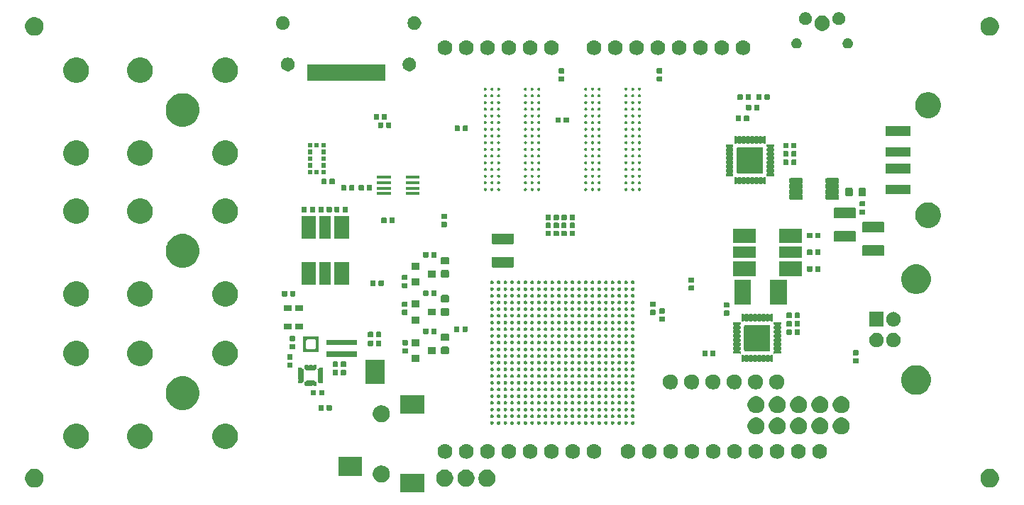
<source format=gbr>
G04 #@! TF.GenerationSoftware,KiCad,Pcbnew,(5.0.1)-rc2*
G04 #@! TF.CreationDate,2021-03-03T09:19:06-05:00*
G04 #@! TF.ProjectId,DFTBoard,444654426F6172642E6B696361645F70,rev?*
G04 #@! TF.SameCoordinates,Original*
G04 #@! TF.FileFunction,Soldermask,Top*
G04 #@! TF.FilePolarity,Negative*
%FSLAX46Y46*%
G04 Gerber Fmt 4.6, Leading zero omitted, Abs format (unit mm)*
G04 Created by KiCad (PCBNEW (5.0.1)-rc2) date 3/3/2021 9:19:06 AM*
%MOMM*%
%LPD*%
G01*
G04 APERTURE LIST*
%ADD10C,0.001000*%
%ADD11C,0.125000*%
G04 APERTURE END LIST*
D10*
G04 #@! TO.C,U11*
G36*
X193225000Y-123090000D02*
X194445000Y-123090000D01*
X194449150Y-123090072D01*
X194457120Y-123090630D01*
X194465050Y-123091603D01*
X194472920Y-123092990D01*
X194480700Y-123094787D01*
X194488380Y-123096989D01*
X194495930Y-123099589D01*
X194503340Y-123102581D01*
X194510580Y-123105957D01*
X194517630Y-123109707D01*
X194524480Y-123113821D01*
X194531100Y-123118288D01*
X194537480Y-123123095D01*
X194543600Y-123128229D01*
X194549440Y-123133677D01*
X194554990Y-123139423D01*
X194560230Y-123145451D01*
X194565150Y-123151746D01*
X194569730Y-123158289D01*
X194573960Y-123165063D01*
X194577830Y-123172049D01*
X194581330Y-123179228D01*
X194584460Y-123186581D01*
X194587190Y-123194087D01*
X194589520Y-123201726D01*
X194591460Y-123209476D01*
X194592980Y-123217317D01*
X194594090Y-123225227D01*
X194594790Y-123233185D01*
X194595070Y-123241168D01*
X194595000Y-123245000D01*
X194595000Y-123495000D01*
X194595520Y-123499950D01*
X194595930Y-123508340D01*
X194595860Y-123516730D01*
X194595320Y-123525110D01*
X194594300Y-123533440D01*
X194592820Y-123541700D01*
X194590880Y-123549860D01*
X194588480Y-123557910D01*
X194585620Y-123565800D01*
X194582330Y-123573520D01*
X194578610Y-123581040D01*
X194574470Y-123588340D01*
X194569920Y-123595400D01*
X194564980Y-123602190D01*
X194559670Y-123608680D01*
X194554000Y-123614870D01*
X194547990Y-123620730D01*
X194541660Y-123626240D01*
X194535030Y-123631390D01*
X194528110Y-123636150D01*
X194520950Y-123640510D01*
X194513540Y-123644470D01*
X194505930Y-123648000D01*
X194498120Y-123651090D01*
X194490160Y-123653740D01*
X194482060Y-123655930D01*
X194473850Y-123657670D01*
X194465550Y-123658940D01*
X194457200Y-123659740D01*
X194448810Y-123660070D01*
X194445000Y-123660000D01*
X193225000Y-123660000D01*
X193220850Y-123659930D01*
X193212880Y-123659370D01*
X193204950Y-123658400D01*
X193197080Y-123657010D01*
X193189300Y-123655210D01*
X193181620Y-123653010D01*
X193174070Y-123650410D01*
X193166660Y-123647420D01*
X193159420Y-123644040D01*
X193152370Y-123640290D01*
X193145520Y-123636180D01*
X193138900Y-123631710D01*
X193132520Y-123626910D01*
X193126400Y-123621770D01*
X193120560Y-123616320D01*
X193115010Y-123610580D01*
X193109770Y-123604550D01*
X193104850Y-123598250D01*
X193100270Y-123591710D01*
X193096040Y-123584940D01*
X193092170Y-123577950D01*
X193088670Y-123570770D01*
X193085540Y-123563420D01*
X193082810Y-123555910D01*
X193080480Y-123548270D01*
X193078540Y-123540520D01*
X193077020Y-123532680D01*
X193075910Y-123524770D01*
X193075210Y-123516820D01*
X193074930Y-123508830D01*
X193075000Y-123505000D01*
X193075000Y-123245000D01*
X193074930Y-123241169D01*
X193075210Y-123233187D01*
X193075910Y-123225229D01*
X193077020Y-123217319D01*
X193078540Y-123209478D01*
X193080480Y-123201728D01*
X193082810Y-123194089D01*
X193085540Y-123186583D01*
X193088660Y-123179230D01*
X193092170Y-123172051D01*
X193096040Y-123165064D01*
X193100270Y-123158290D01*
X193104850Y-123151747D01*
X193109770Y-123145453D01*
X193115010Y-123139424D01*
X193120560Y-123133678D01*
X193126400Y-123128230D01*
X193132520Y-123123096D01*
X193138900Y-123118289D01*
X193145520Y-123113822D01*
X193152370Y-123109708D01*
X193159420Y-123105958D01*
X193166660Y-123102582D01*
X193174070Y-123099590D01*
X193181620Y-123096989D01*
X193189300Y-123094787D01*
X193197080Y-123092990D01*
X193204950Y-123091603D01*
X193212880Y-123090630D01*
X193220840Y-123090073D01*
X193225000Y-123090000D01*
G37*
X193225000Y-123090000D02*
X194445000Y-123090000D01*
X194449150Y-123090072D01*
X194457120Y-123090630D01*
X194465050Y-123091603D01*
X194472920Y-123092990D01*
X194480700Y-123094787D01*
X194488380Y-123096989D01*
X194495930Y-123099589D01*
X194503340Y-123102581D01*
X194510580Y-123105957D01*
X194517630Y-123109707D01*
X194524480Y-123113821D01*
X194531100Y-123118288D01*
X194537480Y-123123095D01*
X194543600Y-123128229D01*
X194549440Y-123133677D01*
X194554990Y-123139423D01*
X194560230Y-123145451D01*
X194565150Y-123151746D01*
X194569730Y-123158289D01*
X194573960Y-123165063D01*
X194577830Y-123172049D01*
X194581330Y-123179228D01*
X194584460Y-123186581D01*
X194587190Y-123194087D01*
X194589520Y-123201726D01*
X194591460Y-123209476D01*
X194592980Y-123217317D01*
X194594090Y-123225227D01*
X194594790Y-123233185D01*
X194595070Y-123241168D01*
X194595000Y-123245000D01*
X194595000Y-123495000D01*
X194595520Y-123499950D01*
X194595930Y-123508340D01*
X194595860Y-123516730D01*
X194595320Y-123525110D01*
X194594300Y-123533440D01*
X194592820Y-123541700D01*
X194590880Y-123549860D01*
X194588480Y-123557910D01*
X194585620Y-123565800D01*
X194582330Y-123573520D01*
X194578610Y-123581040D01*
X194574470Y-123588340D01*
X194569920Y-123595400D01*
X194564980Y-123602190D01*
X194559670Y-123608680D01*
X194554000Y-123614870D01*
X194547990Y-123620730D01*
X194541660Y-123626240D01*
X194535030Y-123631390D01*
X194528110Y-123636150D01*
X194520950Y-123640510D01*
X194513540Y-123644470D01*
X194505930Y-123648000D01*
X194498120Y-123651090D01*
X194490160Y-123653740D01*
X194482060Y-123655930D01*
X194473850Y-123657670D01*
X194465550Y-123658940D01*
X194457200Y-123659740D01*
X194448810Y-123660070D01*
X194445000Y-123660000D01*
X193225000Y-123660000D01*
X193220850Y-123659930D01*
X193212880Y-123659370D01*
X193204950Y-123658400D01*
X193197080Y-123657010D01*
X193189300Y-123655210D01*
X193181620Y-123653010D01*
X193174070Y-123650410D01*
X193166660Y-123647420D01*
X193159420Y-123644040D01*
X193152370Y-123640290D01*
X193145520Y-123636180D01*
X193138900Y-123631710D01*
X193132520Y-123626910D01*
X193126400Y-123621770D01*
X193120560Y-123616320D01*
X193115010Y-123610580D01*
X193109770Y-123604550D01*
X193104850Y-123598250D01*
X193100270Y-123591710D01*
X193096040Y-123584940D01*
X193092170Y-123577950D01*
X193088670Y-123570770D01*
X193085540Y-123563420D01*
X193082810Y-123555910D01*
X193080480Y-123548270D01*
X193078540Y-123540520D01*
X193077020Y-123532680D01*
X193075910Y-123524770D01*
X193075210Y-123516820D01*
X193074930Y-123508830D01*
X193075000Y-123505000D01*
X193075000Y-123245000D01*
X193074930Y-123241169D01*
X193075210Y-123233187D01*
X193075910Y-123225229D01*
X193077020Y-123217319D01*
X193078540Y-123209478D01*
X193080480Y-123201728D01*
X193082810Y-123194089D01*
X193085540Y-123186583D01*
X193088660Y-123179230D01*
X193092170Y-123172051D01*
X193096040Y-123165064D01*
X193100270Y-123158290D01*
X193104850Y-123151747D01*
X193109770Y-123145453D01*
X193115010Y-123139424D01*
X193120560Y-123133678D01*
X193126400Y-123128230D01*
X193132520Y-123123096D01*
X193138900Y-123118289D01*
X193145520Y-123113822D01*
X193152370Y-123109708D01*
X193159420Y-123105958D01*
X193166660Y-123102582D01*
X193174070Y-123099590D01*
X193181620Y-123096989D01*
X193189300Y-123094787D01*
X193197080Y-123092990D01*
X193204950Y-123091603D01*
X193212880Y-123090630D01*
X193220840Y-123090073D01*
X193225000Y-123090000D01*
G36*
X193225000Y-122440000D02*
X194445000Y-122440000D01*
X194449150Y-122440072D01*
X194457120Y-122440630D01*
X194465050Y-122441603D01*
X194472920Y-122442990D01*
X194480700Y-122444787D01*
X194488380Y-122446989D01*
X194495930Y-122449589D01*
X194503340Y-122452581D01*
X194510580Y-122455957D01*
X194517630Y-122459707D01*
X194524480Y-122463821D01*
X194531100Y-122468288D01*
X194537480Y-122473095D01*
X194543600Y-122478229D01*
X194549440Y-122483677D01*
X194554990Y-122489423D01*
X194560230Y-122495451D01*
X194565150Y-122501746D01*
X194569730Y-122508289D01*
X194573960Y-122515063D01*
X194577830Y-122522049D01*
X194581330Y-122529228D01*
X194584460Y-122536581D01*
X194587190Y-122544087D01*
X194589520Y-122551726D01*
X194591460Y-122559476D01*
X194592980Y-122567317D01*
X194594090Y-122575227D01*
X194594790Y-122583185D01*
X194595070Y-122591168D01*
X194595000Y-122595000D01*
X194595000Y-122845000D01*
X194595520Y-122849954D01*
X194595930Y-122858338D01*
X194595860Y-122866731D01*
X194595320Y-122875106D01*
X194594300Y-122883438D01*
X194592820Y-122891700D01*
X194590880Y-122899865D01*
X194588480Y-122907907D01*
X194585620Y-122915800D01*
X194582330Y-122923521D01*
X194578610Y-122931043D01*
X194574470Y-122938343D01*
X194569920Y-122945399D01*
X194564980Y-122952186D01*
X194559670Y-122958684D01*
X194554000Y-122964872D01*
X194547990Y-122970731D01*
X194541660Y-122976241D01*
X194535030Y-122981386D01*
X194528110Y-122986148D01*
X194520950Y-122990512D01*
X194513540Y-122994466D01*
X194505930Y-122997995D01*
X194498120Y-123001090D01*
X194490160Y-123003739D01*
X194482060Y-123005935D01*
X194473850Y-123007670D01*
X194465550Y-123008940D01*
X194457200Y-123009740D01*
X194448810Y-123010067D01*
X194445000Y-123010000D01*
X193225000Y-123010000D01*
X193220850Y-123009928D01*
X193212880Y-123009370D01*
X193204950Y-123008397D01*
X193197080Y-123007010D01*
X193189300Y-123005213D01*
X193181620Y-123003011D01*
X193174070Y-123000411D01*
X193166660Y-122997419D01*
X193159420Y-122994043D01*
X193152370Y-122990293D01*
X193145520Y-122986179D01*
X193138900Y-122981712D01*
X193132520Y-122976905D01*
X193126400Y-122971771D01*
X193120560Y-122966323D01*
X193115010Y-122960577D01*
X193109770Y-122954549D01*
X193104850Y-122948254D01*
X193100270Y-122941711D01*
X193096040Y-122934937D01*
X193092170Y-122927951D01*
X193088670Y-122920772D01*
X193085540Y-122913419D01*
X193082810Y-122905913D01*
X193080480Y-122898274D01*
X193078540Y-122890524D01*
X193077020Y-122882683D01*
X193075910Y-122874773D01*
X193075210Y-122866815D01*
X193074930Y-122858832D01*
X193075000Y-122855000D01*
X193075000Y-122595000D01*
X193074930Y-122591169D01*
X193075210Y-122583187D01*
X193075910Y-122575229D01*
X193077020Y-122567319D01*
X193078540Y-122559478D01*
X193080480Y-122551728D01*
X193082810Y-122544089D01*
X193085540Y-122536583D01*
X193088660Y-122529230D01*
X193092170Y-122522051D01*
X193096040Y-122515064D01*
X193100270Y-122508290D01*
X193104850Y-122501747D01*
X193109770Y-122495453D01*
X193115010Y-122489424D01*
X193120560Y-122483678D01*
X193126400Y-122478230D01*
X193132520Y-122473096D01*
X193138900Y-122468289D01*
X193145520Y-122463822D01*
X193152370Y-122459708D01*
X193159420Y-122455958D01*
X193166660Y-122452582D01*
X193174070Y-122449590D01*
X193181620Y-122446989D01*
X193189300Y-122444787D01*
X193197080Y-122442990D01*
X193204950Y-122441603D01*
X193212880Y-122440630D01*
X193220840Y-122440073D01*
X193225000Y-122440000D01*
G37*
X193225000Y-122440000D02*
X194445000Y-122440000D01*
X194449150Y-122440072D01*
X194457120Y-122440630D01*
X194465050Y-122441603D01*
X194472920Y-122442990D01*
X194480700Y-122444787D01*
X194488380Y-122446989D01*
X194495930Y-122449589D01*
X194503340Y-122452581D01*
X194510580Y-122455957D01*
X194517630Y-122459707D01*
X194524480Y-122463821D01*
X194531100Y-122468288D01*
X194537480Y-122473095D01*
X194543600Y-122478229D01*
X194549440Y-122483677D01*
X194554990Y-122489423D01*
X194560230Y-122495451D01*
X194565150Y-122501746D01*
X194569730Y-122508289D01*
X194573960Y-122515063D01*
X194577830Y-122522049D01*
X194581330Y-122529228D01*
X194584460Y-122536581D01*
X194587190Y-122544087D01*
X194589520Y-122551726D01*
X194591460Y-122559476D01*
X194592980Y-122567317D01*
X194594090Y-122575227D01*
X194594790Y-122583185D01*
X194595070Y-122591168D01*
X194595000Y-122595000D01*
X194595000Y-122845000D01*
X194595520Y-122849954D01*
X194595930Y-122858338D01*
X194595860Y-122866731D01*
X194595320Y-122875106D01*
X194594300Y-122883438D01*
X194592820Y-122891700D01*
X194590880Y-122899865D01*
X194588480Y-122907907D01*
X194585620Y-122915800D01*
X194582330Y-122923521D01*
X194578610Y-122931043D01*
X194574470Y-122938343D01*
X194569920Y-122945399D01*
X194564980Y-122952186D01*
X194559670Y-122958684D01*
X194554000Y-122964872D01*
X194547990Y-122970731D01*
X194541660Y-122976241D01*
X194535030Y-122981386D01*
X194528110Y-122986148D01*
X194520950Y-122990512D01*
X194513540Y-122994466D01*
X194505930Y-122997995D01*
X194498120Y-123001090D01*
X194490160Y-123003739D01*
X194482060Y-123005935D01*
X194473850Y-123007670D01*
X194465550Y-123008940D01*
X194457200Y-123009740D01*
X194448810Y-123010067D01*
X194445000Y-123010000D01*
X193225000Y-123010000D01*
X193220850Y-123009928D01*
X193212880Y-123009370D01*
X193204950Y-123008397D01*
X193197080Y-123007010D01*
X193189300Y-123005213D01*
X193181620Y-123003011D01*
X193174070Y-123000411D01*
X193166660Y-122997419D01*
X193159420Y-122994043D01*
X193152370Y-122990293D01*
X193145520Y-122986179D01*
X193138900Y-122981712D01*
X193132520Y-122976905D01*
X193126400Y-122971771D01*
X193120560Y-122966323D01*
X193115010Y-122960577D01*
X193109770Y-122954549D01*
X193104850Y-122948254D01*
X193100270Y-122941711D01*
X193096040Y-122934937D01*
X193092170Y-122927951D01*
X193088670Y-122920772D01*
X193085540Y-122913419D01*
X193082810Y-122905913D01*
X193080480Y-122898274D01*
X193078540Y-122890524D01*
X193077020Y-122882683D01*
X193075910Y-122874773D01*
X193075210Y-122866815D01*
X193074930Y-122858832D01*
X193075000Y-122855000D01*
X193075000Y-122595000D01*
X193074930Y-122591169D01*
X193075210Y-122583187D01*
X193075910Y-122575229D01*
X193077020Y-122567319D01*
X193078540Y-122559478D01*
X193080480Y-122551728D01*
X193082810Y-122544089D01*
X193085540Y-122536583D01*
X193088660Y-122529230D01*
X193092170Y-122522051D01*
X193096040Y-122515064D01*
X193100270Y-122508290D01*
X193104850Y-122501747D01*
X193109770Y-122495453D01*
X193115010Y-122489424D01*
X193120560Y-122483678D01*
X193126400Y-122478230D01*
X193132520Y-122473096D01*
X193138900Y-122468289D01*
X193145520Y-122463822D01*
X193152370Y-122459708D01*
X193159420Y-122455958D01*
X193166660Y-122452582D01*
X193174070Y-122449590D01*
X193181620Y-122446989D01*
X193189300Y-122444787D01*
X193197080Y-122442990D01*
X193204950Y-122441603D01*
X193212880Y-122440630D01*
X193220840Y-122440073D01*
X193225000Y-122440000D01*
G36*
X193225000Y-121140000D02*
X194445000Y-121140000D01*
X194449150Y-121140070D01*
X194457120Y-121140630D01*
X194465050Y-121141600D01*
X194472920Y-121142990D01*
X194480700Y-121144790D01*
X194488380Y-121146990D01*
X194495930Y-121149590D01*
X194503340Y-121152580D01*
X194510580Y-121155960D01*
X194517630Y-121159710D01*
X194524480Y-121163820D01*
X194531100Y-121168290D01*
X194537480Y-121173090D01*
X194543600Y-121178230D01*
X194549440Y-121183680D01*
X194554990Y-121189420D01*
X194560230Y-121195450D01*
X194565150Y-121201750D01*
X194569730Y-121208290D01*
X194573960Y-121215060D01*
X194577830Y-121222050D01*
X194581330Y-121229230D01*
X194584460Y-121236580D01*
X194587190Y-121244090D01*
X194589520Y-121251730D01*
X194591460Y-121259480D01*
X194592980Y-121267320D01*
X194594090Y-121275230D01*
X194594790Y-121283180D01*
X194595070Y-121291170D01*
X194595000Y-121295000D01*
X194595000Y-121545000D01*
X194595520Y-121549954D01*
X194595930Y-121558338D01*
X194595860Y-121566731D01*
X194595320Y-121575106D01*
X194594300Y-121583438D01*
X194592820Y-121591700D01*
X194590880Y-121599865D01*
X194588480Y-121607907D01*
X194585620Y-121615800D01*
X194582330Y-121623521D01*
X194578610Y-121631043D01*
X194574470Y-121638343D01*
X194569920Y-121645399D01*
X194564980Y-121652186D01*
X194559670Y-121658684D01*
X194554000Y-121664872D01*
X194547990Y-121670731D01*
X194541660Y-121676241D01*
X194535030Y-121681386D01*
X194528110Y-121686148D01*
X194520950Y-121690512D01*
X194513540Y-121694466D01*
X194505930Y-121697995D01*
X194498120Y-121701090D01*
X194490160Y-121703739D01*
X194482060Y-121705935D01*
X194473850Y-121707670D01*
X194465550Y-121708940D01*
X194457200Y-121709740D01*
X194448810Y-121710067D01*
X194445000Y-121710000D01*
X193225000Y-121710000D01*
X193220850Y-121709928D01*
X193212880Y-121709370D01*
X193204950Y-121708397D01*
X193197080Y-121707010D01*
X193189300Y-121705213D01*
X193181620Y-121703011D01*
X193174070Y-121700411D01*
X193166660Y-121697419D01*
X193159420Y-121694043D01*
X193152370Y-121690293D01*
X193145520Y-121686179D01*
X193138900Y-121681712D01*
X193132520Y-121676905D01*
X193126400Y-121671771D01*
X193120560Y-121666323D01*
X193115010Y-121660577D01*
X193109770Y-121654549D01*
X193104850Y-121648254D01*
X193100270Y-121641711D01*
X193096040Y-121634937D01*
X193092170Y-121627951D01*
X193088670Y-121620772D01*
X193085540Y-121613419D01*
X193082810Y-121605913D01*
X193080480Y-121598274D01*
X193078540Y-121590524D01*
X193077020Y-121582683D01*
X193075910Y-121574773D01*
X193075210Y-121566815D01*
X193074930Y-121558832D01*
X193075000Y-121555000D01*
X193075000Y-121295000D01*
X193074930Y-121291170D01*
X193075210Y-121283190D01*
X193075910Y-121275230D01*
X193077020Y-121267320D01*
X193078540Y-121259480D01*
X193080480Y-121251730D01*
X193082810Y-121244090D01*
X193085540Y-121236580D01*
X193088660Y-121229230D01*
X193092170Y-121222050D01*
X193096040Y-121215060D01*
X193100270Y-121208290D01*
X193104850Y-121201750D01*
X193109770Y-121195450D01*
X193115010Y-121189420D01*
X193120560Y-121183680D01*
X193126400Y-121178230D01*
X193132520Y-121173100D01*
X193138900Y-121168290D01*
X193145520Y-121163820D01*
X193152370Y-121159710D01*
X193159420Y-121155960D01*
X193166660Y-121152580D01*
X193174070Y-121149590D01*
X193181620Y-121146990D01*
X193189300Y-121144790D01*
X193197080Y-121142990D01*
X193204950Y-121141600D01*
X193212880Y-121140630D01*
X193220840Y-121140070D01*
X193225000Y-121140000D01*
G37*
X193225000Y-121140000D02*
X194445000Y-121140000D01*
X194449150Y-121140070D01*
X194457120Y-121140630D01*
X194465050Y-121141600D01*
X194472920Y-121142990D01*
X194480700Y-121144790D01*
X194488380Y-121146990D01*
X194495930Y-121149590D01*
X194503340Y-121152580D01*
X194510580Y-121155960D01*
X194517630Y-121159710D01*
X194524480Y-121163820D01*
X194531100Y-121168290D01*
X194537480Y-121173090D01*
X194543600Y-121178230D01*
X194549440Y-121183680D01*
X194554990Y-121189420D01*
X194560230Y-121195450D01*
X194565150Y-121201750D01*
X194569730Y-121208290D01*
X194573960Y-121215060D01*
X194577830Y-121222050D01*
X194581330Y-121229230D01*
X194584460Y-121236580D01*
X194587190Y-121244090D01*
X194589520Y-121251730D01*
X194591460Y-121259480D01*
X194592980Y-121267320D01*
X194594090Y-121275230D01*
X194594790Y-121283180D01*
X194595070Y-121291170D01*
X194595000Y-121295000D01*
X194595000Y-121545000D01*
X194595520Y-121549954D01*
X194595930Y-121558338D01*
X194595860Y-121566731D01*
X194595320Y-121575106D01*
X194594300Y-121583438D01*
X194592820Y-121591700D01*
X194590880Y-121599865D01*
X194588480Y-121607907D01*
X194585620Y-121615800D01*
X194582330Y-121623521D01*
X194578610Y-121631043D01*
X194574470Y-121638343D01*
X194569920Y-121645399D01*
X194564980Y-121652186D01*
X194559670Y-121658684D01*
X194554000Y-121664872D01*
X194547990Y-121670731D01*
X194541660Y-121676241D01*
X194535030Y-121681386D01*
X194528110Y-121686148D01*
X194520950Y-121690512D01*
X194513540Y-121694466D01*
X194505930Y-121697995D01*
X194498120Y-121701090D01*
X194490160Y-121703739D01*
X194482060Y-121705935D01*
X194473850Y-121707670D01*
X194465550Y-121708940D01*
X194457200Y-121709740D01*
X194448810Y-121710067D01*
X194445000Y-121710000D01*
X193225000Y-121710000D01*
X193220850Y-121709928D01*
X193212880Y-121709370D01*
X193204950Y-121708397D01*
X193197080Y-121707010D01*
X193189300Y-121705213D01*
X193181620Y-121703011D01*
X193174070Y-121700411D01*
X193166660Y-121697419D01*
X193159420Y-121694043D01*
X193152370Y-121690293D01*
X193145520Y-121686179D01*
X193138900Y-121681712D01*
X193132520Y-121676905D01*
X193126400Y-121671771D01*
X193120560Y-121666323D01*
X193115010Y-121660577D01*
X193109770Y-121654549D01*
X193104850Y-121648254D01*
X193100270Y-121641711D01*
X193096040Y-121634937D01*
X193092170Y-121627951D01*
X193088670Y-121620772D01*
X193085540Y-121613419D01*
X193082810Y-121605913D01*
X193080480Y-121598274D01*
X193078540Y-121590524D01*
X193077020Y-121582683D01*
X193075910Y-121574773D01*
X193075210Y-121566815D01*
X193074930Y-121558832D01*
X193075000Y-121555000D01*
X193075000Y-121295000D01*
X193074930Y-121291170D01*
X193075210Y-121283190D01*
X193075910Y-121275230D01*
X193077020Y-121267320D01*
X193078540Y-121259480D01*
X193080480Y-121251730D01*
X193082810Y-121244090D01*
X193085540Y-121236580D01*
X193088660Y-121229230D01*
X193092170Y-121222050D01*
X193096040Y-121215060D01*
X193100270Y-121208290D01*
X193104850Y-121201750D01*
X193109770Y-121195450D01*
X193115010Y-121189420D01*
X193120560Y-121183680D01*
X193126400Y-121178230D01*
X193132520Y-121173100D01*
X193138900Y-121168290D01*
X193145520Y-121163820D01*
X193152370Y-121159710D01*
X193159420Y-121155960D01*
X193166660Y-121152580D01*
X193174070Y-121149590D01*
X193181620Y-121146990D01*
X193189300Y-121144790D01*
X193197080Y-121142990D01*
X193204950Y-121141600D01*
X193212880Y-121140630D01*
X193220840Y-121140070D01*
X193225000Y-121140000D01*
G36*
X193225000Y-121790000D02*
X194445000Y-121790000D01*
X194449150Y-121790072D01*
X194457120Y-121790630D01*
X194465050Y-121791603D01*
X194472920Y-121792990D01*
X194480700Y-121794787D01*
X194488380Y-121796989D01*
X194495930Y-121799589D01*
X194503340Y-121802581D01*
X194510580Y-121805957D01*
X194517630Y-121809707D01*
X194524480Y-121813821D01*
X194531100Y-121818288D01*
X194537480Y-121823095D01*
X194543600Y-121828229D01*
X194549440Y-121833677D01*
X194554990Y-121839423D01*
X194560230Y-121845451D01*
X194565150Y-121851746D01*
X194569730Y-121858289D01*
X194573960Y-121865063D01*
X194577830Y-121872049D01*
X194581330Y-121879228D01*
X194584460Y-121886581D01*
X194587190Y-121894087D01*
X194589520Y-121901726D01*
X194591460Y-121909476D01*
X194592980Y-121917317D01*
X194594090Y-121925227D01*
X194594790Y-121933185D01*
X194595070Y-121941168D01*
X194595000Y-121945000D01*
X194595000Y-122195000D01*
X194595520Y-122199954D01*
X194595930Y-122208338D01*
X194595860Y-122216731D01*
X194595320Y-122225106D01*
X194594300Y-122233438D01*
X194592820Y-122241700D01*
X194590880Y-122249865D01*
X194588480Y-122257907D01*
X194585620Y-122265800D01*
X194582330Y-122273521D01*
X194578610Y-122281043D01*
X194574470Y-122288343D01*
X194569920Y-122295399D01*
X194564980Y-122302186D01*
X194559670Y-122308684D01*
X194554000Y-122314872D01*
X194547990Y-122320731D01*
X194541660Y-122326241D01*
X194535030Y-122331385D01*
X194528110Y-122336148D01*
X194520950Y-122340512D01*
X194513540Y-122344466D01*
X194505930Y-122347995D01*
X194498120Y-122351090D01*
X194490160Y-122353739D01*
X194482060Y-122355935D01*
X194473850Y-122357670D01*
X194465550Y-122358940D01*
X194457200Y-122359740D01*
X194448810Y-122360067D01*
X194445000Y-122360000D01*
X193225000Y-122360000D01*
X193220850Y-122359928D01*
X193212880Y-122359370D01*
X193204950Y-122358397D01*
X193197080Y-122357010D01*
X193189300Y-122355213D01*
X193181620Y-122353011D01*
X193174070Y-122350411D01*
X193166660Y-122347419D01*
X193159420Y-122344043D01*
X193152370Y-122340293D01*
X193145520Y-122336179D01*
X193138900Y-122331712D01*
X193132520Y-122326905D01*
X193126400Y-122321771D01*
X193120560Y-122316323D01*
X193115010Y-122310577D01*
X193109770Y-122304549D01*
X193104850Y-122298254D01*
X193100270Y-122291711D01*
X193096040Y-122284937D01*
X193092170Y-122277951D01*
X193088670Y-122270772D01*
X193085540Y-122263419D01*
X193082810Y-122255913D01*
X193080480Y-122248274D01*
X193078540Y-122240524D01*
X193077020Y-122232683D01*
X193075910Y-122224773D01*
X193075210Y-122216815D01*
X193074930Y-122208832D01*
X193075000Y-122205000D01*
X193075000Y-121945000D01*
X193074930Y-121941169D01*
X193075210Y-121933187D01*
X193075910Y-121925229D01*
X193077020Y-121917319D01*
X193078540Y-121909478D01*
X193080480Y-121901728D01*
X193082810Y-121894089D01*
X193085540Y-121886583D01*
X193088660Y-121879230D01*
X193092170Y-121872051D01*
X193096040Y-121865064D01*
X193100270Y-121858290D01*
X193104850Y-121851747D01*
X193109770Y-121845453D01*
X193115010Y-121839424D01*
X193120560Y-121833678D01*
X193126400Y-121828230D01*
X193132520Y-121823096D01*
X193138900Y-121818289D01*
X193145520Y-121813822D01*
X193152370Y-121809708D01*
X193159420Y-121805958D01*
X193166660Y-121802582D01*
X193174070Y-121799590D01*
X193181620Y-121796989D01*
X193189300Y-121794787D01*
X193197080Y-121792990D01*
X193204950Y-121791603D01*
X193212880Y-121790630D01*
X193220840Y-121790073D01*
X193225000Y-121790000D01*
G37*
X193225000Y-121790000D02*
X194445000Y-121790000D01*
X194449150Y-121790072D01*
X194457120Y-121790630D01*
X194465050Y-121791603D01*
X194472920Y-121792990D01*
X194480700Y-121794787D01*
X194488380Y-121796989D01*
X194495930Y-121799589D01*
X194503340Y-121802581D01*
X194510580Y-121805957D01*
X194517630Y-121809707D01*
X194524480Y-121813821D01*
X194531100Y-121818288D01*
X194537480Y-121823095D01*
X194543600Y-121828229D01*
X194549440Y-121833677D01*
X194554990Y-121839423D01*
X194560230Y-121845451D01*
X194565150Y-121851746D01*
X194569730Y-121858289D01*
X194573960Y-121865063D01*
X194577830Y-121872049D01*
X194581330Y-121879228D01*
X194584460Y-121886581D01*
X194587190Y-121894087D01*
X194589520Y-121901726D01*
X194591460Y-121909476D01*
X194592980Y-121917317D01*
X194594090Y-121925227D01*
X194594790Y-121933185D01*
X194595070Y-121941168D01*
X194595000Y-121945000D01*
X194595000Y-122195000D01*
X194595520Y-122199954D01*
X194595930Y-122208338D01*
X194595860Y-122216731D01*
X194595320Y-122225106D01*
X194594300Y-122233438D01*
X194592820Y-122241700D01*
X194590880Y-122249865D01*
X194588480Y-122257907D01*
X194585620Y-122265800D01*
X194582330Y-122273521D01*
X194578610Y-122281043D01*
X194574470Y-122288343D01*
X194569920Y-122295399D01*
X194564980Y-122302186D01*
X194559670Y-122308684D01*
X194554000Y-122314872D01*
X194547990Y-122320731D01*
X194541660Y-122326241D01*
X194535030Y-122331385D01*
X194528110Y-122336148D01*
X194520950Y-122340512D01*
X194513540Y-122344466D01*
X194505930Y-122347995D01*
X194498120Y-122351090D01*
X194490160Y-122353739D01*
X194482060Y-122355935D01*
X194473850Y-122357670D01*
X194465550Y-122358940D01*
X194457200Y-122359740D01*
X194448810Y-122360067D01*
X194445000Y-122360000D01*
X193225000Y-122360000D01*
X193220850Y-122359928D01*
X193212880Y-122359370D01*
X193204950Y-122358397D01*
X193197080Y-122357010D01*
X193189300Y-122355213D01*
X193181620Y-122353011D01*
X193174070Y-122350411D01*
X193166660Y-122347419D01*
X193159420Y-122344043D01*
X193152370Y-122340293D01*
X193145520Y-122336179D01*
X193138900Y-122331712D01*
X193132520Y-122326905D01*
X193126400Y-122321771D01*
X193120560Y-122316323D01*
X193115010Y-122310577D01*
X193109770Y-122304549D01*
X193104850Y-122298254D01*
X193100270Y-122291711D01*
X193096040Y-122284937D01*
X193092170Y-122277951D01*
X193088670Y-122270772D01*
X193085540Y-122263419D01*
X193082810Y-122255913D01*
X193080480Y-122248274D01*
X193078540Y-122240524D01*
X193077020Y-122232683D01*
X193075910Y-122224773D01*
X193075210Y-122216815D01*
X193074930Y-122208832D01*
X193075000Y-122205000D01*
X193075000Y-121945000D01*
X193074930Y-121941169D01*
X193075210Y-121933187D01*
X193075910Y-121925229D01*
X193077020Y-121917319D01*
X193078540Y-121909478D01*
X193080480Y-121901728D01*
X193082810Y-121894089D01*
X193085540Y-121886583D01*
X193088660Y-121879230D01*
X193092170Y-121872051D01*
X193096040Y-121865064D01*
X193100270Y-121858290D01*
X193104850Y-121851747D01*
X193109770Y-121845453D01*
X193115010Y-121839424D01*
X193120560Y-121833678D01*
X193126400Y-121828230D01*
X193132520Y-121823096D01*
X193138900Y-121818289D01*
X193145520Y-121813822D01*
X193152370Y-121809708D01*
X193159420Y-121805958D01*
X193166660Y-121802582D01*
X193174070Y-121799590D01*
X193181620Y-121796989D01*
X193189300Y-121794787D01*
X193197080Y-121792990D01*
X193204950Y-121791603D01*
X193212880Y-121790630D01*
X193220840Y-121790073D01*
X193225000Y-121790000D01*
G36*
X198775000Y-121710000D02*
X197555000Y-121710000D01*
X197550850Y-121709928D01*
X197542880Y-121709370D01*
X197534950Y-121708397D01*
X197527080Y-121707010D01*
X197519300Y-121705213D01*
X197511620Y-121703011D01*
X197504070Y-121700411D01*
X197496660Y-121697419D01*
X197489420Y-121694043D01*
X197482370Y-121690293D01*
X197475520Y-121686179D01*
X197468900Y-121681712D01*
X197462520Y-121676905D01*
X197456400Y-121671771D01*
X197450560Y-121666323D01*
X197445010Y-121660577D01*
X197439770Y-121654549D01*
X197434850Y-121648254D01*
X197430270Y-121641711D01*
X197426040Y-121634937D01*
X197422170Y-121627951D01*
X197418670Y-121620772D01*
X197415540Y-121613419D01*
X197412810Y-121605913D01*
X197410480Y-121598274D01*
X197408540Y-121590524D01*
X197407020Y-121582683D01*
X197405910Y-121574773D01*
X197405210Y-121566815D01*
X197404930Y-121558832D01*
X197405000Y-121555000D01*
X197405000Y-121305000D01*
X197404480Y-121300050D01*
X197404070Y-121291660D01*
X197404140Y-121283270D01*
X197404680Y-121274890D01*
X197405700Y-121266560D01*
X197407180Y-121258300D01*
X197409120Y-121250140D01*
X197411520Y-121242090D01*
X197414380Y-121234200D01*
X197417670Y-121226480D01*
X197421390Y-121218960D01*
X197425530Y-121211660D01*
X197430080Y-121204600D01*
X197435020Y-121197810D01*
X197440330Y-121191320D01*
X197446000Y-121185130D01*
X197452010Y-121179270D01*
X197458340Y-121173760D01*
X197464970Y-121168610D01*
X197471890Y-121163850D01*
X197479050Y-121159490D01*
X197486460Y-121155530D01*
X197494070Y-121152000D01*
X197501880Y-121148910D01*
X197509840Y-121146260D01*
X197517940Y-121144070D01*
X197526150Y-121142330D01*
X197534450Y-121141060D01*
X197542800Y-121140260D01*
X197551190Y-121139930D01*
X197555000Y-121140000D01*
X198775000Y-121140000D01*
X198779150Y-121140070D01*
X198787120Y-121140630D01*
X198795050Y-121141600D01*
X198802920Y-121142990D01*
X198810700Y-121144790D01*
X198818380Y-121146990D01*
X198825930Y-121149590D01*
X198833340Y-121152580D01*
X198840580Y-121155960D01*
X198847630Y-121159710D01*
X198854480Y-121163820D01*
X198861100Y-121168290D01*
X198867480Y-121173090D01*
X198873600Y-121178230D01*
X198879440Y-121183680D01*
X198884990Y-121189420D01*
X198890230Y-121195450D01*
X198895150Y-121201750D01*
X198899730Y-121208290D01*
X198903960Y-121215060D01*
X198907830Y-121222050D01*
X198911330Y-121229230D01*
X198914460Y-121236580D01*
X198917190Y-121244090D01*
X198919520Y-121251730D01*
X198921460Y-121259480D01*
X198922980Y-121267320D01*
X198924090Y-121275230D01*
X198924790Y-121283180D01*
X198925070Y-121291170D01*
X198925000Y-121295000D01*
X198925000Y-121555000D01*
X198925070Y-121558831D01*
X198924790Y-121566813D01*
X198924090Y-121574771D01*
X198922980Y-121582681D01*
X198921460Y-121590522D01*
X198919520Y-121598272D01*
X198917190Y-121605911D01*
X198914460Y-121613417D01*
X198911340Y-121620770D01*
X198907830Y-121627949D01*
X198903960Y-121634936D01*
X198899730Y-121641710D01*
X198895150Y-121648253D01*
X198890230Y-121654547D01*
X198884990Y-121660576D01*
X198879440Y-121666322D01*
X198873600Y-121671770D01*
X198867480Y-121676904D01*
X198861100Y-121681711D01*
X198854480Y-121686178D01*
X198847630Y-121690292D01*
X198840580Y-121694042D01*
X198833340Y-121697418D01*
X198825930Y-121700410D01*
X198818380Y-121703011D01*
X198810700Y-121705213D01*
X198802920Y-121707010D01*
X198795050Y-121708397D01*
X198787120Y-121709370D01*
X198779160Y-121709927D01*
X198775000Y-121710000D01*
G37*
X198775000Y-121710000D02*
X197555000Y-121710000D01*
X197550850Y-121709928D01*
X197542880Y-121709370D01*
X197534950Y-121708397D01*
X197527080Y-121707010D01*
X197519300Y-121705213D01*
X197511620Y-121703011D01*
X197504070Y-121700411D01*
X197496660Y-121697419D01*
X197489420Y-121694043D01*
X197482370Y-121690293D01*
X197475520Y-121686179D01*
X197468900Y-121681712D01*
X197462520Y-121676905D01*
X197456400Y-121671771D01*
X197450560Y-121666323D01*
X197445010Y-121660577D01*
X197439770Y-121654549D01*
X197434850Y-121648254D01*
X197430270Y-121641711D01*
X197426040Y-121634937D01*
X197422170Y-121627951D01*
X197418670Y-121620772D01*
X197415540Y-121613419D01*
X197412810Y-121605913D01*
X197410480Y-121598274D01*
X197408540Y-121590524D01*
X197407020Y-121582683D01*
X197405910Y-121574773D01*
X197405210Y-121566815D01*
X197404930Y-121558832D01*
X197405000Y-121555000D01*
X197405000Y-121305000D01*
X197404480Y-121300050D01*
X197404070Y-121291660D01*
X197404140Y-121283270D01*
X197404680Y-121274890D01*
X197405700Y-121266560D01*
X197407180Y-121258300D01*
X197409120Y-121250140D01*
X197411520Y-121242090D01*
X197414380Y-121234200D01*
X197417670Y-121226480D01*
X197421390Y-121218960D01*
X197425530Y-121211660D01*
X197430080Y-121204600D01*
X197435020Y-121197810D01*
X197440330Y-121191320D01*
X197446000Y-121185130D01*
X197452010Y-121179270D01*
X197458340Y-121173760D01*
X197464970Y-121168610D01*
X197471890Y-121163850D01*
X197479050Y-121159490D01*
X197486460Y-121155530D01*
X197494070Y-121152000D01*
X197501880Y-121148910D01*
X197509840Y-121146260D01*
X197517940Y-121144070D01*
X197526150Y-121142330D01*
X197534450Y-121141060D01*
X197542800Y-121140260D01*
X197551190Y-121139930D01*
X197555000Y-121140000D01*
X198775000Y-121140000D01*
X198779150Y-121140070D01*
X198787120Y-121140630D01*
X198795050Y-121141600D01*
X198802920Y-121142990D01*
X198810700Y-121144790D01*
X198818380Y-121146990D01*
X198825930Y-121149590D01*
X198833340Y-121152580D01*
X198840580Y-121155960D01*
X198847630Y-121159710D01*
X198854480Y-121163820D01*
X198861100Y-121168290D01*
X198867480Y-121173090D01*
X198873600Y-121178230D01*
X198879440Y-121183680D01*
X198884990Y-121189420D01*
X198890230Y-121195450D01*
X198895150Y-121201750D01*
X198899730Y-121208290D01*
X198903960Y-121215060D01*
X198907830Y-121222050D01*
X198911330Y-121229230D01*
X198914460Y-121236580D01*
X198917190Y-121244090D01*
X198919520Y-121251730D01*
X198921460Y-121259480D01*
X198922980Y-121267320D01*
X198924090Y-121275230D01*
X198924790Y-121283180D01*
X198925070Y-121291170D01*
X198925000Y-121295000D01*
X198925000Y-121555000D01*
X198925070Y-121558831D01*
X198924790Y-121566813D01*
X198924090Y-121574771D01*
X198922980Y-121582681D01*
X198921460Y-121590522D01*
X198919520Y-121598272D01*
X198917190Y-121605911D01*
X198914460Y-121613417D01*
X198911340Y-121620770D01*
X198907830Y-121627949D01*
X198903960Y-121634936D01*
X198899730Y-121641710D01*
X198895150Y-121648253D01*
X198890230Y-121654547D01*
X198884990Y-121660576D01*
X198879440Y-121666322D01*
X198873600Y-121671770D01*
X198867480Y-121676904D01*
X198861100Y-121681711D01*
X198854480Y-121686178D01*
X198847630Y-121690292D01*
X198840580Y-121694042D01*
X198833340Y-121697418D01*
X198825930Y-121700410D01*
X198818380Y-121703011D01*
X198810700Y-121705213D01*
X198802920Y-121707010D01*
X198795050Y-121708397D01*
X198787120Y-121709370D01*
X198779160Y-121709927D01*
X198775000Y-121710000D01*
G36*
X198775000Y-122360000D02*
X197555000Y-122360000D01*
X197550850Y-122359928D01*
X197542880Y-122359370D01*
X197534950Y-122358397D01*
X197527080Y-122357010D01*
X197519300Y-122355213D01*
X197511620Y-122353011D01*
X197504070Y-122350411D01*
X197496660Y-122347419D01*
X197489420Y-122344043D01*
X197482370Y-122340293D01*
X197475520Y-122336179D01*
X197468900Y-122331712D01*
X197462520Y-122326905D01*
X197456400Y-122321771D01*
X197450560Y-122316323D01*
X197445010Y-122310577D01*
X197439770Y-122304549D01*
X197434850Y-122298254D01*
X197430270Y-122291711D01*
X197426040Y-122284937D01*
X197422170Y-122277951D01*
X197418670Y-122270772D01*
X197415540Y-122263419D01*
X197412810Y-122255913D01*
X197410480Y-122248274D01*
X197408540Y-122240524D01*
X197407020Y-122232683D01*
X197405910Y-122224773D01*
X197405210Y-122216815D01*
X197404930Y-122208832D01*
X197405000Y-122205000D01*
X197405000Y-121955000D01*
X197404480Y-121950046D01*
X197404070Y-121941662D01*
X197404140Y-121933269D01*
X197404680Y-121924894D01*
X197405700Y-121916562D01*
X197407180Y-121908300D01*
X197409120Y-121900135D01*
X197411520Y-121892093D01*
X197414380Y-121884200D01*
X197417670Y-121876479D01*
X197421390Y-121868957D01*
X197425530Y-121861657D01*
X197430080Y-121854601D01*
X197435020Y-121847814D01*
X197440330Y-121841316D01*
X197446000Y-121835128D01*
X197452010Y-121829269D01*
X197458340Y-121823759D01*
X197464970Y-121818614D01*
X197471890Y-121813852D01*
X197479050Y-121809488D01*
X197486460Y-121805534D01*
X197494070Y-121802005D01*
X197501880Y-121798910D01*
X197509840Y-121796261D01*
X197517940Y-121794065D01*
X197526150Y-121792330D01*
X197534450Y-121791060D01*
X197542800Y-121790260D01*
X197551190Y-121789933D01*
X197555000Y-121790000D01*
X198775000Y-121790000D01*
X198779150Y-121790072D01*
X198787120Y-121790630D01*
X198795050Y-121791603D01*
X198802920Y-121792990D01*
X198810700Y-121794787D01*
X198818380Y-121796989D01*
X198825930Y-121799589D01*
X198833340Y-121802581D01*
X198840580Y-121805957D01*
X198847630Y-121809707D01*
X198854480Y-121813821D01*
X198861100Y-121818288D01*
X198867480Y-121823095D01*
X198873600Y-121828229D01*
X198879440Y-121833677D01*
X198884990Y-121839423D01*
X198890230Y-121845451D01*
X198895150Y-121851746D01*
X198899730Y-121858289D01*
X198903960Y-121865063D01*
X198907830Y-121872049D01*
X198911330Y-121879228D01*
X198914460Y-121886581D01*
X198917190Y-121894087D01*
X198919520Y-121901726D01*
X198921460Y-121909476D01*
X198922980Y-121917317D01*
X198924090Y-121925227D01*
X198924790Y-121933185D01*
X198925070Y-121941168D01*
X198925000Y-121945000D01*
X198925000Y-122205000D01*
X198925070Y-122208831D01*
X198924790Y-122216813D01*
X198924090Y-122224771D01*
X198922980Y-122232681D01*
X198921460Y-122240522D01*
X198919520Y-122248272D01*
X198917190Y-122255911D01*
X198914460Y-122263417D01*
X198911340Y-122270770D01*
X198907830Y-122277949D01*
X198903960Y-122284936D01*
X198899730Y-122291710D01*
X198895150Y-122298253D01*
X198890230Y-122304547D01*
X198884990Y-122310576D01*
X198879440Y-122316322D01*
X198873600Y-122321770D01*
X198867480Y-122326904D01*
X198861100Y-122331711D01*
X198854480Y-122336178D01*
X198847630Y-122340292D01*
X198840580Y-122344042D01*
X198833340Y-122347418D01*
X198825930Y-122350410D01*
X198818380Y-122353011D01*
X198810700Y-122355213D01*
X198802920Y-122357010D01*
X198795050Y-122358397D01*
X198787120Y-122359370D01*
X198779160Y-122359927D01*
X198775000Y-122360000D01*
G37*
X198775000Y-122360000D02*
X197555000Y-122360000D01*
X197550850Y-122359928D01*
X197542880Y-122359370D01*
X197534950Y-122358397D01*
X197527080Y-122357010D01*
X197519300Y-122355213D01*
X197511620Y-122353011D01*
X197504070Y-122350411D01*
X197496660Y-122347419D01*
X197489420Y-122344043D01*
X197482370Y-122340293D01*
X197475520Y-122336179D01*
X197468900Y-122331712D01*
X197462520Y-122326905D01*
X197456400Y-122321771D01*
X197450560Y-122316323D01*
X197445010Y-122310577D01*
X197439770Y-122304549D01*
X197434850Y-122298254D01*
X197430270Y-122291711D01*
X197426040Y-122284937D01*
X197422170Y-122277951D01*
X197418670Y-122270772D01*
X197415540Y-122263419D01*
X197412810Y-122255913D01*
X197410480Y-122248274D01*
X197408540Y-122240524D01*
X197407020Y-122232683D01*
X197405910Y-122224773D01*
X197405210Y-122216815D01*
X197404930Y-122208832D01*
X197405000Y-122205000D01*
X197405000Y-121955000D01*
X197404480Y-121950046D01*
X197404070Y-121941662D01*
X197404140Y-121933269D01*
X197404680Y-121924894D01*
X197405700Y-121916562D01*
X197407180Y-121908300D01*
X197409120Y-121900135D01*
X197411520Y-121892093D01*
X197414380Y-121884200D01*
X197417670Y-121876479D01*
X197421390Y-121868957D01*
X197425530Y-121861657D01*
X197430080Y-121854601D01*
X197435020Y-121847814D01*
X197440330Y-121841316D01*
X197446000Y-121835128D01*
X197452010Y-121829269D01*
X197458340Y-121823759D01*
X197464970Y-121818614D01*
X197471890Y-121813852D01*
X197479050Y-121809488D01*
X197486460Y-121805534D01*
X197494070Y-121802005D01*
X197501880Y-121798910D01*
X197509840Y-121796261D01*
X197517940Y-121794065D01*
X197526150Y-121792330D01*
X197534450Y-121791060D01*
X197542800Y-121790260D01*
X197551190Y-121789933D01*
X197555000Y-121790000D01*
X198775000Y-121790000D01*
X198779150Y-121790072D01*
X198787120Y-121790630D01*
X198795050Y-121791603D01*
X198802920Y-121792990D01*
X198810700Y-121794787D01*
X198818380Y-121796989D01*
X198825930Y-121799589D01*
X198833340Y-121802581D01*
X198840580Y-121805957D01*
X198847630Y-121809707D01*
X198854480Y-121813821D01*
X198861100Y-121818288D01*
X198867480Y-121823095D01*
X198873600Y-121828229D01*
X198879440Y-121833677D01*
X198884990Y-121839423D01*
X198890230Y-121845451D01*
X198895150Y-121851746D01*
X198899730Y-121858289D01*
X198903960Y-121865063D01*
X198907830Y-121872049D01*
X198911330Y-121879228D01*
X198914460Y-121886581D01*
X198917190Y-121894087D01*
X198919520Y-121901726D01*
X198921460Y-121909476D01*
X198922980Y-121917317D01*
X198924090Y-121925227D01*
X198924790Y-121933185D01*
X198925070Y-121941168D01*
X198925000Y-121945000D01*
X198925000Y-122205000D01*
X198925070Y-122208831D01*
X198924790Y-122216813D01*
X198924090Y-122224771D01*
X198922980Y-122232681D01*
X198921460Y-122240522D01*
X198919520Y-122248272D01*
X198917190Y-122255911D01*
X198914460Y-122263417D01*
X198911340Y-122270770D01*
X198907830Y-122277949D01*
X198903960Y-122284936D01*
X198899730Y-122291710D01*
X198895150Y-122298253D01*
X198890230Y-122304547D01*
X198884990Y-122310576D01*
X198879440Y-122316322D01*
X198873600Y-122321770D01*
X198867480Y-122326904D01*
X198861100Y-122331711D01*
X198854480Y-122336178D01*
X198847630Y-122340292D01*
X198840580Y-122344042D01*
X198833340Y-122347418D01*
X198825930Y-122350410D01*
X198818380Y-122353011D01*
X198810700Y-122355213D01*
X198802920Y-122357010D01*
X198795050Y-122358397D01*
X198787120Y-122359370D01*
X198779160Y-122359927D01*
X198775000Y-122360000D01*
G36*
X198775000Y-123660000D02*
X197555000Y-123660000D01*
X197550850Y-123659930D01*
X197542880Y-123659370D01*
X197534950Y-123658400D01*
X197527080Y-123657010D01*
X197519300Y-123655210D01*
X197511620Y-123653010D01*
X197504070Y-123650410D01*
X197496660Y-123647420D01*
X197489420Y-123644040D01*
X197482370Y-123640290D01*
X197475520Y-123636180D01*
X197468900Y-123631710D01*
X197462520Y-123626910D01*
X197456400Y-123621770D01*
X197450560Y-123616320D01*
X197445010Y-123610580D01*
X197439770Y-123604550D01*
X197434850Y-123598250D01*
X197430270Y-123591710D01*
X197426040Y-123584940D01*
X197422170Y-123577950D01*
X197418670Y-123570770D01*
X197415540Y-123563420D01*
X197412810Y-123555910D01*
X197410480Y-123548270D01*
X197408540Y-123540520D01*
X197407020Y-123532680D01*
X197405910Y-123524770D01*
X197405210Y-123516820D01*
X197404930Y-123508830D01*
X197405000Y-123505000D01*
X197405000Y-123255000D01*
X197404480Y-123250046D01*
X197404070Y-123241662D01*
X197404140Y-123233269D01*
X197404680Y-123224894D01*
X197405700Y-123216562D01*
X197407180Y-123208300D01*
X197409120Y-123200135D01*
X197411520Y-123192093D01*
X197414380Y-123184200D01*
X197417670Y-123176479D01*
X197421390Y-123168957D01*
X197425530Y-123161657D01*
X197430080Y-123154601D01*
X197435020Y-123147814D01*
X197440330Y-123141316D01*
X197446000Y-123135128D01*
X197452010Y-123129269D01*
X197458340Y-123123759D01*
X197464970Y-123118614D01*
X197471890Y-123113852D01*
X197479050Y-123109488D01*
X197486460Y-123105534D01*
X197494070Y-123102005D01*
X197501880Y-123098910D01*
X197509840Y-123096261D01*
X197517940Y-123094065D01*
X197526150Y-123092330D01*
X197534450Y-123091060D01*
X197542800Y-123090260D01*
X197551190Y-123089933D01*
X197555000Y-123090000D01*
X198775000Y-123090000D01*
X198779150Y-123090072D01*
X198787120Y-123090630D01*
X198795050Y-123091603D01*
X198802920Y-123092990D01*
X198810700Y-123094787D01*
X198818380Y-123096989D01*
X198825930Y-123099589D01*
X198833340Y-123102581D01*
X198840580Y-123105957D01*
X198847630Y-123109707D01*
X198854480Y-123113821D01*
X198861100Y-123118288D01*
X198867480Y-123123095D01*
X198873600Y-123128229D01*
X198879440Y-123133677D01*
X198884990Y-123139423D01*
X198890230Y-123145451D01*
X198895150Y-123151746D01*
X198899730Y-123158289D01*
X198903960Y-123165063D01*
X198907830Y-123172049D01*
X198911330Y-123179228D01*
X198914460Y-123186581D01*
X198917190Y-123194087D01*
X198919520Y-123201726D01*
X198921460Y-123209476D01*
X198922980Y-123217317D01*
X198924090Y-123225227D01*
X198924790Y-123233185D01*
X198925070Y-123241168D01*
X198925000Y-123245000D01*
X198925000Y-123505000D01*
X198925070Y-123508830D01*
X198924790Y-123516810D01*
X198924090Y-123524770D01*
X198922980Y-123532680D01*
X198921460Y-123540520D01*
X198919520Y-123548270D01*
X198917190Y-123555910D01*
X198914460Y-123563420D01*
X198911340Y-123570770D01*
X198907830Y-123577950D01*
X198903960Y-123584940D01*
X198899730Y-123591710D01*
X198895150Y-123598250D01*
X198890230Y-123604550D01*
X198884990Y-123610580D01*
X198879440Y-123616320D01*
X198873600Y-123621770D01*
X198867480Y-123626900D01*
X198861100Y-123631710D01*
X198854480Y-123636180D01*
X198847630Y-123640290D01*
X198840580Y-123644040D01*
X198833340Y-123647420D01*
X198825930Y-123650410D01*
X198818380Y-123653010D01*
X198810700Y-123655210D01*
X198802920Y-123657010D01*
X198795050Y-123658400D01*
X198787120Y-123659370D01*
X198779160Y-123659930D01*
X198775000Y-123660000D01*
G37*
X198775000Y-123660000D02*
X197555000Y-123660000D01*
X197550850Y-123659930D01*
X197542880Y-123659370D01*
X197534950Y-123658400D01*
X197527080Y-123657010D01*
X197519300Y-123655210D01*
X197511620Y-123653010D01*
X197504070Y-123650410D01*
X197496660Y-123647420D01*
X197489420Y-123644040D01*
X197482370Y-123640290D01*
X197475520Y-123636180D01*
X197468900Y-123631710D01*
X197462520Y-123626910D01*
X197456400Y-123621770D01*
X197450560Y-123616320D01*
X197445010Y-123610580D01*
X197439770Y-123604550D01*
X197434850Y-123598250D01*
X197430270Y-123591710D01*
X197426040Y-123584940D01*
X197422170Y-123577950D01*
X197418670Y-123570770D01*
X197415540Y-123563420D01*
X197412810Y-123555910D01*
X197410480Y-123548270D01*
X197408540Y-123540520D01*
X197407020Y-123532680D01*
X197405910Y-123524770D01*
X197405210Y-123516820D01*
X197404930Y-123508830D01*
X197405000Y-123505000D01*
X197405000Y-123255000D01*
X197404480Y-123250046D01*
X197404070Y-123241662D01*
X197404140Y-123233269D01*
X197404680Y-123224894D01*
X197405700Y-123216562D01*
X197407180Y-123208300D01*
X197409120Y-123200135D01*
X197411520Y-123192093D01*
X197414380Y-123184200D01*
X197417670Y-123176479D01*
X197421390Y-123168957D01*
X197425530Y-123161657D01*
X197430080Y-123154601D01*
X197435020Y-123147814D01*
X197440330Y-123141316D01*
X197446000Y-123135128D01*
X197452010Y-123129269D01*
X197458340Y-123123759D01*
X197464970Y-123118614D01*
X197471890Y-123113852D01*
X197479050Y-123109488D01*
X197486460Y-123105534D01*
X197494070Y-123102005D01*
X197501880Y-123098910D01*
X197509840Y-123096261D01*
X197517940Y-123094065D01*
X197526150Y-123092330D01*
X197534450Y-123091060D01*
X197542800Y-123090260D01*
X197551190Y-123089933D01*
X197555000Y-123090000D01*
X198775000Y-123090000D01*
X198779150Y-123090072D01*
X198787120Y-123090630D01*
X198795050Y-123091603D01*
X198802920Y-123092990D01*
X198810700Y-123094787D01*
X198818380Y-123096989D01*
X198825930Y-123099589D01*
X198833340Y-123102581D01*
X198840580Y-123105957D01*
X198847630Y-123109707D01*
X198854480Y-123113821D01*
X198861100Y-123118288D01*
X198867480Y-123123095D01*
X198873600Y-123128229D01*
X198879440Y-123133677D01*
X198884990Y-123139423D01*
X198890230Y-123145451D01*
X198895150Y-123151746D01*
X198899730Y-123158289D01*
X198903960Y-123165063D01*
X198907830Y-123172049D01*
X198911330Y-123179228D01*
X198914460Y-123186581D01*
X198917190Y-123194087D01*
X198919520Y-123201726D01*
X198921460Y-123209476D01*
X198922980Y-123217317D01*
X198924090Y-123225227D01*
X198924790Y-123233185D01*
X198925070Y-123241168D01*
X198925000Y-123245000D01*
X198925000Y-123505000D01*
X198925070Y-123508830D01*
X198924790Y-123516810D01*
X198924090Y-123524770D01*
X198922980Y-123532680D01*
X198921460Y-123540520D01*
X198919520Y-123548270D01*
X198917190Y-123555910D01*
X198914460Y-123563420D01*
X198911340Y-123570770D01*
X198907830Y-123577950D01*
X198903960Y-123584940D01*
X198899730Y-123591710D01*
X198895150Y-123598250D01*
X198890230Y-123604550D01*
X198884990Y-123610580D01*
X198879440Y-123616320D01*
X198873600Y-123621770D01*
X198867480Y-123626900D01*
X198861100Y-123631710D01*
X198854480Y-123636180D01*
X198847630Y-123640290D01*
X198840580Y-123644040D01*
X198833340Y-123647420D01*
X198825930Y-123650410D01*
X198818380Y-123653010D01*
X198810700Y-123655210D01*
X198802920Y-123657010D01*
X198795050Y-123658400D01*
X198787120Y-123659370D01*
X198779160Y-123659930D01*
X198775000Y-123660000D01*
G36*
X198775000Y-123010000D02*
X197555000Y-123010000D01*
X197550850Y-123009928D01*
X197542880Y-123009370D01*
X197534950Y-123008397D01*
X197527080Y-123007010D01*
X197519300Y-123005213D01*
X197511620Y-123003011D01*
X197504070Y-123000411D01*
X197496660Y-122997419D01*
X197489420Y-122994043D01*
X197482370Y-122990293D01*
X197475520Y-122986179D01*
X197468900Y-122981712D01*
X197462520Y-122976905D01*
X197456400Y-122971771D01*
X197450560Y-122966323D01*
X197445010Y-122960577D01*
X197439770Y-122954549D01*
X197434850Y-122948254D01*
X197430270Y-122941711D01*
X197426040Y-122934937D01*
X197422170Y-122927951D01*
X197418670Y-122920772D01*
X197415540Y-122913419D01*
X197412810Y-122905913D01*
X197410480Y-122898274D01*
X197408540Y-122890524D01*
X197407020Y-122882683D01*
X197405910Y-122874773D01*
X197405210Y-122866815D01*
X197404930Y-122858832D01*
X197405000Y-122855000D01*
X197405000Y-122605000D01*
X197404480Y-122600046D01*
X197404070Y-122591662D01*
X197404140Y-122583269D01*
X197404680Y-122574894D01*
X197405700Y-122566562D01*
X197407180Y-122558300D01*
X197409120Y-122550135D01*
X197411520Y-122542093D01*
X197414380Y-122534200D01*
X197417670Y-122526479D01*
X197421390Y-122518957D01*
X197425530Y-122511657D01*
X197430080Y-122504601D01*
X197435020Y-122497814D01*
X197440330Y-122491316D01*
X197446000Y-122485128D01*
X197452010Y-122479269D01*
X197458340Y-122473759D01*
X197464970Y-122468615D01*
X197471890Y-122463852D01*
X197479050Y-122459488D01*
X197486460Y-122455534D01*
X197494070Y-122452005D01*
X197501880Y-122448910D01*
X197509840Y-122446261D01*
X197517940Y-122444065D01*
X197526150Y-122442330D01*
X197534450Y-122441060D01*
X197542800Y-122440260D01*
X197551190Y-122439933D01*
X197555000Y-122440000D01*
X198775000Y-122440000D01*
X198779150Y-122440072D01*
X198787120Y-122440630D01*
X198795050Y-122441603D01*
X198802920Y-122442990D01*
X198810700Y-122444787D01*
X198818380Y-122446989D01*
X198825930Y-122449589D01*
X198833340Y-122452581D01*
X198840580Y-122455957D01*
X198847630Y-122459707D01*
X198854480Y-122463821D01*
X198861100Y-122468288D01*
X198867480Y-122473095D01*
X198873600Y-122478229D01*
X198879440Y-122483677D01*
X198884990Y-122489423D01*
X198890230Y-122495451D01*
X198895150Y-122501746D01*
X198899730Y-122508289D01*
X198903960Y-122515063D01*
X198907830Y-122522049D01*
X198911330Y-122529228D01*
X198914460Y-122536581D01*
X198917190Y-122544087D01*
X198919520Y-122551726D01*
X198921460Y-122559476D01*
X198922980Y-122567317D01*
X198924090Y-122575227D01*
X198924790Y-122583185D01*
X198925070Y-122591168D01*
X198925000Y-122595000D01*
X198925000Y-122855000D01*
X198925070Y-122858831D01*
X198924790Y-122866813D01*
X198924090Y-122874771D01*
X198922980Y-122882681D01*
X198921460Y-122890522D01*
X198919520Y-122898272D01*
X198917190Y-122905911D01*
X198914460Y-122913417D01*
X198911340Y-122920770D01*
X198907830Y-122927949D01*
X198903960Y-122934936D01*
X198899730Y-122941710D01*
X198895150Y-122948253D01*
X198890230Y-122954547D01*
X198884990Y-122960576D01*
X198879440Y-122966322D01*
X198873600Y-122971770D01*
X198867480Y-122976904D01*
X198861100Y-122981711D01*
X198854480Y-122986178D01*
X198847630Y-122990292D01*
X198840580Y-122994042D01*
X198833340Y-122997418D01*
X198825930Y-123000410D01*
X198818380Y-123003011D01*
X198810700Y-123005213D01*
X198802920Y-123007010D01*
X198795050Y-123008397D01*
X198787120Y-123009370D01*
X198779160Y-123009927D01*
X198775000Y-123010000D01*
G37*
X198775000Y-123010000D02*
X197555000Y-123010000D01*
X197550850Y-123009928D01*
X197542880Y-123009370D01*
X197534950Y-123008397D01*
X197527080Y-123007010D01*
X197519300Y-123005213D01*
X197511620Y-123003011D01*
X197504070Y-123000411D01*
X197496660Y-122997419D01*
X197489420Y-122994043D01*
X197482370Y-122990293D01*
X197475520Y-122986179D01*
X197468900Y-122981712D01*
X197462520Y-122976905D01*
X197456400Y-122971771D01*
X197450560Y-122966323D01*
X197445010Y-122960577D01*
X197439770Y-122954549D01*
X197434850Y-122948254D01*
X197430270Y-122941711D01*
X197426040Y-122934937D01*
X197422170Y-122927951D01*
X197418670Y-122920772D01*
X197415540Y-122913419D01*
X197412810Y-122905913D01*
X197410480Y-122898274D01*
X197408540Y-122890524D01*
X197407020Y-122882683D01*
X197405910Y-122874773D01*
X197405210Y-122866815D01*
X197404930Y-122858832D01*
X197405000Y-122855000D01*
X197405000Y-122605000D01*
X197404480Y-122600046D01*
X197404070Y-122591662D01*
X197404140Y-122583269D01*
X197404680Y-122574894D01*
X197405700Y-122566562D01*
X197407180Y-122558300D01*
X197409120Y-122550135D01*
X197411520Y-122542093D01*
X197414380Y-122534200D01*
X197417670Y-122526479D01*
X197421390Y-122518957D01*
X197425530Y-122511657D01*
X197430080Y-122504601D01*
X197435020Y-122497814D01*
X197440330Y-122491316D01*
X197446000Y-122485128D01*
X197452010Y-122479269D01*
X197458340Y-122473759D01*
X197464970Y-122468615D01*
X197471890Y-122463852D01*
X197479050Y-122459488D01*
X197486460Y-122455534D01*
X197494070Y-122452005D01*
X197501880Y-122448910D01*
X197509840Y-122446261D01*
X197517940Y-122444065D01*
X197526150Y-122442330D01*
X197534450Y-122441060D01*
X197542800Y-122440260D01*
X197551190Y-122439933D01*
X197555000Y-122440000D01*
X198775000Y-122440000D01*
X198779150Y-122440072D01*
X198787120Y-122440630D01*
X198795050Y-122441603D01*
X198802920Y-122442990D01*
X198810700Y-122444787D01*
X198818380Y-122446989D01*
X198825930Y-122449589D01*
X198833340Y-122452581D01*
X198840580Y-122455957D01*
X198847630Y-122459707D01*
X198854480Y-122463821D01*
X198861100Y-122468288D01*
X198867480Y-122473095D01*
X198873600Y-122478229D01*
X198879440Y-122483677D01*
X198884990Y-122489423D01*
X198890230Y-122495451D01*
X198895150Y-122501746D01*
X198899730Y-122508289D01*
X198903960Y-122515063D01*
X198907830Y-122522049D01*
X198911330Y-122529228D01*
X198914460Y-122536581D01*
X198917190Y-122544087D01*
X198919520Y-122551726D01*
X198921460Y-122559476D01*
X198922980Y-122567317D01*
X198924090Y-122575227D01*
X198924790Y-122583185D01*
X198925070Y-122591168D01*
X198925000Y-122595000D01*
X198925000Y-122855000D01*
X198925070Y-122858831D01*
X198924790Y-122866813D01*
X198924090Y-122874771D01*
X198922980Y-122882681D01*
X198921460Y-122890522D01*
X198919520Y-122898272D01*
X198917190Y-122905911D01*
X198914460Y-122913417D01*
X198911340Y-122920770D01*
X198907830Y-122927949D01*
X198903960Y-122934936D01*
X198899730Y-122941710D01*
X198895150Y-122948253D01*
X198890230Y-122954547D01*
X198884990Y-122960576D01*
X198879440Y-122966322D01*
X198873600Y-122971770D01*
X198867480Y-122976904D01*
X198861100Y-122981711D01*
X198854480Y-122986178D01*
X198847630Y-122990292D01*
X198840580Y-122994042D01*
X198833340Y-122997418D01*
X198825930Y-123000410D01*
X198818380Y-123003011D01*
X198810700Y-123005213D01*
X198802920Y-123007010D01*
X198795050Y-123008397D01*
X198787120Y-123009370D01*
X198779160Y-123009927D01*
X198775000Y-123010000D01*
D11*
G36*
X149515000Y-158715000D02*
X146685000Y-158715000D01*
X146685000Y-156485000D01*
X149515000Y-156485000D01*
X149515000Y-158715000D01*
X149515000Y-158715000D01*
G37*
G36*
X217195984Y-155902140D02*
X217325237Y-155927849D01*
X217528151Y-156011900D01*
X217710772Y-156133923D01*
X217866077Y-156289228D01*
X217988100Y-156471849D01*
X218072151Y-156674763D01*
X218080154Y-156715000D01*
X218115000Y-156890182D01*
X218115000Y-157109818D01*
X218097860Y-157195984D01*
X218072151Y-157325237D01*
X217988100Y-157528151D01*
X217866077Y-157710772D01*
X217710772Y-157866077D01*
X217528151Y-157988100D01*
X217325237Y-158072151D01*
X217195984Y-158097860D01*
X217109818Y-158115000D01*
X216890182Y-158115000D01*
X216804016Y-158097860D01*
X216674763Y-158072151D01*
X216471849Y-157988100D01*
X216289228Y-157866077D01*
X216133923Y-157710772D01*
X216011900Y-157528151D01*
X215927849Y-157325237D01*
X215902140Y-157195984D01*
X215885000Y-157109818D01*
X215885000Y-156890182D01*
X215919846Y-156715000D01*
X215927849Y-156674763D01*
X216011900Y-156471849D01*
X216133923Y-156289228D01*
X216289228Y-156133923D01*
X216471849Y-156011900D01*
X216674763Y-155927849D01*
X216804016Y-155902140D01*
X216890182Y-155885000D01*
X217109818Y-155885000D01*
X217195984Y-155902140D01*
X217195984Y-155902140D01*
G37*
G36*
X103195984Y-155902140D02*
X103325237Y-155927849D01*
X103528151Y-156011900D01*
X103710772Y-156133923D01*
X103866077Y-156289228D01*
X103988100Y-156471849D01*
X104072151Y-156674763D01*
X104080154Y-156715000D01*
X104115000Y-156890182D01*
X104115000Y-157109818D01*
X104097860Y-157195984D01*
X104072151Y-157325237D01*
X103988100Y-157528151D01*
X103866077Y-157710772D01*
X103710772Y-157866077D01*
X103528151Y-157988100D01*
X103325237Y-158072151D01*
X103195984Y-158097860D01*
X103109818Y-158115000D01*
X102890182Y-158115000D01*
X102804016Y-158097860D01*
X102674763Y-158072151D01*
X102471849Y-157988100D01*
X102289228Y-157866077D01*
X102133923Y-157710772D01*
X102011900Y-157528151D01*
X101927849Y-157325237D01*
X101902140Y-157195984D01*
X101885000Y-157109818D01*
X101885000Y-156890182D01*
X101919846Y-156715000D01*
X101927849Y-156674763D01*
X102011900Y-156471849D01*
X102133923Y-156289228D01*
X102289228Y-156133923D01*
X102471849Y-156011900D01*
X102674763Y-155927849D01*
X102804016Y-155902140D01*
X102890182Y-155885000D01*
X103109818Y-155885000D01*
X103195984Y-155902140D01*
X103195984Y-155902140D01*
G37*
G36*
X157296065Y-156024006D02*
X157480783Y-156100519D01*
X157647025Y-156211598D01*
X157788402Y-156352975D01*
X157899481Y-156519217D01*
X157975994Y-156703935D01*
X158015000Y-156900031D01*
X158015000Y-157099969D01*
X157975994Y-157296065D01*
X157899481Y-157480783D01*
X157788402Y-157647025D01*
X157647025Y-157788402D01*
X157480783Y-157899481D01*
X157296065Y-157975994D01*
X157099969Y-158015000D01*
X156900031Y-158015000D01*
X156703935Y-157975994D01*
X156519217Y-157899481D01*
X156352975Y-157788402D01*
X156211598Y-157647025D01*
X156100519Y-157480783D01*
X156024006Y-157296065D01*
X155985000Y-157099969D01*
X155985000Y-156900031D01*
X156024006Y-156703935D01*
X156100519Y-156519217D01*
X156211598Y-156352975D01*
X156352975Y-156211598D01*
X156519217Y-156100519D01*
X156703935Y-156024006D01*
X156900031Y-155985000D01*
X157099969Y-155985000D01*
X157296065Y-156024006D01*
X157296065Y-156024006D01*
G37*
G36*
X154796065Y-156024006D02*
X154980783Y-156100519D01*
X155147025Y-156211598D01*
X155288402Y-156352975D01*
X155399481Y-156519217D01*
X155475994Y-156703935D01*
X155515000Y-156900031D01*
X155515000Y-157099969D01*
X155475994Y-157296065D01*
X155399481Y-157480783D01*
X155288402Y-157647025D01*
X155147025Y-157788402D01*
X154980783Y-157899481D01*
X154796065Y-157975994D01*
X154599969Y-158015000D01*
X154400031Y-158015000D01*
X154203935Y-157975994D01*
X154019217Y-157899481D01*
X153852975Y-157788402D01*
X153711598Y-157647025D01*
X153600519Y-157480783D01*
X153524006Y-157296065D01*
X153485000Y-157099969D01*
X153485000Y-156900031D01*
X153524006Y-156703935D01*
X153600519Y-156519217D01*
X153711598Y-156352975D01*
X153852975Y-156211598D01*
X154019217Y-156100519D01*
X154203935Y-156024006D01*
X154400031Y-155985000D01*
X154599969Y-155985000D01*
X154796065Y-156024006D01*
X154796065Y-156024006D01*
G37*
G36*
X152256065Y-156024006D02*
X152440783Y-156100519D01*
X152607025Y-156211598D01*
X152748402Y-156352975D01*
X152859481Y-156519217D01*
X152935994Y-156703935D01*
X152975000Y-156900031D01*
X152975000Y-157099969D01*
X152935994Y-157296065D01*
X152859481Y-157480783D01*
X152748402Y-157647025D01*
X152607025Y-157788402D01*
X152440783Y-157899481D01*
X152256065Y-157975994D01*
X152059969Y-158015000D01*
X151860031Y-158015000D01*
X151663935Y-157975994D01*
X151479217Y-157899481D01*
X151312975Y-157788402D01*
X151171598Y-157647025D01*
X151060519Y-157480783D01*
X150984006Y-157296065D01*
X150945000Y-157099969D01*
X150945000Y-156900031D01*
X150984006Y-156703935D01*
X151060519Y-156519217D01*
X151171598Y-156352975D01*
X151312975Y-156211598D01*
X151479217Y-156100519D01*
X151663935Y-156024006D01*
X151860031Y-155985000D01*
X152059969Y-155985000D01*
X152256065Y-156024006D01*
X152256065Y-156024006D01*
G37*
G36*
X144696065Y-155524006D02*
X144880783Y-155600519D01*
X145047025Y-155711598D01*
X145188402Y-155852975D01*
X145299481Y-156019217D01*
X145375994Y-156203935D01*
X145415000Y-156400031D01*
X145415000Y-156599969D01*
X145375994Y-156796065D01*
X145299481Y-156980783D01*
X145188402Y-157147025D01*
X145047025Y-157288402D01*
X144880783Y-157399481D01*
X144696065Y-157475994D01*
X144499969Y-157515000D01*
X144300031Y-157515000D01*
X144103935Y-157475994D01*
X143919217Y-157399481D01*
X143752975Y-157288402D01*
X143611598Y-157147025D01*
X143500519Y-156980783D01*
X143424006Y-156796065D01*
X143385000Y-156599969D01*
X143385000Y-156400031D01*
X143424006Y-156203935D01*
X143500519Y-156019217D01*
X143611598Y-155852975D01*
X143752975Y-155711598D01*
X143919217Y-155600519D01*
X144103935Y-155524006D01*
X144300031Y-155485000D01*
X144499969Y-155485000D01*
X144696065Y-155524006D01*
X144696065Y-155524006D01*
G37*
G36*
X142115000Y-156715000D02*
X139285000Y-156715000D01*
X139285000Y-154485000D01*
X142115000Y-154485000D01*
X142115000Y-156715000D01*
X142115000Y-156715000D01*
G37*
G36*
X179096236Y-152934113D02*
X179096239Y-152934114D01*
X179096240Y-152934114D01*
X179261851Y-152984351D01*
X179394776Y-153055401D01*
X179414486Y-153065936D01*
X179548270Y-153175730D01*
X179658064Y-153309514D01*
X179658065Y-153309516D01*
X179739649Y-153462149D01*
X179789886Y-153627760D01*
X179789887Y-153627764D01*
X179806851Y-153800000D01*
X179789887Y-153972236D01*
X179789886Y-153972239D01*
X179789886Y-153972240D01*
X179739649Y-154137851D01*
X179739648Y-154137852D01*
X179658064Y-154290486D01*
X179548270Y-154424270D01*
X179414486Y-154534064D01*
X179414484Y-154534065D01*
X179261851Y-154615649D01*
X179096240Y-154665886D01*
X179096239Y-154665886D01*
X179096236Y-154665887D01*
X178967161Y-154678600D01*
X178880839Y-154678600D01*
X178751764Y-154665887D01*
X178751761Y-154665886D01*
X178751760Y-154665886D01*
X178586149Y-154615649D01*
X178433516Y-154534065D01*
X178433514Y-154534064D01*
X178299730Y-154424270D01*
X178189936Y-154290486D01*
X178108352Y-154137852D01*
X178108351Y-154137851D01*
X178058114Y-153972240D01*
X178058114Y-153972239D01*
X178058113Y-153972236D01*
X178041149Y-153800000D01*
X178058113Y-153627764D01*
X178058114Y-153627760D01*
X178108351Y-153462149D01*
X178189935Y-153309516D01*
X178189936Y-153309514D01*
X178299730Y-153175730D01*
X178433514Y-153065936D01*
X178453224Y-153055401D01*
X178586149Y-152984351D01*
X178751760Y-152934114D01*
X178751761Y-152934114D01*
X178751764Y-152934113D01*
X178880839Y-152921400D01*
X178967161Y-152921400D01*
X179096236Y-152934113D01*
X179096236Y-152934113D01*
G37*
G36*
X189256236Y-152934113D02*
X189256239Y-152934114D01*
X189256240Y-152934114D01*
X189421851Y-152984351D01*
X189554776Y-153055401D01*
X189574486Y-153065936D01*
X189708270Y-153175730D01*
X189818064Y-153309514D01*
X189818065Y-153309516D01*
X189899649Y-153462149D01*
X189949886Y-153627760D01*
X189949887Y-153627764D01*
X189966851Y-153800000D01*
X189949887Y-153972236D01*
X189949886Y-153972239D01*
X189949886Y-153972240D01*
X189899649Y-154137851D01*
X189899648Y-154137852D01*
X189818064Y-154290486D01*
X189708270Y-154424270D01*
X189574486Y-154534064D01*
X189574484Y-154534065D01*
X189421851Y-154615649D01*
X189256240Y-154665886D01*
X189256239Y-154665886D01*
X189256236Y-154665887D01*
X189127161Y-154678600D01*
X189040839Y-154678600D01*
X188911764Y-154665887D01*
X188911761Y-154665886D01*
X188911760Y-154665886D01*
X188746149Y-154615649D01*
X188593516Y-154534065D01*
X188593514Y-154534064D01*
X188459730Y-154424270D01*
X188349936Y-154290486D01*
X188268352Y-154137852D01*
X188268351Y-154137851D01*
X188218114Y-153972240D01*
X188218114Y-153972239D01*
X188218113Y-153972236D01*
X188201149Y-153800000D01*
X188218113Y-153627764D01*
X188218114Y-153627760D01*
X188268351Y-153462149D01*
X188349935Y-153309516D01*
X188349936Y-153309514D01*
X188459730Y-153175730D01*
X188593514Y-153065936D01*
X188613224Y-153055401D01*
X188746149Y-152984351D01*
X188911760Y-152934114D01*
X188911761Y-152934114D01*
X188911764Y-152934113D01*
X189040839Y-152921400D01*
X189127161Y-152921400D01*
X189256236Y-152934113D01*
X189256236Y-152934113D01*
G37*
G36*
X174016236Y-152934113D02*
X174016239Y-152934114D01*
X174016240Y-152934114D01*
X174181851Y-152984351D01*
X174314776Y-153055401D01*
X174334486Y-153065936D01*
X174468270Y-153175730D01*
X174578064Y-153309514D01*
X174578065Y-153309516D01*
X174659649Y-153462149D01*
X174709886Y-153627760D01*
X174709887Y-153627764D01*
X174726851Y-153800000D01*
X174709887Y-153972236D01*
X174709886Y-153972239D01*
X174709886Y-153972240D01*
X174659649Y-154137851D01*
X174659648Y-154137852D01*
X174578064Y-154290486D01*
X174468270Y-154424270D01*
X174334486Y-154534064D01*
X174334484Y-154534065D01*
X174181851Y-154615649D01*
X174016240Y-154665886D01*
X174016239Y-154665886D01*
X174016236Y-154665887D01*
X173887161Y-154678600D01*
X173800839Y-154678600D01*
X173671764Y-154665887D01*
X173671761Y-154665886D01*
X173671760Y-154665886D01*
X173506149Y-154615649D01*
X173353516Y-154534065D01*
X173353514Y-154534064D01*
X173219730Y-154424270D01*
X173109936Y-154290486D01*
X173028352Y-154137852D01*
X173028351Y-154137851D01*
X172978114Y-153972240D01*
X172978114Y-153972239D01*
X172978113Y-153972236D01*
X172961149Y-153800000D01*
X172978113Y-153627764D01*
X172978114Y-153627760D01*
X173028351Y-153462149D01*
X173109935Y-153309516D01*
X173109936Y-153309514D01*
X173219730Y-153175730D01*
X173353514Y-153065936D01*
X173373224Y-153055401D01*
X173506149Y-152984351D01*
X173671760Y-152934114D01*
X173671761Y-152934114D01*
X173671764Y-152934113D01*
X173800839Y-152921400D01*
X173887161Y-152921400D01*
X174016236Y-152934113D01*
X174016236Y-152934113D01*
G37*
G36*
X176556236Y-152934113D02*
X176556239Y-152934114D01*
X176556240Y-152934114D01*
X176721851Y-152984351D01*
X176854776Y-153055401D01*
X176874486Y-153065936D01*
X177008270Y-153175730D01*
X177118064Y-153309514D01*
X177118065Y-153309516D01*
X177199649Y-153462149D01*
X177249886Y-153627760D01*
X177249887Y-153627764D01*
X177266851Y-153800000D01*
X177249887Y-153972236D01*
X177249886Y-153972239D01*
X177249886Y-153972240D01*
X177199649Y-154137851D01*
X177199648Y-154137852D01*
X177118064Y-154290486D01*
X177008270Y-154424270D01*
X176874486Y-154534064D01*
X176874484Y-154534065D01*
X176721851Y-154615649D01*
X176556240Y-154665886D01*
X176556239Y-154665886D01*
X176556236Y-154665887D01*
X176427161Y-154678600D01*
X176340839Y-154678600D01*
X176211764Y-154665887D01*
X176211761Y-154665886D01*
X176211760Y-154665886D01*
X176046149Y-154615649D01*
X175893516Y-154534065D01*
X175893514Y-154534064D01*
X175759730Y-154424270D01*
X175649936Y-154290486D01*
X175568352Y-154137852D01*
X175568351Y-154137851D01*
X175518114Y-153972240D01*
X175518114Y-153972239D01*
X175518113Y-153972236D01*
X175501149Y-153800000D01*
X175518113Y-153627764D01*
X175518114Y-153627760D01*
X175568351Y-153462149D01*
X175649935Y-153309516D01*
X175649936Y-153309514D01*
X175759730Y-153175730D01*
X175893514Y-153065936D01*
X175913224Y-153055401D01*
X176046149Y-152984351D01*
X176211760Y-152934114D01*
X176211761Y-152934114D01*
X176211764Y-152934113D01*
X176340839Y-152921400D01*
X176427161Y-152921400D01*
X176556236Y-152934113D01*
X176556236Y-152934113D01*
G37*
G36*
X196876236Y-152934113D02*
X196876239Y-152934114D01*
X196876240Y-152934114D01*
X197041851Y-152984351D01*
X197174776Y-153055401D01*
X197194486Y-153065936D01*
X197328270Y-153175730D01*
X197438064Y-153309514D01*
X197438065Y-153309516D01*
X197519649Y-153462149D01*
X197569886Y-153627760D01*
X197569887Y-153627764D01*
X197586851Y-153800000D01*
X197569887Y-153972236D01*
X197569886Y-153972239D01*
X197569886Y-153972240D01*
X197519649Y-154137851D01*
X197519648Y-154137852D01*
X197438064Y-154290486D01*
X197328270Y-154424270D01*
X197194486Y-154534064D01*
X197194484Y-154534065D01*
X197041851Y-154615649D01*
X196876240Y-154665886D01*
X196876239Y-154665886D01*
X196876236Y-154665887D01*
X196747161Y-154678600D01*
X196660839Y-154678600D01*
X196531764Y-154665887D01*
X196531761Y-154665886D01*
X196531760Y-154665886D01*
X196366149Y-154615649D01*
X196213516Y-154534065D01*
X196213514Y-154534064D01*
X196079730Y-154424270D01*
X195969936Y-154290486D01*
X195888352Y-154137852D01*
X195888351Y-154137851D01*
X195838114Y-153972240D01*
X195838114Y-153972239D01*
X195838113Y-153972236D01*
X195821149Y-153800000D01*
X195838113Y-153627764D01*
X195838114Y-153627760D01*
X195888351Y-153462149D01*
X195969935Y-153309516D01*
X195969936Y-153309514D01*
X196079730Y-153175730D01*
X196213514Y-153065936D01*
X196233224Y-153055401D01*
X196366149Y-152984351D01*
X196531760Y-152934114D01*
X196531761Y-152934114D01*
X196531764Y-152934113D01*
X196660839Y-152921400D01*
X196747161Y-152921400D01*
X196876236Y-152934113D01*
X196876236Y-152934113D01*
G37*
G36*
X194336236Y-152934113D02*
X194336239Y-152934114D01*
X194336240Y-152934114D01*
X194501851Y-152984351D01*
X194634776Y-153055401D01*
X194654486Y-153065936D01*
X194788270Y-153175730D01*
X194898064Y-153309514D01*
X194898065Y-153309516D01*
X194979649Y-153462149D01*
X195029886Y-153627760D01*
X195029887Y-153627764D01*
X195046851Y-153800000D01*
X195029887Y-153972236D01*
X195029886Y-153972239D01*
X195029886Y-153972240D01*
X194979649Y-154137851D01*
X194979648Y-154137852D01*
X194898064Y-154290486D01*
X194788270Y-154424270D01*
X194654486Y-154534064D01*
X194654484Y-154534065D01*
X194501851Y-154615649D01*
X194336240Y-154665886D01*
X194336239Y-154665886D01*
X194336236Y-154665887D01*
X194207161Y-154678600D01*
X194120839Y-154678600D01*
X193991764Y-154665887D01*
X193991761Y-154665886D01*
X193991760Y-154665886D01*
X193826149Y-154615649D01*
X193673516Y-154534065D01*
X193673514Y-154534064D01*
X193539730Y-154424270D01*
X193429936Y-154290486D01*
X193348352Y-154137852D01*
X193348351Y-154137851D01*
X193298114Y-153972240D01*
X193298114Y-153972239D01*
X193298113Y-153972236D01*
X193281149Y-153800000D01*
X193298113Y-153627764D01*
X193298114Y-153627760D01*
X193348351Y-153462149D01*
X193429935Y-153309516D01*
X193429936Y-153309514D01*
X193539730Y-153175730D01*
X193673514Y-153065936D01*
X193693224Y-153055401D01*
X193826149Y-152984351D01*
X193991760Y-152934114D01*
X193991761Y-152934114D01*
X193991764Y-152934113D01*
X194120839Y-152921400D01*
X194207161Y-152921400D01*
X194336236Y-152934113D01*
X194336236Y-152934113D01*
G37*
G36*
X191796236Y-152934113D02*
X191796239Y-152934114D01*
X191796240Y-152934114D01*
X191961851Y-152984351D01*
X192094776Y-153055401D01*
X192114486Y-153065936D01*
X192248270Y-153175730D01*
X192358064Y-153309514D01*
X192358065Y-153309516D01*
X192439649Y-153462149D01*
X192489886Y-153627760D01*
X192489887Y-153627764D01*
X192506851Y-153800000D01*
X192489887Y-153972236D01*
X192489886Y-153972239D01*
X192489886Y-153972240D01*
X192439649Y-154137851D01*
X192439648Y-154137852D01*
X192358064Y-154290486D01*
X192248270Y-154424270D01*
X192114486Y-154534064D01*
X192114484Y-154534065D01*
X191961851Y-154615649D01*
X191796240Y-154665886D01*
X191796239Y-154665886D01*
X191796236Y-154665887D01*
X191667161Y-154678600D01*
X191580839Y-154678600D01*
X191451764Y-154665887D01*
X191451761Y-154665886D01*
X191451760Y-154665886D01*
X191286149Y-154615649D01*
X191133516Y-154534065D01*
X191133514Y-154534064D01*
X190999730Y-154424270D01*
X190889936Y-154290486D01*
X190808352Y-154137852D01*
X190808351Y-154137851D01*
X190758114Y-153972240D01*
X190758114Y-153972239D01*
X190758113Y-153972236D01*
X190741149Y-153800000D01*
X190758113Y-153627764D01*
X190758114Y-153627760D01*
X190808351Y-153462149D01*
X190889935Y-153309516D01*
X190889936Y-153309514D01*
X190999730Y-153175730D01*
X191133514Y-153065936D01*
X191153224Y-153055401D01*
X191286149Y-152984351D01*
X191451760Y-152934114D01*
X191451761Y-152934114D01*
X191451764Y-152934113D01*
X191580839Y-152921400D01*
X191667161Y-152921400D01*
X191796236Y-152934113D01*
X191796236Y-152934113D01*
G37*
G36*
X154712236Y-152934113D02*
X154712239Y-152934114D01*
X154712240Y-152934114D01*
X154877851Y-152984351D01*
X155010776Y-153055401D01*
X155030486Y-153065936D01*
X155164270Y-153175730D01*
X155274064Y-153309514D01*
X155274065Y-153309516D01*
X155355649Y-153462149D01*
X155405886Y-153627760D01*
X155405887Y-153627764D01*
X155422851Y-153800000D01*
X155405887Y-153972236D01*
X155405886Y-153972239D01*
X155405886Y-153972240D01*
X155355649Y-154137851D01*
X155355648Y-154137852D01*
X155274064Y-154290486D01*
X155164270Y-154424270D01*
X155030486Y-154534064D01*
X155030484Y-154534065D01*
X154877851Y-154615649D01*
X154712240Y-154665886D01*
X154712239Y-154665886D01*
X154712236Y-154665887D01*
X154583161Y-154678600D01*
X154496839Y-154678600D01*
X154367764Y-154665887D01*
X154367761Y-154665886D01*
X154367760Y-154665886D01*
X154202149Y-154615649D01*
X154049516Y-154534065D01*
X154049514Y-154534064D01*
X153915730Y-154424270D01*
X153805936Y-154290486D01*
X153724352Y-154137852D01*
X153724351Y-154137851D01*
X153674114Y-153972240D01*
X153674114Y-153972239D01*
X153674113Y-153972236D01*
X153657149Y-153800000D01*
X153674113Y-153627764D01*
X153674114Y-153627760D01*
X153724351Y-153462149D01*
X153805935Y-153309516D01*
X153805936Y-153309514D01*
X153915730Y-153175730D01*
X154049514Y-153065936D01*
X154069224Y-153055401D01*
X154202149Y-152984351D01*
X154367760Y-152934114D01*
X154367761Y-152934114D01*
X154367764Y-152934113D01*
X154496839Y-152921400D01*
X154583161Y-152921400D01*
X154712236Y-152934113D01*
X154712236Y-152934113D01*
G37*
G36*
X152172236Y-152934113D02*
X152172239Y-152934114D01*
X152172240Y-152934114D01*
X152337851Y-152984351D01*
X152470776Y-153055401D01*
X152490486Y-153065936D01*
X152624270Y-153175730D01*
X152734064Y-153309514D01*
X152734065Y-153309516D01*
X152815649Y-153462149D01*
X152865886Y-153627760D01*
X152865887Y-153627764D01*
X152882851Y-153800000D01*
X152865887Y-153972236D01*
X152865886Y-153972239D01*
X152865886Y-153972240D01*
X152815649Y-154137851D01*
X152815648Y-154137852D01*
X152734064Y-154290486D01*
X152624270Y-154424270D01*
X152490486Y-154534064D01*
X152490484Y-154534065D01*
X152337851Y-154615649D01*
X152172240Y-154665886D01*
X152172239Y-154665886D01*
X152172236Y-154665887D01*
X152043161Y-154678600D01*
X151956839Y-154678600D01*
X151827764Y-154665887D01*
X151827761Y-154665886D01*
X151827760Y-154665886D01*
X151662149Y-154615649D01*
X151509516Y-154534065D01*
X151509514Y-154534064D01*
X151375730Y-154424270D01*
X151265936Y-154290486D01*
X151184352Y-154137852D01*
X151184351Y-154137851D01*
X151134114Y-153972240D01*
X151134114Y-153972239D01*
X151134113Y-153972236D01*
X151117149Y-153800000D01*
X151134113Y-153627764D01*
X151134114Y-153627760D01*
X151184351Y-153462149D01*
X151265935Y-153309516D01*
X151265936Y-153309514D01*
X151375730Y-153175730D01*
X151509514Y-153065936D01*
X151529224Y-153055401D01*
X151662149Y-152984351D01*
X151827760Y-152934114D01*
X151827761Y-152934114D01*
X151827764Y-152934113D01*
X151956839Y-152921400D01*
X152043161Y-152921400D01*
X152172236Y-152934113D01*
X152172236Y-152934113D01*
G37*
G36*
X184176236Y-152934113D02*
X184176239Y-152934114D01*
X184176240Y-152934114D01*
X184341851Y-152984351D01*
X184474776Y-153055401D01*
X184494486Y-153065936D01*
X184628270Y-153175730D01*
X184738064Y-153309514D01*
X184738065Y-153309516D01*
X184819649Y-153462149D01*
X184869886Y-153627760D01*
X184869887Y-153627764D01*
X184886851Y-153800000D01*
X184869887Y-153972236D01*
X184869886Y-153972239D01*
X184869886Y-153972240D01*
X184819649Y-154137851D01*
X184819648Y-154137852D01*
X184738064Y-154290486D01*
X184628270Y-154424270D01*
X184494486Y-154534064D01*
X184494484Y-154534065D01*
X184341851Y-154615649D01*
X184176240Y-154665886D01*
X184176239Y-154665886D01*
X184176236Y-154665887D01*
X184047161Y-154678600D01*
X183960839Y-154678600D01*
X183831764Y-154665887D01*
X183831761Y-154665886D01*
X183831760Y-154665886D01*
X183666149Y-154615649D01*
X183513516Y-154534065D01*
X183513514Y-154534064D01*
X183379730Y-154424270D01*
X183269936Y-154290486D01*
X183188352Y-154137852D01*
X183188351Y-154137851D01*
X183138114Y-153972240D01*
X183138114Y-153972239D01*
X183138113Y-153972236D01*
X183121149Y-153800000D01*
X183138113Y-153627764D01*
X183138114Y-153627760D01*
X183188351Y-153462149D01*
X183269935Y-153309516D01*
X183269936Y-153309514D01*
X183379730Y-153175730D01*
X183513514Y-153065936D01*
X183533224Y-153055401D01*
X183666149Y-152984351D01*
X183831760Y-152934114D01*
X183831761Y-152934114D01*
X183831764Y-152934113D01*
X183960839Y-152921400D01*
X184047161Y-152921400D01*
X184176236Y-152934113D01*
X184176236Y-152934113D01*
G37*
G36*
X181636236Y-152934113D02*
X181636239Y-152934114D01*
X181636240Y-152934114D01*
X181801851Y-152984351D01*
X181934776Y-153055401D01*
X181954486Y-153065936D01*
X182088270Y-153175730D01*
X182198064Y-153309514D01*
X182198065Y-153309516D01*
X182279649Y-153462149D01*
X182329886Y-153627760D01*
X182329887Y-153627764D01*
X182346851Y-153800000D01*
X182329887Y-153972236D01*
X182329886Y-153972239D01*
X182329886Y-153972240D01*
X182279649Y-154137851D01*
X182279648Y-154137852D01*
X182198064Y-154290486D01*
X182088270Y-154424270D01*
X181954486Y-154534064D01*
X181954484Y-154534065D01*
X181801851Y-154615649D01*
X181636240Y-154665886D01*
X181636239Y-154665886D01*
X181636236Y-154665887D01*
X181507161Y-154678600D01*
X181420839Y-154678600D01*
X181291764Y-154665887D01*
X181291761Y-154665886D01*
X181291760Y-154665886D01*
X181126149Y-154615649D01*
X180973516Y-154534065D01*
X180973514Y-154534064D01*
X180839730Y-154424270D01*
X180729936Y-154290486D01*
X180648352Y-154137852D01*
X180648351Y-154137851D01*
X180598114Y-153972240D01*
X180598114Y-153972239D01*
X180598113Y-153972236D01*
X180581149Y-153800000D01*
X180598113Y-153627764D01*
X180598114Y-153627760D01*
X180648351Y-153462149D01*
X180729935Y-153309516D01*
X180729936Y-153309514D01*
X180839730Y-153175730D01*
X180973514Y-153065936D01*
X180993224Y-153055401D01*
X181126149Y-152984351D01*
X181291760Y-152934114D01*
X181291761Y-152934114D01*
X181291764Y-152934113D01*
X181420839Y-152921400D01*
X181507161Y-152921400D01*
X181636236Y-152934113D01*
X181636236Y-152934113D01*
G37*
G36*
X159792236Y-152934113D02*
X159792239Y-152934114D01*
X159792240Y-152934114D01*
X159957851Y-152984351D01*
X160090776Y-153055401D01*
X160110486Y-153065936D01*
X160244270Y-153175730D01*
X160354064Y-153309514D01*
X160354065Y-153309516D01*
X160435649Y-153462149D01*
X160485886Y-153627760D01*
X160485887Y-153627764D01*
X160502851Y-153800000D01*
X160485887Y-153972236D01*
X160485886Y-153972239D01*
X160485886Y-153972240D01*
X160435649Y-154137851D01*
X160435648Y-154137852D01*
X160354064Y-154290486D01*
X160244270Y-154424270D01*
X160110486Y-154534064D01*
X160110484Y-154534065D01*
X159957851Y-154615649D01*
X159792240Y-154665886D01*
X159792239Y-154665886D01*
X159792236Y-154665887D01*
X159663161Y-154678600D01*
X159576839Y-154678600D01*
X159447764Y-154665887D01*
X159447761Y-154665886D01*
X159447760Y-154665886D01*
X159282149Y-154615649D01*
X159129516Y-154534065D01*
X159129514Y-154534064D01*
X158995730Y-154424270D01*
X158885936Y-154290486D01*
X158804352Y-154137852D01*
X158804351Y-154137851D01*
X158754114Y-153972240D01*
X158754114Y-153972239D01*
X158754113Y-153972236D01*
X158737149Y-153800000D01*
X158754113Y-153627764D01*
X158754114Y-153627760D01*
X158804351Y-153462149D01*
X158885935Y-153309516D01*
X158885936Y-153309514D01*
X158995730Y-153175730D01*
X159129514Y-153065936D01*
X159149224Y-153055401D01*
X159282149Y-152984351D01*
X159447760Y-152934114D01*
X159447761Y-152934114D01*
X159447764Y-152934113D01*
X159576839Y-152921400D01*
X159663161Y-152921400D01*
X159792236Y-152934113D01*
X159792236Y-152934113D01*
G37*
G36*
X162332236Y-152934113D02*
X162332239Y-152934114D01*
X162332240Y-152934114D01*
X162497851Y-152984351D01*
X162630776Y-153055401D01*
X162650486Y-153065936D01*
X162784270Y-153175730D01*
X162894064Y-153309514D01*
X162894065Y-153309516D01*
X162975649Y-153462149D01*
X163025886Y-153627760D01*
X163025887Y-153627764D01*
X163042851Y-153800000D01*
X163025887Y-153972236D01*
X163025886Y-153972239D01*
X163025886Y-153972240D01*
X162975649Y-154137851D01*
X162975648Y-154137852D01*
X162894064Y-154290486D01*
X162784270Y-154424270D01*
X162650486Y-154534064D01*
X162650484Y-154534065D01*
X162497851Y-154615649D01*
X162332240Y-154665886D01*
X162332239Y-154665886D01*
X162332236Y-154665887D01*
X162203161Y-154678600D01*
X162116839Y-154678600D01*
X161987764Y-154665887D01*
X161987761Y-154665886D01*
X161987760Y-154665886D01*
X161822149Y-154615649D01*
X161669516Y-154534065D01*
X161669514Y-154534064D01*
X161535730Y-154424270D01*
X161425936Y-154290486D01*
X161344352Y-154137852D01*
X161344351Y-154137851D01*
X161294114Y-153972240D01*
X161294114Y-153972239D01*
X161294113Y-153972236D01*
X161277149Y-153800000D01*
X161294113Y-153627764D01*
X161294114Y-153627760D01*
X161344351Y-153462149D01*
X161425935Y-153309516D01*
X161425936Y-153309514D01*
X161535730Y-153175730D01*
X161669514Y-153065936D01*
X161689224Y-153055401D01*
X161822149Y-152984351D01*
X161987760Y-152934114D01*
X161987761Y-152934114D01*
X161987764Y-152934113D01*
X162116839Y-152921400D01*
X162203161Y-152921400D01*
X162332236Y-152934113D01*
X162332236Y-152934113D01*
G37*
G36*
X186716236Y-152934113D02*
X186716239Y-152934114D01*
X186716240Y-152934114D01*
X186881851Y-152984351D01*
X187014776Y-153055401D01*
X187034486Y-153065936D01*
X187168270Y-153175730D01*
X187278064Y-153309514D01*
X187278065Y-153309516D01*
X187359649Y-153462149D01*
X187409886Y-153627760D01*
X187409887Y-153627764D01*
X187426851Y-153800000D01*
X187409887Y-153972236D01*
X187409886Y-153972239D01*
X187409886Y-153972240D01*
X187359649Y-154137851D01*
X187359648Y-154137852D01*
X187278064Y-154290486D01*
X187168270Y-154424270D01*
X187034486Y-154534064D01*
X187034484Y-154534065D01*
X186881851Y-154615649D01*
X186716240Y-154665886D01*
X186716239Y-154665886D01*
X186716236Y-154665887D01*
X186587161Y-154678600D01*
X186500839Y-154678600D01*
X186371764Y-154665887D01*
X186371761Y-154665886D01*
X186371760Y-154665886D01*
X186206149Y-154615649D01*
X186053516Y-154534065D01*
X186053514Y-154534064D01*
X185919730Y-154424270D01*
X185809936Y-154290486D01*
X185728352Y-154137852D01*
X185728351Y-154137851D01*
X185678114Y-153972240D01*
X185678114Y-153972239D01*
X185678113Y-153972236D01*
X185661149Y-153800000D01*
X185678113Y-153627764D01*
X185678114Y-153627760D01*
X185728351Y-153462149D01*
X185809935Y-153309516D01*
X185809936Y-153309514D01*
X185919730Y-153175730D01*
X186053514Y-153065936D01*
X186073224Y-153055401D01*
X186206149Y-152984351D01*
X186371760Y-152934114D01*
X186371761Y-152934114D01*
X186371764Y-152934113D01*
X186500839Y-152921400D01*
X186587161Y-152921400D01*
X186716236Y-152934113D01*
X186716236Y-152934113D01*
G37*
G36*
X164872236Y-152934113D02*
X164872239Y-152934114D01*
X164872240Y-152934114D01*
X165037851Y-152984351D01*
X165170776Y-153055401D01*
X165190486Y-153065936D01*
X165324270Y-153175730D01*
X165434064Y-153309514D01*
X165434065Y-153309516D01*
X165515649Y-153462149D01*
X165565886Y-153627760D01*
X165565887Y-153627764D01*
X165582851Y-153800000D01*
X165565887Y-153972236D01*
X165565886Y-153972239D01*
X165565886Y-153972240D01*
X165515649Y-154137851D01*
X165515648Y-154137852D01*
X165434064Y-154290486D01*
X165324270Y-154424270D01*
X165190486Y-154534064D01*
X165190484Y-154534065D01*
X165037851Y-154615649D01*
X164872240Y-154665886D01*
X164872239Y-154665886D01*
X164872236Y-154665887D01*
X164743161Y-154678600D01*
X164656839Y-154678600D01*
X164527764Y-154665887D01*
X164527761Y-154665886D01*
X164527760Y-154665886D01*
X164362149Y-154615649D01*
X164209516Y-154534065D01*
X164209514Y-154534064D01*
X164075730Y-154424270D01*
X163965936Y-154290486D01*
X163884352Y-154137852D01*
X163884351Y-154137851D01*
X163834114Y-153972240D01*
X163834114Y-153972239D01*
X163834113Y-153972236D01*
X163817149Y-153800000D01*
X163834113Y-153627764D01*
X163834114Y-153627760D01*
X163884351Y-153462149D01*
X163965935Y-153309516D01*
X163965936Y-153309514D01*
X164075730Y-153175730D01*
X164209514Y-153065936D01*
X164229224Y-153055401D01*
X164362149Y-152984351D01*
X164527760Y-152934114D01*
X164527761Y-152934114D01*
X164527764Y-152934113D01*
X164656839Y-152921400D01*
X164743161Y-152921400D01*
X164872236Y-152934113D01*
X164872236Y-152934113D01*
G37*
G36*
X167412236Y-152934113D02*
X167412239Y-152934114D01*
X167412240Y-152934114D01*
X167577851Y-152984351D01*
X167710776Y-153055401D01*
X167730486Y-153065936D01*
X167864270Y-153175730D01*
X167974064Y-153309514D01*
X167974065Y-153309516D01*
X168055649Y-153462149D01*
X168105886Y-153627760D01*
X168105887Y-153627764D01*
X168122851Y-153800000D01*
X168105887Y-153972236D01*
X168105886Y-153972239D01*
X168105886Y-153972240D01*
X168055649Y-154137851D01*
X168055648Y-154137852D01*
X167974064Y-154290486D01*
X167864270Y-154424270D01*
X167730486Y-154534064D01*
X167730484Y-154534065D01*
X167577851Y-154615649D01*
X167412240Y-154665886D01*
X167412239Y-154665886D01*
X167412236Y-154665887D01*
X167283161Y-154678600D01*
X167196839Y-154678600D01*
X167067764Y-154665887D01*
X167067761Y-154665886D01*
X167067760Y-154665886D01*
X166902149Y-154615649D01*
X166749516Y-154534065D01*
X166749514Y-154534064D01*
X166615730Y-154424270D01*
X166505936Y-154290486D01*
X166424352Y-154137852D01*
X166424351Y-154137851D01*
X166374114Y-153972240D01*
X166374114Y-153972239D01*
X166374113Y-153972236D01*
X166357149Y-153800000D01*
X166374113Y-153627764D01*
X166374114Y-153627760D01*
X166424351Y-153462149D01*
X166505935Y-153309516D01*
X166505936Y-153309514D01*
X166615730Y-153175730D01*
X166749514Y-153065936D01*
X166769224Y-153055401D01*
X166902149Y-152984351D01*
X167067760Y-152934114D01*
X167067761Y-152934114D01*
X167067764Y-152934113D01*
X167196839Y-152921400D01*
X167283161Y-152921400D01*
X167412236Y-152934113D01*
X167412236Y-152934113D01*
G37*
G36*
X169952236Y-152934113D02*
X169952239Y-152934114D01*
X169952240Y-152934114D01*
X170117851Y-152984351D01*
X170250776Y-153055401D01*
X170270486Y-153065936D01*
X170404270Y-153175730D01*
X170514064Y-153309514D01*
X170514065Y-153309516D01*
X170595649Y-153462149D01*
X170645886Y-153627760D01*
X170645887Y-153627764D01*
X170662851Y-153800000D01*
X170645887Y-153972236D01*
X170645886Y-153972239D01*
X170645886Y-153972240D01*
X170595649Y-154137851D01*
X170595648Y-154137852D01*
X170514064Y-154290486D01*
X170404270Y-154424270D01*
X170270486Y-154534064D01*
X170270484Y-154534065D01*
X170117851Y-154615649D01*
X169952240Y-154665886D01*
X169952239Y-154665886D01*
X169952236Y-154665887D01*
X169823161Y-154678600D01*
X169736839Y-154678600D01*
X169607764Y-154665887D01*
X169607761Y-154665886D01*
X169607760Y-154665886D01*
X169442149Y-154615649D01*
X169289516Y-154534065D01*
X169289514Y-154534064D01*
X169155730Y-154424270D01*
X169045936Y-154290486D01*
X168964352Y-154137852D01*
X168964351Y-154137851D01*
X168914114Y-153972240D01*
X168914114Y-153972239D01*
X168914113Y-153972236D01*
X168897149Y-153800000D01*
X168914113Y-153627764D01*
X168914114Y-153627760D01*
X168964351Y-153462149D01*
X169045935Y-153309516D01*
X169045936Y-153309514D01*
X169155730Y-153175730D01*
X169289514Y-153065936D01*
X169309224Y-153055401D01*
X169442149Y-152984351D01*
X169607760Y-152934114D01*
X169607761Y-152934114D01*
X169607764Y-152934113D01*
X169736839Y-152921400D01*
X169823161Y-152921400D01*
X169952236Y-152934113D01*
X169952236Y-152934113D01*
G37*
G36*
X157252236Y-152934113D02*
X157252239Y-152934114D01*
X157252240Y-152934114D01*
X157417851Y-152984351D01*
X157550776Y-153055401D01*
X157570486Y-153065936D01*
X157704270Y-153175730D01*
X157814064Y-153309514D01*
X157814065Y-153309516D01*
X157895649Y-153462149D01*
X157945886Y-153627760D01*
X157945887Y-153627764D01*
X157962851Y-153800000D01*
X157945887Y-153972236D01*
X157945886Y-153972239D01*
X157945886Y-153972240D01*
X157895649Y-154137851D01*
X157895648Y-154137852D01*
X157814064Y-154290486D01*
X157704270Y-154424270D01*
X157570486Y-154534064D01*
X157570484Y-154534065D01*
X157417851Y-154615649D01*
X157252240Y-154665886D01*
X157252239Y-154665886D01*
X157252236Y-154665887D01*
X157123161Y-154678600D01*
X157036839Y-154678600D01*
X156907764Y-154665887D01*
X156907761Y-154665886D01*
X156907760Y-154665886D01*
X156742149Y-154615649D01*
X156589516Y-154534065D01*
X156589514Y-154534064D01*
X156455730Y-154424270D01*
X156345936Y-154290486D01*
X156264352Y-154137852D01*
X156264351Y-154137851D01*
X156214114Y-153972240D01*
X156214114Y-153972239D01*
X156214113Y-153972236D01*
X156197149Y-153800000D01*
X156214113Y-153627764D01*
X156214114Y-153627760D01*
X156264351Y-153462149D01*
X156345935Y-153309516D01*
X156345936Y-153309514D01*
X156455730Y-153175730D01*
X156589514Y-153065936D01*
X156609224Y-153055401D01*
X156742149Y-152984351D01*
X156907760Y-152934114D01*
X156907761Y-152934114D01*
X156907764Y-152934113D01*
X157036839Y-152921400D01*
X157123161Y-152921400D01*
X157252236Y-152934113D01*
X157252236Y-152934113D01*
G37*
G36*
X108441909Y-150543221D02*
X108615198Y-150615000D01*
X108717622Y-150657425D01*
X108965759Y-150823225D01*
X109176775Y-151034241D01*
X109342575Y-151282378D01*
X109342575Y-151282379D01*
X109456779Y-151558091D01*
X109515000Y-151850786D01*
X109515000Y-152149214D01*
X109456779Y-152441909D01*
X109376024Y-152636867D01*
X109342575Y-152717622D01*
X109176775Y-152965759D01*
X108965759Y-153176775D01*
X108717622Y-153342575D01*
X108636867Y-153376024D01*
X108441909Y-153456779D01*
X108149214Y-153515000D01*
X107850786Y-153515000D01*
X107558091Y-153456779D01*
X107363133Y-153376024D01*
X107282378Y-153342575D01*
X107034241Y-153176775D01*
X106823225Y-152965759D01*
X106657425Y-152717622D01*
X106623976Y-152636867D01*
X106543221Y-152441909D01*
X106485000Y-152149214D01*
X106485000Y-151850786D01*
X106543221Y-151558091D01*
X106657425Y-151282379D01*
X106657425Y-151282378D01*
X106823225Y-151034241D01*
X107034241Y-150823225D01*
X107282378Y-150657425D01*
X107384802Y-150615000D01*
X107558091Y-150543221D01*
X107850786Y-150485000D01*
X108149214Y-150485000D01*
X108441909Y-150543221D01*
X108441909Y-150543221D01*
G37*
G36*
X116061909Y-150543221D02*
X116235198Y-150615000D01*
X116337622Y-150657425D01*
X116585759Y-150823225D01*
X116796775Y-151034241D01*
X116962575Y-151282378D01*
X116962575Y-151282379D01*
X117076779Y-151558091D01*
X117135000Y-151850786D01*
X117135000Y-152149214D01*
X117076779Y-152441909D01*
X116996024Y-152636867D01*
X116962575Y-152717622D01*
X116796775Y-152965759D01*
X116585759Y-153176775D01*
X116337622Y-153342575D01*
X116256867Y-153376024D01*
X116061909Y-153456779D01*
X115769214Y-153515000D01*
X115470786Y-153515000D01*
X115178091Y-153456779D01*
X114983133Y-153376024D01*
X114902378Y-153342575D01*
X114654241Y-153176775D01*
X114443225Y-152965759D01*
X114277425Y-152717622D01*
X114243976Y-152636867D01*
X114163221Y-152441909D01*
X114105000Y-152149214D01*
X114105000Y-151850786D01*
X114163221Y-151558091D01*
X114277425Y-151282379D01*
X114277425Y-151282378D01*
X114443225Y-151034241D01*
X114654241Y-150823225D01*
X114902378Y-150657425D01*
X115004802Y-150615000D01*
X115178091Y-150543221D01*
X115470786Y-150485000D01*
X115769214Y-150485000D01*
X116061909Y-150543221D01*
X116061909Y-150543221D01*
G37*
G36*
X126221909Y-150543221D02*
X126395198Y-150615000D01*
X126497622Y-150657425D01*
X126745759Y-150823225D01*
X126956775Y-151034241D01*
X127122575Y-151282378D01*
X127122575Y-151282379D01*
X127236779Y-151558091D01*
X127295000Y-151850786D01*
X127295000Y-152149214D01*
X127236779Y-152441909D01*
X127156024Y-152636867D01*
X127122575Y-152717622D01*
X126956775Y-152965759D01*
X126745759Y-153176775D01*
X126497622Y-153342575D01*
X126416867Y-153376024D01*
X126221909Y-153456779D01*
X125929214Y-153515000D01*
X125630786Y-153515000D01*
X125338091Y-153456779D01*
X125143133Y-153376024D01*
X125062378Y-153342575D01*
X124814241Y-153176775D01*
X124603225Y-152965759D01*
X124437425Y-152717622D01*
X124403976Y-152636867D01*
X124323221Y-152441909D01*
X124265000Y-152149214D01*
X124265000Y-151850786D01*
X124323221Y-151558091D01*
X124437425Y-151282379D01*
X124437425Y-151282378D01*
X124603225Y-151034241D01*
X124814241Y-150823225D01*
X125062378Y-150657425D01*
X125164802Y-150615000D01*
X125338091Y-150543221D01*
X125630786Y-150485000D01*
X125929214Y-150485000D01*
X126221909Y-150543221D01*
X126221909Y-150543221D01*
G37*
G36*
X199576065Y-149794006D02*
X199760783Y-149870519D01*
X199927025Y-149981598D01*
X200068402Y-150122975D01*
X200179481Y-150289217D01*
X200255994Y-150473935D01*
X200295000Y-150670031D01*
X200295000Y-150869969D01*
X200255994Y-151066065D01*
X200179481Y-151250783D01*
X200068402Y-151417025D01*
X199927025Y-151558402D01*
X199760783Y-151669481D01*
X199576065Y-151745994D01*
X199379969Y-151785000D01*
X199180031Y-151785000D01*
X198983935Y-151745994D01*
X198799217Y-151669481D01*
X198632975Y-151558402D01*
X198491598Y-151417025D01*
X198380519Y-151250783D01*
X198304006Y-151066065D01*
X198265000Y-150869969D01*
X198265000Y-150670031D01*
X198304006Y-150473935D01*
X198380519Y-150289217D01*
X198491598Y-150122975D01*
X198632975Y-149981598D01*
X198799217Y-149870519D01*
X198983935Y-149794006D01*
X199180031Y-149755000D01*
X199379969Y-149755000D01*
X199576065Y-149794006D01*
X199576065Y-149794006D01*
G37*
G36*
X194496065Y-149794006D02*
X194680783Y-149870519D01*
X194847025Y-149981598D01*
X194988402Y-150122975D01*
X195099481Y-150289217D01*
X195175994Y-150473935D01*
X195215000Y-150670031D01*
X195215000Y-150869969D01*
X195175994Y-151066065D01*
X195099481Y-151250783D01*
X194988402Y-151417025D01*
X194847025Y-151558402D01*
X194680783Y-151669481D01*
X194496065Y-151745994D01*
X194299969Y-151785000D01*
X194100031Y-151785000D01*
X193903935Y-151745994D01*
X193719217Y-151669481D01*
X193552975Y-151558402D01*
X193411598Y-151417025D01*
X193300519Y-151250783D01*
X193224006Y-151066065D01*
X193185000Y-150869969D01*
X193185000Y-150670031D01*
X193224006Y-150473935D01*
X193300519Y-150289217D01*
X193411598Y-150122975D01*
X193552975Y-149981598D01*
X193719217Y-149870519D01*
X193903935Y-149794006D01*
X194100031Y-149755000D01*
X194299969Y-149755000D01*
X194496065Y-149794006D01*
X194496065Y-149794006D01*
G37*
G36*
X197036065Y-149794006D02*
X197220783Y-149870519D01*
X197387025Y-149981598D01*
X197528402Y-150122975D01*
X197639481Y-150289217D01*
X197715994Y-150473935D01*
X197755000Y-150670031D01*
X197755000Y-150869969D01*
X197715994Y-151066065D01*
X197639481Y-151250783D01*
X197528402Y-151417025D01*
X197387025Y-151558402D01*
X197220783Y-151669481D01*
X197036065Y-151745994D01*
X196839969Y-151785000D01*
X196640031Y-151785000D01*
X196443935Y-151745994D01*
X196259217Y-151669481D01*
X196092975Y-151558402D01*
X195951598Y-151417025D01*
X195840519Y-151250783D01*
X195764006Y-151066065D01*
X195725000Y-150869969D01*
X195725000Y-150670031D01*
X195764006Y-150473935D01*
X195840519Y-150289217D01*
X195951598Y-150122975D01*
X196092975Y-149981598D01*
X196259217Y-149870519D01*
X196443935Y-149794006D01*
X196640031Y-149755000D01*
X196839969Y-149755000D01*
X197036065Y-149794006D01*
X197036065Y-149794006D01*
G37*
G36*
X191956065Y-149794006D02*
X192140783Y-149870519D01*
X192307025Y-149981598D01*
X192448402Y-150122975D01*
X192559481Y-150289217D01*
X192635994Y-150473935D01*
X192675000Y-150670031D01*
X192675000Y-150869969D01*
X192635994Y-151066065D01*
X192559481Y-151250783D01*
X192448402Y-151417025D01*
X192307025Y-151558402D01*
X192140783Y-151669481D01*
X191956065Y-151745994D01*
X191759969Y-151785000D01*
X191560031Y-151785000D01*
X191363935Y-151745994D01*
X191179217Y-151669481D01*
X191012975Y-151558402D01*
X190871598Y-151417025D01*
X190760519Y-151250783D01*
X190684006Y-151066065D01*
X190645000Y-150869969D01*
X190645000Y-150670031D01*
X190684006Y-150473935D01*
X190760519Y-150289217D01*
X190871598Y-150122975D01*
X191012975Y-149981598D01*
X191179217Y-149870519D01*
X191363935Y-149794006D01*
X191560031Y-149755000D01*
X191759969Y-149755000D01*
X191956065Y-149794006D01*
X191956065Y-149794006D01*
G37*
G36*
X189416065Y-149794006D02*
X189600783Y-149870519D01*
X189767025Y-149981598D01*
X189908402Y-150122975D01*
X190019481Y-150289217D01*
X190095994Y-150473935D01*
X190135000Y-150670031D01*
X190135000Y-150869969D01*
X190095994Y-151066065D01*
X190019481Y-151250783D01*
X189908402Y-151417025D01*
X189767025Y-151558402D01*
X189600783Y-151669481D01*
X189416065Y-151745994D01*
X189219969Y-151785000D01*
X189020031Y-151785000D01*
X188823935Y-151745994D01*
X188639217Y-151669481D01*
X188472975Y-151558402D01*
X188331598Y-151417025D01*
X188220519Y-151250783D01*
X188144006Y-151066065D01*
X188105000Y-150869969D01*
X188105000Y-150670031D01*
X188144006Y-150473935D01*
X188220519Y-150289217D01*
X188331598Y-150122975D01*
X188472975Y-149981598D01*
X188639217Y-149870519D01*
X188823935Y-149794006D01*
X189020031Y-149755000D01*
X189219969Y-149755000D01*
X189416065Y-149794006D01*
X189416065Y-149794006D01*
G37*
G36*
X164062713Y-150193263D02*
X164101841Y-150209470D01*
X164137056Y-150233000D01*
X164167000Y-150262944D01*
X164190530Y-150298159D01*
X164206737Y-150337287D01*
X164215000Y-150378826D01*
X164215000Y-150421174D01*
X164206737Y-150462713D01*
X164190530Y-150501841D01*
X164167000Y-150537056D01*
X164137056Y-150567000D01*
X164101841Y-150590530D01*
X164062713Y-150606737D01*
X164021176Y-150615000D01*
X163978824Y-150615000D01*
X163937287Y-150606737D01*
X163898159Y-150590530D01*
X163862944Y-150567000D01*
X163833000Y-150537056D01*
X163809470Y-150501841D01*
X163793263Y-150462713D01*
X163785000Y-150421174D01*
X163785000Y-150378826D01*
X163793263Y-150337287D01*
X163809470Y-150298159D01*
X163833000Y-150262944D01*
X163862944Y-150233000D01*
X163898159Y-150209470D01*
X163937287Y-150193263D01*
X163978824Y-150185000D01*
X164021176Y-150185000D01*
X164062713Y-150193263D01*
X164062713Y-150193263D01*
G37*
G36*
X168862713Y-150193263D02*
X168901841Y-150209470D01*
X168937056Y-150233000D01*
X168967000Y-150262944D01*
X168990530Y-150298159D01*
X169006737Y-150337287D01*
X169015000Y-150378826D01*
X169015000Y-150421174D01*
X169006737Y-150462713D01*
X168990530Y-150501841D01*
X168967000Y-150537056D01*
X168937056Y-150567000D01*
X168901841Y-150590530D01*
X168862713Y-150606737D01*
X168821176Y-150615000D01*
X168778824Y-150615000D01*
X168737287Y-150606737D01*
X168698159Y-150590530D01*
X168662944Y-150567000D01*
X168633000Y-150537056D01*
X168609470Y-150501841D01*
X168593263Y-150462713D01*
X168585000Y-150421174D01*
X168585000Y-150378826D01*
X168593263Y-150337287D01*
X168609470Y-150298159D01*
X168633000Y-150262944D01*
X168662944Y-150233000D01*
X168698159Y-150209470D01*
X168737287Y-150193263D01*
X168778824Y-150185000D01*
X168821176Y-150185000D01*
X168862713Y-150193263D01*
X168862713Y-150193263D01*
G37*
G36*
X157662713Y-150193263D02*
X157701841Y-150209470D01*
X157737056Y-150233000D01*
X157767000Y-150262944D01*
X157790530Y-150298159D01*
X157806737Y-150337287D01*
X157815000Y-150378826D01*
X157815000Y-150421174D01*
X157806737Y-150462713D01*
X157790530Y-150501841D01*
X157767000Y-150537056D01*
X157737056Y-150567000D01*
X157701841Y-150590530D01*
X157662713Y-150606737D01*
X157621176Y-150615000D01*
X157578824Y-150615000D01*
X157537287Y-150606737D01*
X157498159Y-150590530D01*
X157462944Y-150567000D01*
X157433000Y-150537056D01*
X157409470Y-150501841D01*
X157393263Y-150462713D01*
X157385000Y-150421174D01*
X157385000Y-150378826D01*
X157393263Y-150337287D01*
X157409470Y-150298159D01*
X157433000Y-150262944D01*
X157462944Y-150233000D01*
X157498159Y-150209470D01*
X157537287Y-150193263D01*
X157578824Y-150185000D01*
X157621176Y-150185000D01*
X157662713Y-150193263D01*
X157662713Y-150193263D01*
G37*
G36*
X173662713Y-150193263D02*
X173701841Y-150209470D01*
X173737056Y-150233000D01*
X173767000Y-150262944D01*
X173790530Y-150298159D01*
X173806737Y-150337287D01*
X173815000Y-150378826D01*
X173815000Y-150421174D01*
X173806737Y-150462713D01*
X173790530Y-150501841D01*
X173767000Y-150537056D01*
X173737056Y-150567000D01*
X173701841Y-150590530D01*
X173662713Y-150606737D01*
X173621176Y-150615000D01*
X173578824Y-150615000D01*
X173537287Y-150606737D01*
X173498159Y-150590530D01*
X173462944Y-150567000D01*
X173433000Y-150537056D01*
X173409470Y-150501841D01*
X173393263Y-150462713D01*
X173385000Y-150421174D01*
X173385000Y-150378826D01*
X173393263Y-150337287D01*
X173409470Y-150298159D01*
X173433000Y-150262944D01*
X173462944Y-150233000D01*
X173498159Y-150209470D01*
X173537287Y-150193263D01*
X173578824Y-150185000D01*
X173621176Y-150185000D01*
X173662713Y-150193263D01*
X173662713Y-150193263D01*
G37*
G36*
X158462713Y-150193263D02*
X158501841Y-150209470D01*
X158537056Y-150233000D01*
X158567000Y-150262944D01*
X158590530Y-150298159D01*
X158606737Y-150337287D01*
X158615000Y-150378826D01*
X158615000Y-150421174D01*
X158606737Y-150462713D01*
X158590530Y-150501841D01*
X158567000Y-150537056D01*
X158537056Y-150567000D01*
X158501841Y-150590530D01*
X158462713Y-150606737D01*
X158421176Y-150615000D01*
X158378824Y-150615000D01*
X158337287Y-150606737D01*
X158298159Y-150590530D01*
X158262944Y-150567000D01*
X158233000Y-150537056D01*
X158209470Y-150501841D01*
X158193263Y-150462713D01*
X158185000Y-150421174D01*
X158185000Y-150378826D01*
X158193263Y-150337287D01*
X158209470Y-150298159D01*
X158233000Y-150262944D01*
X158262944Y-150233000D01*
X158298159Y-150209470D01*
X158337287Y-150193263D01*
X158378824Y-150185000D01*
X158421176Y-150185000D01*
X158462713Y-150193263D01*
X158462713Y-150193263D01*
G37*
G36*
X159262713Y-150193263D02*
X159301841Y-150209470D01*
X159337056Y-150233000D01*
X159367000Y-150262944D01*
X159390530Y-150298159D01*
X159406737Y-150337287D01*
X159415000Y-150378826D01*
X159415000Y-150421174D01*
X159406737Y-150462713D01*
X159390530Y-150501841D01*
X159367000Y-150537056D01*
X159337056Y-150567000D01*
X159301841Y-150590530D01*
X159262713Y-150606737D01*
X159221176Y-150615000D01*
X159178824Y-150615000D01*
X159137287Y-150606737D01*
X159098159Y-150590530D01*
X159062944Y-150567000D01*
X159033000Y-150537056D01*
X159009470Y-150501841D01*
X158993263Y-150462713D01*
X158985000Y-150421174D01*
X158985000Y-150378826D01*
X158993263Y-150337287D01*
X159009470Y-150298159D01*
X159033000Y-150262944D01*
X159062944Y-150233000D01*
X159098159Y-150209470D01*
X159137287Y-150193263D01*
X159178824Y-150185000D01*
X159221176Y-150185000D01*
X159262713Y-150193263D01*
X159262713Y-150193263D01*
G37*
G36*
X174462713Y-150193263D02*
X174501841Y-150209470D01*
X174537056Y-150233000D01*
X174567000Y-150262944D01*
X174590530Y-150298159D01*
X174606737Y-150337287D01*
X174615000Y-150378826D01*
X174615000Y-150421174D01*
X174606737Y-150462713D01*
X174590530Y-150501841D01*
X174567000Y-150537056D01*
X174537056Y-150567000D01*
X174501841Y-150590530D01*
X174462713Y-150606737D01*
X174421176Y-150615000D01*
X174378824Y-150615000D01*
X174337287Y-150606737D01*
X174298159Y-150590530D01*
X174262944Y-150567000D01*
X174233000Y-150537056D01*
X174209470Y-150501841D01*
X174193263Y-150462713D01*
X174185000Y-150421174D01*
X174185000Y-150378826D01*
X174193263Y-150337287D01*
X174209470Y-150298159D01*
X174233000Y-150262944D01*
X174262944Y-150233000D01*
X174298159Y-150209470D01*
X174337287Y-150193263D01*
X174378824Y-150185000D01*
X174421176Y-150185000D01*
X174462713Y-150193263D01*
X174462713Y-150193263D01*
G37*
G36*
X160062713Y-150193263D02*
X160101841Y-150209470D01*
X160137056Y-150233000D01*
X160167000Y-150262944D01*
X160190530Y-150298159D01*
X160206737Y-150337287D01*
X160215000Y-150378826D01*
X160215000Y-150421174D01*
X160206737Y-150462713D01*
X160190530Y-150501841D01*
X160167000Y-150537056D01*
X160137056Y-150567000D01*
X160101841Y-150590530D01*
X160062713Y-150606737D01*
X160021176Y-150615000D01*
X159978824Y-150615000D01*
X159937287Y-150606737D01*
X159898159Y-150590530D01*
X159862944Y-150567000D01*
X159833000Y-150537056D01*
X159809470Y-150501841D01*
X159793263Y-150462713D01*
X159785000Y-150421174D01*
X159785000Y-150378826D01*
X159793263Y-150337287D01*
X159809470Y-150298159D01*
X159833000Y-150262944D01*
X159862944Y-150233000D01*
X159898159Y-150209470D01*
X159937287Y-150193263D01*
X159978824Y-150185000D01*
X160021176Y-150185000D01*
X160062713Y-150193263D01*
X160062713Y-150193263D01*
G37*
G36*
X172862713Y-150193263D02*
X172901841Y-150209470D01*
X172937056Y-150233000D01*
X172967000Y-150262944D01*
X172990530Y-150298159D01*
X173006737Y-150337287D01*
X173015000Y-150378826D01*
X173015000Y-150421174D01*
X173006737Y-150462713D01*
X172990530Y-150501841D01*
X172967000Y-150537056D01*
X172937056Y-150567000D01*
X172901841Y-150590530D01*
X172862713Y-150606737D01*
X172821176Y-150615000D01*
X172778824Y-150615000D01*
X172737287Y-150606737D01*
X172698159Y-150590530D01*
X172662944Y-150567000D01*
X172633000Y-150537056D01*
X172609470Y-150501841D01*
X172593263Y-150462713D01*
X172585000Y-150421174D01*
X172585000Y-150378826D01*
X172593263Y-150337287D01*
X172609470Y-150298159D01*
X172633000Y-150262944D01*
X172662944Y-150233000D01*
X172698159Y-150209470D01*
X172737287Y-150193263D01*
X172778824Y-150185000D01*
X172821176Y-150185000D01*
X172862713Y-150193263D01*
X172862713Y-150193263D01*
G37*
G36*
X160862713Y-150193263D02*
X160901841Y-150209470D01*
X160937056Y-150233000D01*
X160967000Y-150262944D01*
X160990530Y-150298159D01*
X161006737Y-150337287D01*
X161015000Y-150378826D01*
X161015000Y-150421174D01*
X161006737Y-150462713D01*
X160990530Y-150501841D01*
X160967000Y-150537056D01*
X160937056Y-150567000D01*
X160901841Y-150590530D01*
X160862713Y-150606737D01*
X160821176Y-150615000D01*
X160778824Y-150615000D01*
X160737287Y-150606737D01*
X160698159Y-150590530D01*
X160662944Y-150567000D01*
X160633000Y-150537056D01*
X160609470Y-150501841D01*
X160593263Y-150462713D01*
X160585000Y-150421174D01*
X160585000Y-150378826D01*
X160593263Y-150337287D01*
X160609470Y-150298159D01*
X160633000Y-150262944D01*
X160662944Y-150233000D01*
X160698159Y-150209470D01*
X160737287Y-150193263D01*
X160778824Y-150185000D01*
X160821176Y-150185000D01*
X160862713Y-150193263D01*
X160862713Y-150193263D01*
G37*
G36*
X161662713Y-150193263D02*
X161701841Y-150209470D01*
X161737056Y-150233000D01*
X161767000Y-150262944D01*
X161790530Y-150298159D01*
X161806737Y-150337287D01*
X161815000Y-150378826D01*
X161815000Y-150421174D01*
X161806737Y-150462713D01*
X161790530Y-150501841D01*
X161767000Y-150537056D01*
X161737056Y-150567000D01*
X161701841Y-150590530D01*
X161662713Y-150606737D01*
X161621176Y-150615000D01*
X161578824Y-150615000D01*
X161537287Y-150606737D01*
X161498159Y-150590530D01*
X161462944Y-150567000D01*
X161433000Y-150537056D01*
X161409470Y-150501841D01*
X161393263Y-150462713D01*
X161385000Y-150421174D01*
X161385000Y-150378826D01*
X161393263Y-150337287D01*
X161409470Y-150298159D01*
X161433000Y-150262944D01*
X161462944Y-150233000D01*
X161498159Y-150209470D01*
X161537287Y-150193263D01*
X161578824Y-150185000D01*
X161621176Y-150185000D01*
X161662713Y-150193263D01*
X161662713Y-150193263D01*
G37*
G36*
X162462713Y-150193263D02*
X162501841Y-150209470D01*
X162537056Y-150233000D01*
X162567000Y-150262944D01*
X162590530Y-150298159D01*
X162606737Y-150337287D01*
X162615000Y-150378826D01*
X162615000Y-150421174D01*
X162606737Y-150462713D01*
X162590530Y-150501841D01*
X162567000Y-150537056D01*
X162537056Y-150567000D01*
X162501841Y-150590530D01*
X162462713Y-150606737D01*
X162421176Y-150615000D01*
X162378824Y-150615000D01*
X162337287Y-150606737D01*
X162298159Y-150590530D01*
X162262944Y-150567000D01*
X162233000Y-150537056D01*
X162209470Y-150501841D01*
X162193263Y-150462713D01*
X162185000Y-150421174D01*
X162185000Y-150378826D01*
X162193263Y-150337287D01*
X162209470Y-150298159D01*
X162233000Y-150262944D01*
X162262944Y-150233000D01*
X162298159Y-150209470D01*
X162337287Y-150193263D01*
X162378824Y-150185000D01*
X162421176Y-150185000D01*
X162462713Y-150193263D01*
X162462713Y-150193263D01*
G37*
G36*
X163262713Y-150193263D02*
X163301841Y-150209470D01*
X163337056Y-150233000D01*
X163367000Y-150262944D01*
X163390530Y-150298159D01*
X163406737Y-150337287D01*
X163415000Y-150378826D01*
X163415000Y-150421174D01*
X163406737Y-150462713D01*
X163390530Y-150501841D01*
X163367000Y-150537056D01*
X163337056Y-150567000D01*
X163301841Y-150590530D01*
X163262713Y-150606737D01*
X163221176Y-150615000D01*
X163178824Y-150615000D01*
X163137287Y-150606737D01*
X163098159Y-150590530D01*
X163062944Y-150567000D01*
X163033000Y-150537056D01*
X163009470Y-150501841D01*
X162993263Y-150462713D01*
X162985000Y-150421174D01*
X162985000Y-150378826D01*
X162993263Y-150337287D01*
X163009470Y-150298159D01*
X163033000Y-150262944D01*
X163062944Y-150233000D01*
X163098159Y-150209470D01*
X163137287Y-150193263D01*
X163178824Y-150185000D01*
X163221176Y-150185000D01*
X163262713Y-150193263D01*
X163262713Y-150193263D01*
G37*
G36*
X171262713Y-150193263D02*
X171301841Y-150209470D01*
X171337056Y-150233000D01*
X171367000Y-150262944D01*
X171390530Y-150298159D01*
X171406737Y-150337287D01*
X171415000Y-150378826D01*
X171415000Y-150421174D01*
X171406737Y-150462713D01*
X171390530Y-150501841D01*
X171367000Y-150537056D01*
X171337056Y-150567000D01*
X171301841Y-150590530D01*
X171262713Y-150606737D01*
X171221176Y-150615000D01*
X171178824Y-150615000D01*
X171137287Y-150606737D01*
X171098159Y-150590530D01*
X171062944Y-150567000D01*
X171033000Y-150537056D01*
X171009470Y-150501841D01*
X170993263Y-150462713D01*
X170985000Y-150421174D01*
X170985000Y-150378826D01*
X170993263Y-150337287D01*
X171009470Y-150298159D01*
X171033000Y-150262944D01*
X171062944Y-150233000D01*
X171098159Y-150209470D01*
X171137287Y-150193263D01*
X171178824Y-150185000D01*
X171221176Y-150185000D01*
X171262713Y-150193263D01*
X171262713Y-150193263D01*
G37*
G36*
X167262713Y-150193263D02*
X167301841Y-150209470D01*
X167337056Y-150233000D01*
X167367000Y-150262944D01*
X167390530Y-150298159D01*
X167406737Y-150337287D01*
X167415000Y-150378826D01*
X167415000Y-150421174D01*
X167406737Y-150462713D01*
X167390530Y-150501841D01*
X167367000Y-150537056D01*
X167337056Y-150567000D01*
X167301841Y-150590530D01*
X167262713Y-150606737D01*
X167221176Y-150615000D01*
X167178824Y-150615000D01*
X167137287Y-150606737D01*
X167098159Y-150590530D01*
X167062944Y-150567000D01*
X167033000Y-150537056D01*
X167009470Y-150501841D01*
X166993263Y-150462713D01*
X166985000Y-150421174D01*
X166985000Y-150378826D01*
X166993263Y-150337287D01*
X167009470Y-150298159D01*
X167033000Y-150262944D01*
X167062944Y-150233000D01*
X167098159Y-150209470D01*
X167137287Y-150193263D01*
X167178824Y-150185000D01*
X167221176Y-150185000D01*
X167262713Y-150193263D01*
X167262713Y-150193263D01*
G37*
G36*
X169662713Y-150193263D02*
X169701841Y-150209470D01*
X169737056Y-150233000D01*
X169767000Y-150262944D01*
X169790530Y-150298159D01*
X169806737Y-150337287D01*
X169815000Y-150378826D01*
X169815000Y-150421174D01*
X169806737Y-150462713D01*
X169790530Y-150501841D01*
X169767000Y-150537056D01*
X169737056Y-150567000D01*
X169701841Y-150590530D01*
X169662713Y-150606737D01*
X169621176Y-150615000D01*
X169578824Y-150615000D01*
X169537287Y-150606737D01*
X169498159Y-150590530D01*
X169462944Y-150567000D01*
X169433000Y-150537056D01*
X169409470Y-150501841D01*
X169393263Y-150462713D01*
X169385000Y-150421174D01*
X169385000Y-150378826D01*
X169393263Y-150337287D01*
X169409470Y-150298159D01*
X169433000Y-150262944D01*
X169462944Y-150233000D01*
X169498159Y-150209470D01*
X169537287Y-150193263D01*
X169578824Y-150185000D01*
X169621176Y-150185000D01*
X169662713Y-150193263D01*
X169662713Y-150193263D01*
G37*
G36*
X166462713Y-150193263D02*
X166501841Y-150209470D01*
X166537056Y-150233000D01*
X166567000Y-150262944D01*
X166590530Y-150298159D01*
X166606737Y-150337287D01*
X166615000Y-150378826D01*
X166615000Y-150421174D01*
X166606737Y-150462713D01*
X166590530Y-150501841D01*
X166567000Y-150537056D01*
X166537056Y-150567000D01*
X166501841Y-150590530D01*
X166462713Y-150606737D01*
X166421176Y-150615000D01*
X166378824Y-150615000D01*
X166337287Y-150606737D01*
X166298159Y-150590530D01*
X166262944Y-150567000D01*
X166233000Y-150537056D01*
X166209470Y-150501841D01*
X166193263Y-150462713D01*
X166185000Y-150421174D01*
X166185000Y-150378826D01*
X166193263Y-150337287D01*
X166209470Y-150298159D01*
X166233000Y-150262944D01*
X166262944Y-150233000D01*
X166298159Y-150209470D01*
X166337287Y-150193263D01*
X166378824Y-150185000D01*
X166421176Y-150185000D01*
X166462713Y-150193263D01*
X166462713Y-150193263D01*
G37*
G36*
X165662713Y-150193263D02*
X165701841Y-150209470D01*
X165737056Y-150233000D01*
X165767000Y-150262944D01*
X165790530Y-150298159D01*
X165806737Y-150337287D01*
X165815000Y-150378826D01*
X165815000Y-150421174D01*
X165806737Y-150462713D01*
X165790530Y-150501841D01*
X165767000Y-150537056D01*
X165737056Y-150567000D01*
X165701841Y-150590530D01*
X165662713Y-150606737D01*
X165621176Y-150615000D01*
X165578824Y-150615000D01*
X165537287Y-150606737D01*
X165498159Y-150590530D01*
X165462944Y-150567000D01*
X165433000Y-150537056D01*
X165409470Y-150501841D01*
X165393263Y-150462713D01*
X165385000Y-150421174D01*
X165385000Y-150378826D01*
X165393263Y-150337287D01*
X165409470Y-150298159D01*
X165433000Y-150262944D01*
X165462944Y-150233000D01*
X165498159Y-150209470D01*
X165537287Y-150193263D01*
X165578824Y-150185000D01*
X165621176Y-150185000D01*
X165662713Y-150193263D01*
X165662713Y-150193263D01*
G37*
G36*
X170462713Y-150193263D02*
X170501841Y-150209470D01*
X170537056Y-150233000D01*
X170567000Y-150262944D01*
X170590530Y-150298159D01*
X170606737Y-150337287D01*
X170615000Y-150378826D01*
X170615000Y-150421174D01*
X170606737Y-150462713D01*
X170590530Y-150501841D01*
X170567000Y-150537056D01*
X170537056Y-150567000D01*
X170501841Y-150590530D01*
X170462713Y-150606737D01*
X170421176Y-150615000D01*
X170378824Y-150615000D01*
X170337287Y-150606737D01*
X170298159Y-150590530D01*
X170262944Y-150567000D01*
X170233000Y-150537056D01*
X170209470Y-150501841D01*
X170193263Y-150462713D01*
X170185000Y-150421174D01*
X170185000Y-150378826D01*
X170193263Y-150337287D01*
X170209470Y-150298159D01*
X170233000Y-150262944D01*
X170262944Y-150233000D01*
X170298159Y-150209470D01*
X170337287Y-150193263D01*
X170378824Y-150185000D01*
X170421176Y-150185000D01*
X170462713Y-150193263D01*
X170462713Y-150193263D01*
G37*
G36*
X164862713Y-150193263D02*
X164901841Y-150209470D01*
X164937056Y-150233000D01*
X164967000Y-150262944D01*
X164990530Y-150298159D01*
X165006737Y-150337287D01*
X165015000Y-150378826D01*
X165015000Y-150421174D01*
X165006737Y-150462713D01*
X164990530Y-150501841D01*
X164967000Y-150537056D01*
X164937056Y-150567000D01*
X164901841Y-150590530D01*
X164862713Y-150606737D01*
X164821176Y-150615000D01*
X164778824Y-150615000D01*
X164737287Y-150606737D01*
X164698159Y-150590530D01*
X164662944Y-150567000D01*
X164633000Y-150537056D01*
X164609470Y-150501841D01*
X164593263Y-150462713D01*
X164585000Y-150421174D01*
X164585000Y-150378826D01*
X164593263Y-150337287D01*
X164609470Y-150298159D01*
X164633000Y-150262944D01*
X164662944Y-150233000D01*
X164698159Y-150209470D01*
X164737287Y-150193263D01*
X164778824Y-150185000D01*
X164821176Y-150185000D01*
X164862713Y-150193263D01*
X164862713Y-150193263D01*
G37*
G36*
X168062713Y-150193263D02*
X168101841Y-150209470D01*
X168137056Y-150233000D01*
X168167000Y-150262944D01*
X168190530Y-150298159D01*
X168206737Y-150337287D01*
X168215000Y-150378826D01*
X168215000Y-150421174D01*
X168206737Y-150462713D01*
X168190530Y-150501841D01*
X168167000Y-150537056D01*
X168137056Y-150567000D01*
X168101841Y-150590530D01*
X168062713Y-150606737D01*
X168021176Y-150615000D01*
X167978824Y-150615000D01*
X167937287Y-150606737D01*
X167898159Y-150590530D01*
X167862944Y-150567000D01*
X167833000Y-150537056D01*
X167809470Y-150501841D01*
X167793263Y-150462713D01*
X167785000Y-150421174D01*
X167785000Y-150378826D01*
X167793263Y-150337287D01*
X167809470Y-150298159D01*
X167833000Y-150262944D01*
X167862944Y-150233000D01*
X167898159Y-150209470D01*
X167937287Y-150193263D01*
X167978824Y-150185000D01*
X168021176Y-150185000D01*
X168062713Y-150193263D01*
X168062713Y-150193263D01*
G37*
G36*
X172062713Y-150193263D02*
X172101841Y-150209470D01*
X172137056Y-150233000D01*
X172167000Y-150262944D01*
X172190530Y-150298159D01*
X172206737Y-150337287D01*
X172215000Y-150378826D01*
X172215000Y-150421174D01*
X172206737Y-150462713D01*
X172190530Y-150501841D01*
X172167000Y-150537056D01*
X172137056Y-150567000D01*
X172101841Y-150590530D01*
X172062713Y-150606737D01*
X172021176Y-150615000D01*
X171978824Y-150615000D01*
X171937287Y-150606737D01*
X171898159Y-150590530D01*
X171862944Y-150567000D01*
X171833000Y-150537056D01*
X171809470Y-150501841D01*
X171793263Y-150462713D01*
X171785000Y-150421174D01*
X171785000Y-150378826D01*
X171793263Y-150337287D01*
X171809470Y-150298159D01*
X171833000Y-150262944D01*
X171862944Y-150233000D01*
X171898159Y-150209470D01*
X171937287Y-150193263D01*
X171978824Y-150185000D01*
X172021176Y-150185000D01*
X172062713Y-150193263D01*
X172062713Y-150193263D01*
G37*
G36*
X144696065Y-148324006D02*
X144880783Y-148400519D01*
X145047025Y-148511598D01*
X145188402Y-148652975D01*
X145299481Y-148819217D01*
X145375994Y-149003935D01*
X145415000Y-149200031D01*
X145415000Y-149399969D01*
X145375994Y-149596065D01*
X145299481Y-149780783D01*
X145188402Y-149947025D01*
X145047025Y-150088402D01*
X144880783Y-150199481D01*
X144696065Y-150275994D01*
X144499969Y-150315000D01*
X144300031Y-150315000D01*
X144103935Y-150275994D01*
X143919217Y-150199481D01*
X143752975Y-150088402D01*
X143611598Y-149947025D01*
X143500519Y-149780783D01*
X143424006Y-149596065D01*
X143385000Y-149399969D01*
X143385000Y-149200031D01*
X143424006Y-149003935D01*
X143500519Y-148819217D01*
X143611598Y-148652975D01*
X143752975Y-148511598D01*
X143919217Y-148400519D01*
X144103935Y-148324006D01*
X144300031Y-148285000D01*
X144499969Y-148285000D01*
X144696065Y-148324006D01*
X144696065Y-148324006D01*
G37*
G36*
X174462713Y-149393263D02*
X174501841Y-149409470D01*
X174537056Y-149433000D01*
X174567000Y-149462944D01*
X174590530Y-149498159D01*
X174606737Y-149537287D01*
X174615000Y-149578826D01*
X174615000Y-149621174D01*
X174606737Y-149662713D01*
X174590530Y-149701841D01*
X174567000Y-149737056D01*
X174537056Y-149767000D01*
X174516428Y-149780783D01*
X174501841Y-149790530D01*
X174462713Y-149806737D01*
X174421176Y-149815000D01*
X174378824Y-149815000D01*
X174337287Y-149806737D01*
X174298159Y-149790530D01*
X174283572Y-149780783D01*
X174262944Y-149767000D01*
X174233000Y-149737056D01*
X174209470Y-149701841D01*
X174193263Y-149662713D01*
X174185000Y-149621174D01*
X174185000Y-149578826D01*
X174193263Y-149537287D01*
X174209470Y-149498159D01*
X174233000Y-149462944D01*
X174262944Y-149433000D01*
X174298159Y-149409470D01*
X174337287Y-149393263D01*
X174378824Y-149385000D01*
X174421176Y-149385000D01*
X174462713Y-149393263D01*
X174462713Y-149393263D01*
G37*
G36*
X166462713Y-149393263D02*
X166501841Y-149409470D01*
X166537056Y-149433000D01*
X166567000Y-149462944D01*
X166590530Y-149498159D01*
X166606737Y-149537287D01*
X166615000Y-149578826D01*
X166615000Y-149621174D01*
X166606737Y-149662713D01*
X166590530Y-149701841D01*
X166567000Y-149737056D01*
X166537056Y-149767000D01*
X166516428Y-149780783D01*
X166501841Y-149790530D01*
X166462713Y-149806737D01*
X166421176Y-149815000D01*
X166378824Y-149815000D01*
X166337287Y-149806737D01*
X166298159Y-149790530D01*
X166283572Y-149780783D01*
X166262944Y-149767000D01*
X166233000Y-149737056D01*
X166209470Y-149701841D01*
X166193263Y-149662713D01*
X166185000Y-149621174D01*
X166185000Y-149578826D01*
X166193263Y-149537287D01*
X166209470Y-149498159D01*
X166233000Y-149462944D01*
X166262944Y-149433000D01*
X166298159Y-149409470D01*
X166337287Y-149393263D01*
X166378824Y-149385000D01*
X166421176Y-149385000D01*
X166462713Y-149393263D01*
X166462713Y-149393263D01*
G37*
G36*
X165662713Y-149393263D02*
X165701841Y-149409470D01*
X165737056Y-149433000D01*
X165767000Y-149462944D01*
X165790530Y-149498159D01*
X165806737Y-149537287D01*
X165815000Y-149578826D01*
X165815000Y-149621174D01*
X165806737Y-149662713D01*
X165790530Y-149701841D01*
X165767000Y-149737056D01*
X165737056Y-149767000D01*
X165716428Y-149780783D01*
X165701841Y-149790530D01*
X165662713Y-149806737D01*
X165621176Y-149815000D01*
X165578824Y-149815000D01*
X165537287Y-149806737D01*
X165498159Y-149790530D01*
X165483572Y-149780783D01*
X165462944Y-149767000D01*
X165433000Y-149737056D01*
X165409470Y-149701841D01*
X165393263Y-149662713D01*
X165385000Y-149621174D01*
X165385000Y-149578826D01*
X165393263Y-149537287D01*
X165409470Y-149498159D01*
X165433000Y-149462944D01*
X165462944Y-149433000D01*
X165498159Y-149409470D01*
X165537287Y-149393263D01*
X165578824Y-149385000D01*
X165621176Y-149385000D01*
X165662713Y-149393263D01*
X165662713Y-149393263D01*
G37*
G36*
X162462713Y-149393263D02*
X162501841Y-149409470D01*
X162537056Y-149433000D01*
X162567000Y-149462944D01*
X162590530Y-149498159D01*
X162606737Y-149537287D01*
X162615000Y-149578826D01*
X162615000Y-149621174D01*
X162606737Y-149662713D01*
X162590530Y-149701841D01*
X162567000Y-149737056D01*
X162537056Y-149767000D01*
X162516428Y-149780783D01*
X162501841Y-149790530D01*
X162462713Y-149806737D01*
X162421176Y-149815000D01*
X162378824Y-149815000D01*
X162337287Y-149806737D01*
X162298159Y-149790530D01*
X162283572Y-149780783D01*
X162262944Y-149767000D01*
X162233000Y-149737056D01*
X162209470Y-149701841D01*
X162193263Y-149662713D01*
X162185000Y-149621174D01*
X162185000Y-149578826D01*
X162193263Y-149537287D01*
X162209470Y-149498159D01*
X162233000Y-149462944D01*
X162262944Y-149433000D01*
X162298159Y-149409470D01*
X162337287Y-149393263D01*
X162378824Y-149385000D01*
X162421176Y-149385000D01*
X162462713Y-149393263D01*
X162462713Y-149393263D01*
G37*
G36*
X159262713Y-149393263D02*
X159301841Y-149409470D01*
X159337056Y-149433000D01*
X159367000Y-149462944D01*
X159390530Y-149498159D01*
X159406737Y-149537287D01*
X159415000Y-149578826D01*
X159415000Y-149621174D01*
X159406737Y-149662713D01*
X159390530Y-149701841D01*
X159367000Y-149737056D01*
X159337056Y-149767000D01*
X159316428Y-149780783D01*
X159301841Y-149790530D01*
X159262713Y-149806737D01*
X159221176Y-149815000D01*
X159178824Y-149815000D01*
X159137287Y-149806737D01*
X159098159Y-149790530D01*
X159083572Y-149780783D01*
X159062944Y-149767000D01*
X159033000Y-149737056D01*
X159009470Y-149701841D01*
X158993263Y-149662713D01*
X158985000Y-149621174D01*
X158985000Y-149578826D01*
X158993263Y-149537287D01*
X159009470Y-149498159D01*
X159033000Y-149462944D01*
X159062944Y-149433000D01*
X159098159Y-149409470D01*
X159137287Y-149393263D01*
X159178824Y-149385000D01*
X159221176Y-149385000D01*
X159262713Y-149393263D01*
X159262713Y-149393263D01*
G37*
G36*
X160062713Y-149393263D02*
X160101841Y-149409470D01*
X160137056Y-149433000D01*
X160167000Y-149462944D01*
X160190530Y-149498159D01*
X160206737Y-149537287D01*
X160215000Y-149578826D01*
X160215000Y-149621174D01*
X160206737Y-149662713D01*
X160190530Y-149701841D01*
X160167000Y-149737056D01*
X160137056Y-149767000D01*
X160116428Y-149780783D01*
X160101841Y-149790530D01*
X160062713Y-149806737D01*
X160021176Y-149815000D01*
X159978824Y-149815000D01*
X159937287Y-149806737D01*
X159898159Y-149790530D01*
X159883572Y-149780783D01*
X159862944Y-149767000D01*
X159833000Y-149737056D01*
X159809470Y-149701841D01*
X159793263Y-149662713D01*
X159785000Y-149621174D01*
X159785000Y-149578826D01*
X159793263Y-149537287D01*
X159809470Y-149498159D01*
X159833000Y-149462944D01*
X159862944Y-149433000D01*
X159898159Y-149409470D01*
X159937287Y-149393263D01*
X159978824Y-149385000D01*
X160021176Y-149385000D01*
X160062713Y-149393263D01*
X160062713Y-149393263D01*
G37*
G36*
X160862713Y-149393263D02*
X160901841Y-149409470D01*
X160937056Y-149433000D01*
X160967000Y-149462944D01*
X160990530Y-149498159D01*
X161006737Y-149537287D01*
X161015000Y-149578826D01*
X161015000Y-149621174D01*
X161006737Y-149662713D01*
X160990530Y-149701841D01*
X160967000Y-149737056D01*
X160937056Y-149767000D01*
X160916428Y-149780783D01*
X160901841Y-149790530D01*
X160862713Y-149806737D01*
X160821176Y-149815000D01*
X160778824Y-149815000D01*
X160737287Y-149806737D01*
X160698159Y-149790530D01*
X160683572Y-149780783D01*
X160662944Y-149767000D01*
X160633000Y-149737056D01*
X160609470Y-149701841D01*
X160593263Y-149662713D01*
X160585000Y-149621174D01*
X160585000Y-149578826D01*
X160593263Y-149537287D01*
X160609470Y-149498159D01*
X160633000Y-149462944D01*
X160662944Y-149433000D01*
X160698159Y-149409470D01*
X160737287Y-149393263D01*
X160778824Y-149385000D01*
X160821176Y-149385000D01*
X160862713Y-149393263D01*
X160862713Y-149393263D01*
G37*
G36*
X158462713Y-149393263D02*
X158501841Y-149409470D01*
X158537056Y-149433000D01*
X158567000Y-149462944D01*
X158590530Y-149498159D01*
X158606737Y-149537287D01*
X158615000Y-149578826D01*
X158615000Y-149621174D01*
X158606737Y-149662713D01*
X158590530Y-149701841D01*
X158567000Y-149737056D01*
X158537056Y-149767000D01*
X158516428Y-149780783D01*
X158501841Y-149790530D01*
X158462713Y-149806737D01*
X158421176Y-149815000D01*
X158378824Y-149815000D01*
X158337287Y-149806737D01*
X158298159Y-149790530D01*
X158283572Y-149780783D01*
X158262944Y-149767000D01*
X158233000Y-149737056D01*
X158209470Y-149701841D01*
X158193263Y-149662713D01*
X158185000Y-149621174D01*
X158185000Y-149578826D01*
X158193263Y-149537287D01*
X158209470Y-149498159D01*
X158233000Y-149462944D01*
X158262944Y-149433000D01*
X158298159Y-149409470D01*
X158337287Y-149393263D01*
X158378824Y-149385000D01*
X158421176Y-149385000D01*
X158462713Y-149393263D01*
X158462713Y-149393263D01*
G37*
G36*
X161662713Y-149393263D02*
X161701841Y-149409470D01*
X161737056Y-149433000D01*
X161767000Y-149462944D01*
X161790530Y-149498159D01*
X161806737Y-149537287D01*
X161815000Y-149578826D01*
X161815000Y-149621174D01*
X161806737Y-149662713D01*
X161790530Y-149701841D01*
X161767000Y-149737056D01*
X161737056Y-149767000D01*
X161716428Y-149780783D01*
X161701841Y-149790530D01*
X161662713Y-149806737D01*
X161621176Y-149815000D01*
X161578824Y-149815000D01*
X161537287Y-149806737D01*
X161498159Y-149790530D01*
X161483572Y-149780783D01*
X161462944Y-149767000D01*
X161433000Y-149737056D01*
X161409470Y-149701841D01*
X161393263Y-149662713D01*
X161385000Y-149621174D01*
X161385000Y-149578826D01*
X161393263Y-149537287D01*
X161409470Y-149498159D01*
X161433000Y-149462944D01*
X161462944Y-149433000D01*
X161498159Y-149409470D01*
X161537287Y-149393263D01*
X161578824Y-149385000D01*
X161621176Y-149385000D01*
X161662713Y-149393263D01*
X161662713Y-149393263D01*
G37*
G36*
X157662713Y-149393263D02*
X157701841Y-149409470D01*
X157737056Y-149433000D01*
X157767000Y-149462944D01*
X157790530Y-149498159D01*
X157806737Y-149537287D01*
X157815000Y-149578826D01*
X157815000Y-149621174D01*
X157806737Y-149662713D01*
X157790530Y-149701841D01*
X157767000Y-149737056D01*
X157737056Y-149767000D01*
X157716428Y-149780783D01*
X157701841Y-149790530D01*
X157662713Y-149806737D01*
X157621176Y-149815000D01*
X157578824Y-149815000D01*
X157537287Y-149806737D01*
X157498159Y-149790530D01*
X157483572Y-149780783D01*
X157462944Y-149767000D01*
X157433000Y-149737056D01*
X157409470Y-149701841D01*
X157393263Y-149662713D01*
X157385000Y-149621174D01*
X157385000Y-149578826D01*
X157393263Y-149537287D01*
X157409470Y-149498159D01*
X157433000Y-149462944D01*
X157462944Y-149433000D01*
X157498159Y-149409470D01*
X157537287Y-149393263D01*
X157578824Y-149385000D01*
X157621176Y-149385000D01*
X157662713Y-149393263D01*
X157662713Y-149393263D01*
G37*
G36*
X173662713Y-149393263D02*
X173701841Y-149409470D01*
X173737056Y-149433000D01*
X173767000Y-149462944D01*
X173790530Y-149498159D01*
X173806737Y-149537287D01*
X173815000Y-149578826D01*
X173815000Y-149621174D01*
X173806737Y-149662713D01*
X173790530Y-149701841D01*
X173767000Y-149737056D01*
X173737056Y-149767000D01*
X173716428Y-149780783D01*
X173701841Y-149790530D01*
X173662713Y-149806737D01*
X173621176Y-149815000D01*
X173578824Y-149815000D01*
X173537287Y-149806737D01*
X173498159Y-149790530D01*
X173483572Y-149780783D01*
X173462944Y-149767000D01*
X173433000Y-149737056D01*
X173409470Y-149701841D01*
X173393263Y-149662713D01*
X173385000Y-149621174D01*
X173385000Y-149578826D01*
X173393263Y-149537287D01*
X173409470Y-149498159D01*
X173433000Y-149462944D01*
X173462944Y-149433000D01*
X173498159Y-149409470D01*
X173537287Y-149393263D01*
X173578824Y-149385000D01*
X173621176Y-149385000D01*
X173662713Y-149393263D01*
X173662713Y-149393263D01*
G37*
G36*
X167262713Y-149393263D02*
X167301841Y-149409470D01*
X167337056Y-149433000D01*
X167367000Y-149462944D01*
X167390530Y-149498159D01*
X167406737Y-149537287D01*
X167415000Y-149578826D01*
X167415000Y-149621174D01*
X167406737Y-149662713D01*
X167390530Y-149701841D01*
X167367000Y-149737056D01*
X167337056Y-149767000D01*
X167316428Y-149780783D01*
X167301841Y-149790530D01*
X167262713Y-149806737D01*
X167221176Y-149815000D01*
X167178824Y-149815000D01*
X167137287Y-149806737D01*
X167098159Y-149790530D01*
X167083572Y-149780783D01*
X167062944Y-149767000D01*
X167033000Y-149737056D01*
X167009470Y-149701841D01*
X166993263Y-149662713D01*
X166985000Y-149621174D01*
X166985000Y-149578826D01*
X166993263Y-149537287D01*
X167009470Y-149498159D01*
X167033000Y-149462944D01*
X167062944Y-149433000D01*
X167098159Y-149409470D01*
X167137287Y-149393263D01*
X167178824Y-149385000D01*
X167221176Y-149385000D01*
X167262713Y-149393263D01*
X167262713Y-149393263D01*
G37*
G36*
X168062713Y-149393263D02*
X168101841Y-149409470D01*
X168137056Y-149433000D01*
X168167000Y-149462944D01*
X168190530Y-149498159D01*
X168206737Y-149537287D01*
X168215000Y-149578826D01*
X168215000Y-149621174D01*
X168206737Y-149662713D01*
X168190530Y-149701841D01*
X168167000Y-149737056D01*
X168137056Y-149767000D01*
X168116428Y-149780783D01*
X168101841Y-149790530D01*
X168062713Y-149806737D01*
X168021176Y-149815000D01*
X167978824Y-149815000D01*
X167937287Y-149806737D01*
X167898159Y-149790530D01*
X167883572Y-149780783D01*
X167862944Y-149767000D01*
X167833000Y-149737056D01*
X167809470Y-149701841D01*
X167793263Y-149662713D01*
X167785000Y-149621174D01*
X167785000Y-149578826D01*
X167793263Y-149537287D01*
X167809470Y-149498159D01*
X167833000Y-149462944D01*
X167862944Y-149433000D01*
X167898159Y-149409470D01*
X167937287Y-149393263D01*
X167978824Y-149385000D01*
X168021176Y-149385000D01*
X168062713Y-149393263D01*
X168062713Y-149393263D01*
G37*
G36*
X168862713Y-149393263D02*
X168901841Y-149409470D01*
X168937056Y-149433000D01*
X168967000Y-149462944D01*
X168990530Y-149498159D01*
X169006737Y-149537287D01*
X169015000Y-149578826D01*
X169015000Y-149621174D01*
X169006737Y-149662713D01*
X168990530Y-149701841D01*
X168967000Y-149737056D01*
X168937056Y-149767000D01*
X168916428Y-149780783D01*
X168901841Y-149790530D01*
X168862713Y-149806737D01*
X168821176Y-149815000D01*
X168778824Y-149815000D01*
X168737287Y-149806737D01*
X168698159Y-149790530D01*
X168683572Y-149780783D01*
X168662944Y-149767000D01*
X168633000Y-149737056D01*
X168609470Y-149701841D01*
X168593263Y-149662713D01*
X168585000Y-149621174D01*
X168585000Y-149578826D01*
X168593263Y-149537287D01*
X168609470Y-149498159D01*
X168633000Y-149462944D01*
X168662944Y-149433000D01*
X168698159Y-149409470D01*
X168737287Y-149393263D01*
X168778824Y-149385000D01*
X168821176Y-149385000D01*
X168862713Y-149393263D01*
X168862713Y-149393263D01*
G37*
G36*
X169662713Y-149393263D02*
X169701841Y-149409470D01*
X169737056Y-149433000D01*
X169767000Y-149462944D01*
X169790530Y-149498159D01*
X169806737Y-149537287D01*
X169815000Y-149578826D01*
X169815000Y-149621174D01*
X169806737Y-149662713D01*
X169790530Y-149701841D01*
X169767000Y-149737056D01*
X169737056Y-149767000D01*
X169716428Y-149780783D01*
X169701841Y-149790530D01*
X169662713Y-149806737D01*
X169621176Y-149815000D01*
X169578824Y-149815000D01*
X169537287Y-149806737D01*
X169498159Y-149790530D01*
X169483572Y-149780783D01*
X169462944Y-149767000D01*
X169433000Y-149737056D01*
X169409470Y-149701841D01*
X169393263Y-149662713D01*
X169385000Y-149621174D01*
X169385000Y-149578826D01*
X169393263Y-149537287D01*
X169409470Y-149498159D01*
X169433000Y-149462944D01*
X169462944Y-149433000D01*
X169498159Y-149409470D01*
X169537287Y-149393263D01*
X169578824Y-149385000D01*
X169621176Y-149385000D01*
X169662713Y-149393263D01*
X169662713Y-149393263D01*
G37*
G36*
X170462713Y-149393263D02*
X170501841Y-149409470D01*
X170537056Y-149433000D01*
X170567000Y-149462944D01*
X170590530Y-149498159D01*
X170606737Y-149537287D01*
X170615000Y-149578826D01*
X170615000Y-149621174D01*
X170606737Y-149662713D01*
X170590530Y-149701841D01*
X170567000Y-149737056D01*
X170537056Y-149767000D01*
X170516428Y-149780783D01*
X170501841Y-149790530D01*
X170462713Y-149806737D01*
X170421176Y-149815000D01*
X170378824Y-149815000D01*
X170337287Y-149806737D01*
X170298159Y-149790530D01*
X170283572Y-149780783D01*
X170262944Y-149767000D01*
X170233000Y-149737056D01*
X170209470Y-149701841D01*
X170193263Y-149662713D01*
X170185000Y-149621174D01*
X170185000Y-149578826D01*
X170193263Y-149537287D01*
X170209470Y-149498159D01*
X170233000Y-149462944D01*
X170262944Y-149433000D01*
X170298159Y-149409470D01*
X170337287Y-149393263D01*
X170378824Y-149385000D01*
X170421176Y-149385000D01*
X170462713Y-149393263D01*
X170462713Y-149393263D01*
G37*
G36*
X163262713Y-149393263D02*
X163301841Y-149409470D01*
X163337056Y-149433000D01*
X163367000Y-149462944D01*
X163390530Y-149498159D01*
X163406737Y-149537287D01*
X163415000Y-149578826D01*
X163415000Y-149621174D01*
X163406737Y-149662713D01*
X163390530Y-149701841D01*
X163367000Y-149737056D01*
X163337056Y-149767000D01*
X163316428Y-149780783D01*
X163301841Y-149790530D01*
X163262713Y-149806737D01*
X163221176Y-149815000D01*
X163178824Y-149815000D01*
X163137287Y-149806737D01*
X163098159Y-149790530D01*
X163083572Y-149780783D01*
X163062944Y-149767000D01*
X163033000Y-149737056D01*
X163009470Y-149701841D01*
X162993263Y-149662713D01*
X162985000Y-149621174D01*
X162985000Y-149578826D01*
X162993263Y-149537287D01*
X163009470Y-149498159D01*
X163033000Y-149462944D01*
X163062944Y-149433000D01*
X163098159Y-149409470D01*
X163137287Y-149393263D01*
X163178824Y-149385000D01*
X163221176Y-149385000D01*
X163262713Y-149393263D01*
X163262713Y-149393263D01*
G37*
G36*
X171262713Y-149393263D02*
X171301841Y-149409470D01*
X171337056Y-149433000D01*
X171367000Y-149462944D01*
X171390530Y-149498159D01*
X171406737Y-149537287D01*
X171415000Y-149578826D01*
X171415000Y-149621174D01*
X171406737Y-149662713D01*
X171390530Y-149701841D01*
X171367000Y-149737056D01*
X171337056Y-149767000D01*
X171316428Y-149780783D01*
X171301841Y-149790530D01*
X171262713Y-149806737D01*
X171221176Y-149815000D01*
X171178824Y-149815000D01*
X171137287Y-149806737D01*
X171098159Y-149790530D01*
X171083572Y-149780783D01*
X171062944Y-149767000D01*
X171033000Y-149737056D01*
X171009470Y-149701841D01*
X170993263Y-149662713D01*
X170985000Y-149621174D01*
X170985000Y-149578826D01*
X170993263Y-149537287D01*
X171009470Y-149498159D01*
X171033000Y-149462944D01*
X171062944Y-149433000D01*
X171098159Y-149409470D01*
X171137287Y-149393263D01*
X171178824Y-149385000D01*
X171221176Y-149385000D01*
X171262713Y-149393263D01*
X171262713Y-149393263D01*
G37*
G36*
X164062713Y-149393263D02*
X164101841Y-149409470D01*
X164137056Y-149433000D01*
X164167000Y-149462944D01*
X164190530Y-149498159D01*
X164206737Y-149537287D01*
X164215000Y-149578826D01*
X164215000Y-149621174D01*
X164206737Y-149662713D01*
X164190530Y-149701841D01*
X164167000Y-149737056D01*
X164137056Y-149767000D01*
X164116428Y-149780783D01*
X164101841Y-149790530D01*
X164062713Y-149806737D01*
X164021176Y-149815000D01*
X163978824Y-149815000D01*
X163937287Y-149806737D01*
X163898159Y-149790530D01*
X163883572Y-149780783D01*
X163862944Y-149767000D01*
X163833000Y-149737056D01*
X163809470Y-149701841D01*
X163793263Y-149662713D01*
X163785000Y-149621174D01*
X163785000Y-149578826D01*
X163793263Y-149537287D01*
X163809470Y-149498159D01*
X163833000Y-149462944D01*
X163862944Y-149433000D01*
X163898159Y-149409470D01*
X163937287Y-149393263D01*
X163978824Y-149385000D01*
X164021176Y-149385000D01*
X164062713Y-149393263D01*
X164062713Y-149393263D01*
G37*
G36*
X164862713Y-149393263D02*
X164901841Y-149409470D01*
X164937056Y-149433000D01*
X164967000Y-149462944D01*
X164990530Y-149498159D01*
X165006737Y-149537287D01*
X165015000Y-149578826D01*
X165015000Y-149621174D01*
X165006737Y-149662713D01*
X164990530Y-149701841D01*
X164967000Y-149737056D01*
X164937056Y-149767000D01*
X164916428Y-149780783D01*
X164901841Y-149790530D01*
X164862713Y-149806737D01*
X164821176Y-149815000D01*
X164778824Y-149815000D01*
X164737287Y-149806737D01*
X164698159Y-149790530D01*
X164683572Y-149780783D01*
X164662944Y-149767000D01*
X164633000Y-149737056D01*
X164609470Y-149701841D01*
X164593263Y-149662713D01*
X164585000Y-149621174D01*
X164585000Y-149578826D01*
X164593263Y-149537287D01*
X164609470Y-149498159D01*
X164633000Y-149462944D01*
X164662944Y-149433000D01*
X164698159Y-149409470D01*
X164737287Y-149393263D01*
X164778824Y-149385000D01*
X164821176Y-149385000D01*
X164862713Y-149393263D01*
X164862713Y-149393263D01*
G37*
G36*
X172062713Y-149393263D02*
X172101841Y-149409470D01*
X172137056Y-149433000D01*
X172167000Y-149462944D01*
X172190530Y-149498159D01*
X172206737Y-149537287D01*
X172215000Y-149578826D01*
X172215000Y-149621174D01*
X172206737Y-149662713D01*
X172190530Y-149701841D01*
X172167000Y-149737056D01*
X172137056Y-149767000D01*
X172116428Y-149780783D01*
X172101841Y-149790530D01*
X172062713Y-149806737D01*
X172021176Y-149815000D01*
X171978824Y-149815000D01*
X171937287Y-149806737D01*
X171898159Y-149790530D01*
X171883572Y-149780783D01*
X171862944Y-149767000D01*
X171833000Y-149737056D01*
X171809470Y-149701841D01*
X171793263Y-149662713D01*
X171785000Y-149621174D01*
X171785000Y-149578826D01*
X171793263Y-149537287D01*
X171809470Y-149498159D01*
X171833000Y-149462944D01*
X171862944Y-149433000D01*
X171898159Y-149409470D01*
X171937287Y-149393263D01*
X171978824Y-149385000D01*
X172021176Y-149385000D01*
X172062713Y-149393263D01*
X172062713Y-149393263D01*
G37*
G36*
X172862713Y-149393263D02*
X172901841Y-149409470D01*
X172937056Y-149433000D01*
X172967000Y-149462944D01*
X172990530Y-149498159D01*
X173006737Y-149537287D01*
X173015000Y-149578826D01*
X173015000Y-149621174D01*
X173006737Y-149662713D01*
X172990530Y-149701841D01*
X172967000Y-149737056D01*
X172937056Y-149767000D01*
X172916428Y-149780783D01*
X172901841Y-149790530D01*
X172862713Y-149806737D01*
X172821176Y-149815000D01*
X172778824Y-149815000D01*
X172737287Y-149806737D01*
X172698159Y-149790530D01*
X172683572Y-149780783D01*
X172662944Y-149767000D01*
X172633000Y-149737056D01*
X172609470Y-149701841D01*
X172593263Y-149662713D01*
X172585000Y-149621174D01*
X172585000Y-149578826D01*
X172593263Y-149537287D01*
X172609470Y-149498159D01*
X172633000Y-149462944D01*
X172662944Y-149433000D01*
X172698159Y-149409470D01*
X172737287Y-149393263D01*
X172778824Y-149385000D01*
X172821176Y-149385000D01*
X172862713Y-149393263D01*
X172862713Y-149393263D01*
G37*
G36*
X149515000Y-149315000D02*
X146685000Y-149315000D01*
X146685000Y-147085000D01*
X149515000Y-147085000D01*
X149515000Y-149315000D01*
X149515000Y-149315000D01*
G37*
G36*
X191956065Y-147254006D02*
X192140783Y-147330519D01*
X192307025Y-147441598D01*
X192448402Y-147582975D01*
X192559481Y-147749217D01*
X192635994Y-147933935D01*
X192675000Y-148130031D01*
X192675000Y-148329969D01*
X192635994Y-148526065D01*
X192559481Y-148710783D01*
X192448402Y-148877025D01*
X192307025Y-149018402D01*
X192140783Y-149129481D01*
X191956065Y-149205994D01*
X191759969Y-149245000D01*
X191560031Y-149245000D01*
X191363935Y-149205994D01*
X191179217Y-149129481D01*
X191012975Y-149018402D01*
X190871598Y-148877025D01*
X190760519Y-148710783D01*
X190684006Y-148526065D01*
X190645000Y-148329969D01*
X190645000Y-148130031D01*
X190684006Y-147933935D01*
X190760519Y-147749217D01*
X190871598Y-147582975D01*
X191012975Y-147441598D01*
X191179217Y-147330519D01*
X191363935Y-147254006D01*
X191560031Y-147215000D01*
X191759969Y-147215000D01*
X191956065Y-147254006D01*
X191956065Y-147254006D01*
G37*
G36*
X194496065Y-147254006D02*
X194680783Y-147330519D01*
X194847025Y-147441598D01*
X194988402Y-147582975D01*
X195099481Y-147749217D01*
X195175994Y-147933935D01*
X195215000Y-148130031D01*
X195215000Y-148329969D01*
X195175994Y-148526065D01*
X195099481Y-148710783D01*
X194988402Y-148877025D01*
X194847025Y-149018402D01*
X194680783Y-149129481D01*
X194496065Y-149205994D01*
X194299969Y-149245000D01*
X194100031Y-149245000D01*
X193903935Y-149205994D01*
X193719217Y-149129481D01*
X193552975Y-149018402D01*
X193411598Y-148877025D01*
X193300519Y-148710783D01*
X193224006Y-148526065D01*
X193185000Y-148329969D01*
X193185000Y-148130031D01*
X193224006Y-147933935D01*
X193300519Y-147749217D01*
X193411598Y-147582975D01*
X193552975Y-147441598D01*
X193719217Y-147330519D01*
X193903935Y-147254006D01*
X194100031Y-147215000D01*
X194299969Y-147215000D01*
X194496065Y-147254006D01*
X194496065Y-147254006D01*
G37*
G36*
X197036065Y-147254006D02*
X197220783Y-147330519D01*
X197387025Y-147441598D01*
X197528402Y-147582975D01*
X197639481Y-147749217D01*
X197715994Y-147933935D01*
X197755000Y-148130031D01*
X197755000Y-148329969D01*
X197715994Y-148526065D01*
X197639481Y-148710783D01*
X197528402Y-148877025D01*
X197387025Y-149018402D01*
X197220783Y-149129481D01*
X197036065Y-149205994D01*
X196839969Y-149245000D01*
X196640031Y-149245000D01*
X196443935Y-149205994D01*
X196259217Y-149129481D01*
X196092975Y-149018402D01*
X195951598Y-148877025D01*
X195840519Y-148710783D01*
X195764006Y-148526065D01*
X195725000Y-148329969D01*
X195725000Y-148130031D01*
X195764006Y-147933935D01*
X195840519Y-147749217D01*
X195951598Y-147582975D01*
X196092975Y-147441598D01*
X196259217Y-147330519D01*
X196443935Y-147254006D01*
X196640031Y-147215000D01*
X196839969Y-147215000D01*
X197036065Y-147254006D01*
X197036065Y-147254006D01*
G37*
G36*
X199576065Y-147254006D02*
X199760783Y-147330519D01*
X199927025Y-147441598D01*
X200068402Y-147582975D01*
X200179481Y-147749217D01*
X200255994Y-147933935D01*
X200295000Y-148130031D01*
X200295000Y-148329969D01*
X200255994Y-148526065D01*
X200179481Y-148710783D01*
X200068402Y-148877025D01*
X199927025Y-149018402D01*
X199760783Y-149129481D01*
X199576065Y-149205994D01*
X199379969Y-149245000D01*
X199180031Y-149245000D01*
X198983935Y-149205994D01*
X198799217Y-149129481D01*
X198632975Y-149018402D01*
X198491598Y-148877025D01*
X198380519Y-148710783D01*
X198304006Y-148526065D01*
X198265000Y-148329969D01*
X198265000Y-148130031D01*
X198304006Y-147933935D01*
X198380519Y-147749217D01*
X198491598Y-147582975D01*
X198632975Y-147441598D01*
X198799217Y-147330519D01*
X198983935Y-147254006D01*
X199180031Y-147215000D01*
X199379969Y-147215000D01*
X199576065Y-147254006D01*
X199576065Y-147254006D01*
G37*
G36*
X189416065Y-147254006D02*
X189600783Y-147330519D01*
X189767025Y-147441598D01*
X189908402Y-147582975D01*
X190019481Y-147749217D01*
X190095994Y-147933935D01*
X190135000Y-148130031D01*
X190135000Y-148329969D01*
X190095994Y-148526065D01*
X190019481Y-148710783D01*
X189908402Y-148877025D01*
X189767025Y-149018402D01*
X189600783Y-149129481D01*
X189416065Y-149205994D01*
X189219969Y-149245000D01*
X189020031Y-149245000D01*
X188823935Y-149205994D01*
X188639217Y-149129481D01*
X188472975Y-149018402D01*
X188331598Y-148877025D01*
X188220519Y-148710783D01*
X188144006Y-148526065D01*
X188105000Y-148329969D01*
X188105000Y-148130031D01*
X188144006Y-147933935D01*
X188220519Y-147749217D01*
X188331598Y-147582975D01*
X188472975Y-147441598D01*
X188639217Y-147330519D01*
X188823935Y-147254006D01*
X189020031Y-147215000D01*
X189219969Y-147215000D01*
X189416065Y-147254006D01*
X189416065Y-147254006D01*
G37*
G36*
X165662713Y-148593263D02*
X165701841Y-148609470D01*
X165737056Y-148633000D01*
X165767000Y-148662944D01*
X165767001Y-148662946D01*
X165790530Y-148698159D01*
X165806737Y-148737287D01*
X165815000Y-148778824D01*
X165815000Y-148821176D01*
X165811391Y-148839316D01*
X165806737Y-148862713D01*
X165790530Y-148901841D01*
X165767000Y-148937056D01*
X165737056Y-148967000D01*
X165701841Y-148990530D01*
X165662713Y-149006737D01*
X165621176Y-149015000D01*
X165578824Y-149015000D01*
X165537287Y-149006737D01*
X165498159Y-148990530D01*
X165462944Y-148967000D01*
X165433000Y-148937056D01*
X165409470Y-148901841D01*
X165393263Y-148862713D01*
X165388609Y-148839316D01*
X165385000Y-148821176D01*
X165385000Y-148778824D01*
X165393263Y-148737287D01*
X165409470Y-148698159D01*
X165432999Y-148662946D01*
X165433000Y-148662944D01*
X165462944Y-148633000D01*
X165498159Y-148609470D01*
X165537287Y-148593263D01*
X165578824Y-148585000D01*
X165621176Y-148585000D01*
X165662713Y-148593263D01*
X165662713Y-148593263D01*
G37*
G36*
X173662713Y-148593263D02*
X173701841Y-148609470D01*
X173737056Y-148633000D01*
X173767000Y-148662944D01*
X173767001Y-148662946D01*
X173790530Y-148698159D01*
X173806737Y-148737287D01*
X173815000Y-148778824D01*
X173815000Y-148821176D01*
X173811391Y-148839316D01*
X173806737Y-148862713D01*
X173790530Y-148901841D01*
X173767000Y-148937056D01*
X173737056Y-148967000D01*
X173701841Y-148990530D01*
X173662713Y-149006737D01*
X173621176Y-149015000D01*
X173578824Y-149015000D01*
X173537287Y-149006737D01*
X173498159Y-148990530D01*
X173462944Y-148967000D01*
X173433000Y-148937056D01*
X173409470Y-148901841D01*
X173393263Y-148862713D01*
X173388609Y-148839316D01*
X173385000Y-148821176D01*
X173385000Y-148778824D01*
X173393263Y-148737287D01*
X173409470Y-148698159D01*
X173432999Y-148662946D01*
X173433000Y-148662944D01*
X173462944Y-148633000D01*
X173498159Y-148609470D01*
X173537287Y-148593263D01*
X173578824Y-148585000D01*
X173621176Y-148585000D01*
X173662713Y-148593263D01*
X173662713Y-148593263D01*
G37*
G36*
X174462713Y-148593263D02*
X174501841Y-148609470D01*
X174537056Y-148633000D01*
X174567000Y-148662944D01*
X174567001Y-148662946D01*
X174590530Y-148698159D01*
X174606737Y-148737287D01*
X174615000Y-148778824D01*
X174615000Y-148821176D01*
X174611391Y-148839316D01*
X174606737Y-148862713D01*
X174590530Y-148901841D01*
X174567000Y-148937056D01*
X174537056Y-148967000D01*
X174501841Y-148990530D01*
X174462713Y-149006737D01*
X174421176Y-149015000D01*
X174378824Y-149015000D01*
X174337287Y-149006737D01*
X174298159Y-148990530D01*
X174262944Y-148967000D01*
X174233000Y-148937056D01*
X174209470Y-148901841D01*
X174193263Y-148862713D01*
X174188609Y-148839316D01*
X174185000Y-148821176D01*
X174185000Y-148778824D01*
X174193263Y-148737287D01*
X174209470Y-148698159D01*
X174232999Y-148662946D01*
X174233000Y-148662944D01*
X174262944Y-148633000D01*
X174298159Y-148609470D01*
X174337287Y-148593263D01*
X174378824Y-148585000D01*
X174421176Y-148585000D01*
X174462713Y-148593263D01*
X174462713Y-148593263D01*
G37*
G36*
X160862713Y-148593263D02*
X160901841Y-148609470D01*
X160937056Y-148633000D01*
X160967000Y-148662944D01*
X160967001Y-148662946D01*
X160990530Y-148698159D01*
X161006737Y-148737287D01*
X161015000Y-148778824D01*
X161015000Y-148821176D01*
X161011391Y-148839316D01*
X161006737Y-148862713D01*
X160990530Y-148901841D01*
X160967000Y-148937056D01*
X160937056Y-148967000D01*
X160901841Y-148990530D01*
X160862713Y-149006737D01*
X160821176Y-149015000D01*
X160778824Y-149015000D01*
X160737287Y-149006737D01*
X160698159Y-148990530D01*
X160662944Y-148967000D01*
X160633000Y-148937056D01*
X160609470Y-148901841D01*
X160593263Y-148862713D01*
X160588609Y-148839316D01*
X160585000Y-148821176D01*
X160585000Y-148778824D01*
X160593263Y-148737287D01*
X160609470Y-148698159D01*
X160632999Y-148662946D01*
X160633000Y-148662944D01*
X160662944Y-148633000D01*
X160698159Y-148609470D01*
X160737287Y-148593263D01*
X160778824Y-148585000D01*
X160821176Y-148585000D01*
X160862713Y-148593263D01*
X160862713Y-148593263D01*
G37*
G36*
X160062713Y-148593263D02*
X160101841Y-148609470D01*
X160137056Y-148633000D01*
X160167000Y-148662944D01*
X160167001Y-148662946D01*
X160190530Y-148698159D01*
X160206737Y-148737287D01*
X160215000Y-148778824D01*
X160215000Y-148821176D01*
X160211391Y-148839316D01*
X160206737Y-148862713D01*
X160190530Y-148901841D01*
X160167000Y-148937056D01*
X160137056Y-148967000D01*
X160101841Y-148990530D01*
X160062713Y-149006737D01*
X160021176Y-149015000D01*
X159978824Y-149015000D01*
X159937287Y-149006737D01*
X159898159Y-148990530D01*
X159862944Y-148967000D01*
X159833000Y-148937056D01*
X159809470Y-148901841D01*
X159793263Y-148862713D01*
X159788609Y-148839316D01*
X159785000Y-148821176D01*
X159785000Y-148778824D01*
X159793263Y-148737287D01*
X159809470Y-148698159D01*
X159832999Y-148662946D01*
X159833000Y-148662944D01*
X159862944Y-148633000D01*
X159898159Y-148609470D01*
X159937287Y-148593263D01*
X159978824Y-148585000D01*
X160021176Y-148585000D01*
X160062713Y-148593263D01*
X160062713Y-148593263D01*
G37*
G36*
X159262713Y-148593263D02*
X159301841Y-148609470D01*
X159337056Y-148633000D01*
X159367000Y-148662944D01*
X159367001Y-148662946D01*
X159390530Y-148698159D01*
X159406737Y-148737287D01*
X159415000Y-148778824D01*
X159415000Y-148821176D01*
X159411391Y-148839316D01*
X159406737Y-148862713D01*
X159390530Y-148901841D01*
X159367000Y-148937056D01*
X159337056Y-148967000D01*
X159301841Y-148990530D01*
X159262713Y-149006737D01*
X159221176Y-149015000D01*
X159178824Y-149015000D01*
X159137287Y-149006737D01*
X159098159Y-148990530D01*
X159062944Y-148967000D01*
X159033000Y-148937056D01*
X159009470Y-148901841D01*
X158993263Y-148862713D01*
X158988609Y-148839316D01*
X158985000Y-148821176D01*
X158985000Y-148778824D01*
X158993263Y-148737287D01*
X159009470Y-148698159D01*
X159032999Y-148662946D01*
X159033000Y-148662944D01*
X159062944Y-148633000D01*
X159098159Y-148609470D01*
X159137287Y-148593263D01*
X159178824Y-148585000D01*
X159221176Y-148585000D01*
X159262713Y-148593263D01*
X159262713Y-148593263D01*
G37*
G36*
X158462713Y-148593263D02*
X158501841Y-148609470D01*
X158537056Y-148633000D01*
X158567000Y-148662944D01*
X158567001Y-148662946D01*
X158590530Y-148698159D01*
X158606737Y-148737287D01*
X158615000Y-148778824D01*
X158615000Y-148821176D01*
X158611391Y-148839316D01*
X158606737Y-148862713D01*
X158590530Y-148901841D01*
X158567000Y-148937056D01*
X158537056Y-148967000D01*
X158501841Y-148990530D01*
X158462713Y-149006737D01*
X158421176Y-149015000D01*
X158378824Y-149015000D01*
X158337287Y-149006737D01*
X158298159Y-148990530D01*
X158262944Y-148967000D01*
X158233000Y-148937056D01*
X158209470Y-148901841D01*
X158193263Y-148862713D01*
X158188609Y-148839316D01*
X158185000Y-148821176D01*
X158185000Y-148778824D01*
X158193263Y-148737287D01*
X158209470Y-148698159D01*
X158232999Y-148662946D01*
X158233000Y-148662944D01*
X158262944Y-148633000D01*
X158298159Y-148609470D01*
X158337287Y-148593263D01*
X158378824Y-148585000D01*
X158421176Y-148585000D01*
X158462713Y-148593263D01*
X158462713Y-148593263D01*
G37*
G36*
X157662713Y-148593263D02*
X157701841Y-148609470D01*
X157737056Y-148633000D01*
X157767000Y-148662944D01*
X157767001Y-148662946D01*
X157790530Y-148698159D01*
X157806737Y-148737287D01*
X157815000Y-148778824D01*
X157815000Y-148821176D01*
X157811391Y-148839316D01*
X157806737Y-148862713D01*
X157790530Y-148901841D01*
X157767000Y-148937056D01*
X157737056Y-148967000D01*
X157701841Y-148990530D01*
X157662713Y-149006737D01*
X157621176Y-149015000D01*
X157578824Y-149015000D01*
X157537287Y-149006737D01*
X157498159Y-148990530D01*
X157462944Y-148967000D01*
X157433000Y-148937056D01*
X157409470Y-148901841D01*
X157393263Y-148862713D01*
X157388609Y-148839316D01*
X157385000Y-148821176D01*
X157385000Y-148778824D01*
X157393263Y-148737287D01*
X157409470Y-148698159D01*
X157432999Y-148662946D01*
X157433000Y-148662944D01*
X157462944Y-148633000D01*
X157498159Y-148609470D01*
X157537287Y-148593263D01*
X157578824Y-148585000D01*
X157621176Y-148585000D01*
X157662713Y-148593263D01*
X157662713Y-148593263D01*
G37*
G36*
X172062713Y-148593263D02*
X172101841Y-148609470D01*
X172137056Y-148633000D01*
X172167000Y-148662944D01*
X172167001Y-148662946D01*
X172190530Y-148698159D01*
X172206737Y-148737287D01*
X172215000Y-148778824D01*
X172215000Y-148821176D01*
X172211391Y-148839316D01*
X172206737Y-148862713D01*
X172190530Y-148901841D01*
X172167000Y-148937056D01*
X172137056Y-148967000D01*
X172101841Y-148990530D01*
X172062713Y-149006737D01*
X172021176Y-149015000D01*
X171978824Y-149015000D01*
X171937287Y-149006737D01*
X171898159Y-148990530D01*
X171862944Y-148967000D01*
X171833000Y-148937056D01*
X171809470Y-148901841D01*
X171793263Y-148862713D01*
X171788609Y-148839316D01*
X171785000Y-148821176D01*
X171785000Y-148778824D01*
X171793263Y-148737287D01*
X171809470Y-148698159D01*
X171832999Y-148662946D01*
X171833000Y-148662944D01*
X171862944Y-148633000D01*
X171898159Y-148609470D01*
X171937287Y-148593263D01*
X171978824Y-148585000D01*
X172021176Y-148585000D01*
X172062713Y-148593263D01*
X172062713Y-148593263D01*
G37*
G36*
X172862713Y-148593263D02*
X172901841Y-148609470D01*
X172937056Y-148633000D01*
X172967000Y-148662944D01*
X172967001Y-148662946D01*
X172990530Y-148698159D01*
X173006737Y-148737287D01*
X173015000Y-148778824D01*
X173015000Y-148821176D01*
X173011391Y-148839316D01*
X173006737Y-148862713D01*
X172990530Y-148901841D01*
X172967000Y-148937056D01*
X172937056Y-148967000D01*
X172901841Y-148990530D01*
X172862713Y-149006737D01*
X172821176Y-149015000D01*
X172778824Y-149015000D01*
X172737287Y-149006737D01*
X172698159Y-148990530D01*
X172662944Y-148967000D01*
X172633000Y-148937056D01*
X172609470Y-148901841D01*
X172593263Y-148862713D01*
X172588609Y-148839316D01*
X172585000Y-148821176D01*
X172585000Y-148778824D01*
X172593263Y-148737287D01*
X172609470Y-148698159D01*
X172632999Y-148662946D01*
X172633000Y-148662944D01*
X172662944Y-148633000D01*
X172698159Y-148609470D01*
X172737287Y-148593263D01*
X172778824Y-148585000D01*
X172821176Y-148585000D01*
X172862713Y-148593263D01*
X172862713Y-148593263D01*
G37*
G36*
X171262713Y-148593263D02*
X171301841Y-148609470D01*
X171337056Y-148633000D01*
X171367000Y-148662944D01*
X171367001Y-148662946D01*
X171390530Y-148698159D01*
X171406737Y-148737287D01*
X171415000Y-148778824D01*
X171415000Y-148821176D01*
X171411391Y-148839316D01*
X171406737Y-148862713D01*
X171390530Y-148901841D01*
X171367000Y-148937056D01*
X171337056Y-148967000D01*
X171301841Y-148990530D01*
X171262713Y-149006737D01*
X171221176Y-149015000D01*
X171178824Y-149015000D01*
X171137287Y-149006737D01*
X171098159Y-148990530D01*
X171062944Y-148967000D01*
X171033000Y-148937056D01*
X171009470Y-148901841D01*
X170993263Y-148862713D01*
X170988609Y-148839316D01*
X170985000Y-148821176D01*
X170985000Y-148778824D01*
X170993263Y-148737287D01*
X171009470Y-148698159D01*
X171032999Y-148662946D01*
X171033000Y-148662944D01*
X171062944Y-148633000D01*
X171098159Y-148609470D01*
X171137287Y-148593263D01*
X171178824Y-148585000D01*
X171221176Y-148585000D01*
X171262713Y-148593263D01*
X171262713Y-148593263D01*
G37*
G36*
X164862713Y-148593263D02*
X164901841Y-148609470D01*
X164937056Y-148633000D01*
X164967000Y-148662944D01*
X164967001Y-148662946D01*
X164990530Y-148698159D01*
X165006737Y-148737287D01*
X165015000Y-148778824D01*
X165015000Y-148821176D01*
X165011391Y-148839316D01*
X165006737Y-148862713D01*
X164990530Y-148901841D01*
X164967000Y-148937056D01*
X164937056Y-148967000D01*
X164901841Y-148990530D01*
X164862713Y-149006737D01*
X164821176Y-149015000D01*
X164778824Y-149015000D01*
X164737287Y-149006737D01*
X164698159Y-148990530D01*
X164662944Y-148967000D01*
X164633000Y-148937056D01*
X164609470Y-148901841D01*
X164593263Y-148862713D01*
X164588609Y-148839316D01*
X164585000Y-148821176D01*
X164585000Y-148778824D01*
X164593263Y-148737287D01*
X164609470Y-148698159D01*
X164632999Y-148662946D01*
X164633000Y-148662944D01*
X164662944Y-148633000D01*
X164698159Y-148609470D01*
X164737287Y-148593263D01*
X164778824Y-148585000D01*
X164821176Y-148585000D01*
X164862713Y-148593263D01*
X164862713Y-148593263D01*
G37*
G36*
X169662713Y-148593263D02*
X169701841Y-148609470D01*
X169737056Y-148633000D01*
X169767000Y-148662944D01*
X169767001Y-148662946D01*
X169790530Y-148698159D01*
X169806737Y-148737287D01*
X169815000Y-148778824D01*
X169815000Y-148821176D01*
X169811391Y-148839316D01*
X169806737Y-148862713D01*
X169790530Y-148901841D01*
X169767000Y-148937056D01*
X169737056Y-148967000D01*
X169701841Y-148990530D01*
X169662713Y-149006737D01*
X169621176Y-149015000D01*
X169578824Y-149015000D01*
X169537287Y-149006737D01*
X169498159Y-148990530D01*
X169462944Y-148967000D01*
X169433000Y-148937056D01*
X169409470Y-148901841D01*
X169393263Y-148862713D01*
X169388609Y-148839316D01*
X169385000Y-148821176D01*
X169385000Y-148778824D01*
X169393263Y-148737287D01*
X169409470Y-148698159D01*
X169432999Y-148662946D01*
X169433000Y-148662944D01*
X169462944Y-148633000D01*
X169498159Y-148609470D01*
X169537287Y-148593263D01*
X169578824Y-148585000D01*
X169621176Y-148585000D01*
X169662713Y-148593263D01*
X169662713Y-148593263D01*
G37*
G36*
X163262713Y-148593263D02*
X163301841Y-148609470D01*
X163337056Y-148633000D01*
X163367000Y-148662944D01*
X163367001Y-148662946D01*
X163390530Y-148698159D01*
X163406737Y-148737287D01*
X163415000Y-148778824D01*
X163415000Y-148821176D01*
X163411391Y-148839316D01*
X163406737Y-148862713D01*
X163390530Y-148901841D01*
X163367000Y-148937056D01*
X163337056Y-148967000D01*
X163301841Y-148990530D01*
X163262713Y-149006737D01*
X163221176Y-149015000D01*
X163178824Y-149015000D01*
X163137287Y-149006737D01*
X163098159Y-148990530D01*
X163062944Y-148967000D01*
X163033000Y-148937056D01*
X163009470Y-148901841D01*
X162993263Y-148862713D01*
X162988609Y-148839316D01*
X162985000Y-148821176D01*
X162985000Y-148778824D01*
X162993263Y-148737287D01*
X163009470Y-148698159D01*
X163032999Y-148662946D01*
X163033000Y-148662944D01*
X163062944Y-148633000D01*
X163098159Y-148609470D01*
X163137287Y-148593263D01*
X163178824Y-148585000D01*
X163221176Y-148585000D01*
X163262713Y-148593263D01*
X163262713Y-148593263D01*
G37*
G36*
X166462713Y-148593263D02*
X166501841Y-148609470D01*
X166537056Y-148633000D01*
X166567000Y-148662944D01*
X166567001Y-148662946D01*
X166590530Y-148698159D01*
X166606737Y-148737287D01*
X166615000Y-148778824D01*
X166615000Y-148821176D01*
X166611391Y-148839316D01*
X166606737Y-148862713D01*
X166590530Y-148901841D01*
X166567000Y-148937056D01*
X166537056Y-148967000D01*
X166501841Y-148990530D01*
X166462713Y-149006737D01*
X166421176Y-149015000D01*
X166378824Y-149015000D01*
X166337287Y-149006737D01*
X166298159Y-148990530D01*
X166262944Y-148967000D01*
X166233000Y-148937056D01*
X166209470Y-148901841D01*
X166193263Y-148862713D01*
X166188609Y-148839316D01*
X166185000Y-148821176D01*
X166185000Y-148778824D01*
X166193263Y-148737287D01*
X166209470Y-148698159D01*
X166232999Y-148662946D01*
X166233000Y-148662944D01*
X166262944Y-148633000D01*
X166298159Y-148609470D01*
X166337287Y-148593263D01*
X166378824Y-148585000D01*
X166421176Y-148585000D01*
X166462713Y-148593263D01*
X166462713Y-148593263D01*
G37*
G36*
X164062713Y-148593263D02*
X164101841Y-148609470D01*
X164137056Y-148633000D01*
X164167000Y-148662944D01*
X164167001Y-148662946D01*
X164190530Y-148698159D01*
X164206737Y-148737287D01*
X164215000Y-148778824D01*
X164215000Y-148821176D01*
X164211391Y-148839316D01*
X164206737Y-148862713D01*
X164190530Y-148901841D01*
X164167000Y-148937056D01*
X164137056Y-148967000D01*
X164101841Y-148990530D01*
X164062713Y-149006737D01*
X164021176Y-149015000D01*
X163978824Y-149015000D01*
X163937287Y-149006737D01*
X163898159Y-148990530D01*
X163862944Y-148967000D01*
X163833000Y-148937056D01*
X163809470Y-148901841D01*
X163793263Y-148862713D01*
X163788609Y-148839316D01*
X163785000Y-148821176D01*
X163785000Y-148778824D01*
X163793263Y-148737287D01*
X163809470Y-148698159D01*
X163832999Y-148662946D01*
X163833000Y-148662944D01*
X163862944Y-148633000D01*
X163898159Y-148609470D01*
X163937287Y-148593263D01*
X163978824Y-148585000D01*
X164021176Y-148585000D01*
X164062713Y-148593263D01*
X164062713Y-148593263D01*
G37*
G36*
X167262713Y-148593263D02*
X167301841Y-148609470D01*
X167337056Y-148633000D01*
X167367000Y-148662944D01*
X167367001Y-148662946D01*
X167390530Y-148698159D01*
X167406737Y-148737287D01*
X167415000Y-148778824D01*
X167415000Y-148821176D01*
X167411391Y-148839316D01*
X167406737Y-148862713D01*
X167390530Y-148901841D01*
X167367000Y-148937056D01*
X167337056Y-148967000D01*
X167301841Y-148990530D01*
X167262713Y-149006737D01*
X167221176Y-149015000D01*
X167178824Y-149015000D01*
X167137287Y-149006737D01*
X167098159Y-148990530D01*
X167062944Y-148967000D01*
X167033000Y-148937056D01*
X167009470Y-148901841D01*
X166993263Y-148862713D01*
X166988609Y-148839316D01*
X166985000Y-148821176D01*
X166985000Y-148778824D01*
X166993263Y-148737287D01*
X167009470Y-148698159D01*
X167032999Y-148662946D01*
X167033000Y-148662944D01*
X167062944Y-148633000D01*
X167098159Y-148609470D01*
X167137287Y-148593263D01*
X167178824Y-148585000D01*
X167221176Y-148585000D01*
X167262713Y-148593263D01*
X167262713Y-148593263D01*
G37*
G36*
X161662713Y-148593263D02*
X161701841Y-148609470D01*
X161737056Y-148633000D01*
X161767000Y-148662944D01*
X161767001Y-148662946D01*
X161790530Y-148698159D01*
X161806737Y-148737287D01*
X161815000Y-148778824D01*
X161815000Y-148821176D01*
X161811391Y-148839316D01*
X161806737Y-148862713D01*
X161790530Y-148901841D01*
X161767000Y-148937056D01*
X161737056Y-148967000D01*
X161701841Y-148990530D01*
X161662713Y-149006737D01*
X161621176Y-149015000D01*
X161578824Y-149015000D01*
X161537287Y-149006737D01*
X161498159Y-148990530D01*
X161462944Y-148967000D01*
X161433000Y-148937056D01*
X161409470Y-148901841D01*
X161393263Y-148862713D01*
X161388609Y-148839316D01*
X161385000Y-148821176D01*
X161385000Y-148778824D01*
X161393263Y-148737287D01*
X161409470Y-148698159D01*
X161432999Y-148662946D01*
X161433000Y-148662944D01*
X161462944Y-148633000D01*
X161498159Y-148609470D01*
X161537287Y-148593263D01*
X161578824Y-148585000D01*
X161621176Y-148585000D01*
X161662713Y-148593263D01*
X161662713Y-148593263D01*
G37*
G36*
X170462713Y-148593263D02*
X170501841Y-148609470D01*
X170537056Y-148633000D01*
X170567000Y-148662944D01*
X170567001Y-148662946D01*
X170590530Y-148698159D01*
X170606737Y-148737287D01*
X170615000Y-148778824D01*
X170615000Y-148821176D01*
X170611391Y-148839316D01*
X170606737Y-148862713D01*
X170590530Y-148901841D01*
X170567000Y-148937056D01*
X170537056Y-148967000D01*
X170501841Y-148990530D01*
X170462713Y-149006737D01*
X170421176Y-149015000D01*
X170378824Y-149015000D01*
X170337287Y-149006737D01*
X170298159Y-148990530D01*
X170262944Y-148967000D01*
X170233000Y-148937056D01*
X170209470Y-148901841D01*
X170193263Y-148862713D01*
X170188609Y-148839316D01*
X170185000Y-148821176D01*
X170185000Y-148778824D01*
X170193263Y-148737287D01*
X170209470Y-148698159D01*
X170232999Y-148662946D01*
X170233000Y-148662944D01*
X170262944Y-148633000D01*
X170298159Y-148609470D01*
X170337287Y-148593263D01*
X170378824Y-148585000D01*
X170421176Y-148585000D01*
X170462713Y-148593263D01*
X170462713Y-148593263D01*
G37*
G36*
X168862713Y-148593263D02*
X168901841Y-148609470D01*
X168937056Y-148633000D01*
X168967000Y-148662944D01*
X168967001Y-148662946D01*
X168990530Y-148698159D01*
X169006737Y-148737287D01*
X169015000Y-148778824D01*
X169015000Y-148821176D01*
X169011391Y-148839316D01*
X169006737Y-148862713D01*
X168990530Y-148901841D01*
X168967000Y-148937056D01*
X168937056Y-148967000D01*
X168901841Y-148990530D01*
X168862713Y-149006737D01*
X168821176Y-149015000D01*
X168778824Y-149015000D01*
X168737287Y-149006737D01*
X168698159Y-148990530D01*
X168662944Y-148967000D01*
X168633000Y-148937056D01*
X168609470Y-148901841D01*
X168593263Y-148862713D01*
X168588609Y-148839316D01*
X168585000Y-148821176D01*
X168585000Y-148778824D01*
X168593263Y-148737287D01*
X168609470Y-148698159D01*
X168632999Y-148662946D01*
X168633000Y-148662944D01*
X168662944Y-148633000D01*
X168698159Y-148609470D01*
X168737287Y-148593263D01*
X168778824Y-148585000D01*
X168821176Y-148585000D01*
X168862713Y-148593263D01*
X168862713Y-148593263D01*
G37*
G36*
X168062713Y-148593263D02*
X168101841Y-148609470D01*
X168137056Y-148633000D01*
X168167000Y-148662944D01*
X168167001Y-148662946D01*
X168190530Y-148698159D01*
X168206737Y-148737287D01*
X168215000Y-148778824D01*
X168215000Y-148821176D01*
X168211391Y-148839316D01*
X168206737Y-148862713D01*
X168190530Y-148901841D01*
X168167000Y-148937056D01*
X168137056Y-148967000D01*
X168101841Y-148990530D01*
X168062713Y-149006737D01*
X168021176Y-149015000D01*
X167978824Y-149015000D01*
X167937287Y-149006737D01*
X167898159Y-148990530D01*
X167862944Y-148967000D01*
X167833000Y-148937056D01*
X167809470Y-148901841D01*
X167793263Y-148862713D01*
X167788609Y-148839316D01*
X167785000Y-148821176D01*
X167785000Y-148778824D01*
X167793263Y-148737287D01*
X167809470Y-148698159D01*
X167832999Y-148662946D01*
X167833000Y-148662944D01*
X167862944Y-148633000D01*
X167898159Y-148609470D01*
X167937287Y-148593263D01*
X167978824Y-148585000D01*
X168021176Y-148585000D01*
X168062713Y-148593263D01*
X168062713Y-148593263D01*
G37*
G36*
X162462713Y-148593263D02*
X162501841Y-148609470D01*
X162537056Y-148633000D01*
X162567000Y-148662944D01*
X162567001Y-148662946D01*
X162590530Y-148698159D01*
X162606737Y-148737287D01*
X162615000Y-148778824D01*
X162615000Y-148821176D01*
X162611391Y-148839316D01*
X162606737Y-148862713D01*
X162590530Y-148901841D01*
X162567000Y-148937056D01*
X162537056Y-148967000D01*
X162501841Y-148990530D01*
X162462713Y-149006737D01*
X162421176Y-149015000D01*
X162378824Y-149015000D01*
X162337287Y-149006737D01*
X162298159Y-148990530D01*
X162262944Y-148967000D01*
X162233000Y-148937056D01*
X162209470Y-148901841D01*
X162193263Y-148862713D01*
X162188609Y-148839316D01*
X162185000Y-148821176D01*
X162185000Y-148778824D01*
X162193263Y-148737287D01*
X162209470Y-148698159D01*
X162232999Y-148662946D01*
X162233000Y-148662944D01*
X162262944Y-148633000D01*
X162298159Y-148609470D01*
X162337287Y-148593263D01*
X162378824Y-148585000D01*
X162421176Y-148585000D01*
X162462713Y-148593263D01*
X162462713Y-148593263D01*
G37*
G36*
X137446132Y-148267423D02*
X137464385Y-148272960D01*
X137481205Y-148281950D01*
X137495950Y-148294050D01*
X137508050Y-148308795D01*
X137517040Y-148325615D01*
X137522577Y-148343868D01*
X137525000Y-148368467D01*
X137525000Y-148831533D01*
X137522577Y-148856132D01*
X137517040Y-148874385D01*
X137508050Y-148891205D01*
X137495950Y-148905950D01*
X137481205Y-148918050D01*
X137464385Y-148927040D01*
X137446132Y-148932577D01*
X137421533Y-148935000D01*
X137008467Y-148935000D01*
X136983868Y-148932577D01*
X136965615Y-148927040D01*
X136948795Y-148918050D01*
X136934050Y-148905950D01*
X136921950Y-148891205D01*
X136912960Y-148874385D01*
X136907423Y-148856132D01*
X136905000Y-148831533D01*
X136905000Y-148368467D01*
X136907423Y-148343868D01*
X136912960Y-148325615D01*
X136921950Y-148308795D01*
X136934050Y-148294050D01*
X136948795Y-148281950D01*
X136965615Y-148272960D01*
X136983868Y-148267423D01*
X137008467Y-148265000D01*
X137421533Y-148265000D01*
X137446132Y-148267423D01*
X137446132Y-148267423D01*
G37*
G36*
X138416132Y-148267423D02*
X138434385Y-148272960D01*
X138451205Y-148281950D01*
X138465950Y-148294050D01*
X138478050Y-148308795D01*
X138487040Y-148325615D01*
X138492577Y-148343868D01*
X138495000Y-148368467D01*
X138495000Y-148831533D01*
X138492577Y-148856132D01*
X138487040Y-148874385D01*
X138478050Y-148891205D01*
X138465950Y-148905950D01*
X138451205Y-148918050D01*
X138434385Y-148927040D01*
X138416132Y-148932577D01*
X138391533Y-148935000D01*
X137978467Y-148935000D01*
X137953868Y-148932577D01*
X137935615Y-148927040D01*
X137918795Y-148918050D01*
X137904050Y-148905950D01*
X137891950Y-148891205D01*
X137882960Y-148874385D01*
X137877423Y-148856132D01*
X137875000Y-148831533D01*
X137875000Y-148368467D01*
X137877423Y-148343868D01*
X137882960Y-148325615D01*
X137891950Y-148308795D01*
X137904050Y-148294050D01*
X137918795Y-148281950D01*
X137935615Y-148272960D01*
X137953868Y-148267423D01*
X137978467Y-148265000D01*
X138391533Y-148265000D01*
X138416132Y-148267423D01*
X138416132Y-148267423D01*
G37*
G36*
X121287754Y-144902435D02*
X121287756Y-144902436D01*
X121287757Y-144902436D01*
X121443628Y-144967000D01*
X121654461Y-145054330D01*
X121984488Y-145274847D01*
X122265153Y-145555512D01*
X122485670Y-145885539D01*
X122561617Y-146068892D01*
X122616828Y-146202181D01*
X122637565Y-146252246D01*
X122715000Y-146641540D01*
X122715000Y-147038460D01*
X122637565Y-147427754D01*
X122485670Y-147794461D01*
X122265153Y-148124488D01*
X121984488Y-148405153D01*
X121654461Y-148625670D01*
X121479457Y-148698159D01*
X121287757Y-148777564D01*
X121287756Y-148777564D01*
X121287754Y-148777565D01*
X120898460Y-148855000D01*
X120501540Y-148855000D01*
X120112246Y-148777565D01*
X120112244Y-148777564D01*
X120112243Y-148777564D01*
X119920543Y-148698159D01*
X119745539Y-148625670D01*
X119415512Y-148405153D01*
X119134847Y-148124488D01*
X118914330Y-147794461D01*
X118762435Y-147427754D01*
X118685000Y-147038460D01*
X118685000Y-146641540D01*
X118762435Y-146252246D01*
X118783173Y-146202181D01*
X118838383Y-146068892D01*
X118914330Y-145885539D01*
X119134847Y-145555512D01*
X119415512Y-145274847D01*
X119745539Y-145054330D01*
X119956372Y-144967000D01*
X120112243Y-144902436D01*
X120112244Y-144902436D01*
X120112246Y-144902435D01*
X120501540Y-144825000D01*
X120898460Y-144825000D01*
X121287754Y-144902435D01*
X121287754Y-144902435D01*
G37*
G36*
X160062713Y-147793263D02*
X160101841Y-147809470D01*
X160137056Y-147833000D01*
X160167000Y-147862944D01*
X160190530Y-147898159D01*
X160206737Y-147937287D01*
X160215000Y-147978826D01*
X160215000Y-148021174D01*
X160206737Y-148062713D01*
X160190530Y-148101841D01*
X160167000Y-148137056D01*
X160137056Y-148167000D01*
X160101841Y-148190530D01*
X160062713Y-148206737D01*
X160021176Y-148215000D01*
X159978824Y-148215000D01*
X159937287Y-148206737D01*
X159898159Y-148190530D01*
X159862944Y-148167000D01*
X159833000Y-148137056D01*
X159809470Y-148101841D01*
X159793263Y-148062713D01*
X159785000Y-148021174D01*
X159785000Y-147978826D01*
X159793263Y-147937287D01*
X159809470Y-147898159D01*
X159833000Y-147862944D01*
X159862944Y-147833000D01*
X159898159Y-147809470D01*
X159937287Y-147793263D01*
X159978824Y-147785000D01*
X160021176Y-147785000D01*
X160062713Y-147793263D01*
X160062713Y-147793263D01*
G37*
G36*
X167262713Y-147793263D02*
X167301841Y-147809470D01*
X167337056Y-147833000D01*
X167367000Y-147862944D01*
X167390530Y-147898159D01*
X167406737Y-147937287D01*
X167415000Y-147978826D01*
X167415000Y-148021174D01*
X167406737Y-148062713D01*
X167390530Y-148101841D01*
X167367000Y-148137056D01*
X167337056Y-148167000D01*
X167301841Y-148190530D01*
X167262713Y-148206737D01*
X167221176Y-148215000D01*
X167178824Y-148215000D01*
X167137287Y-148206737D01*
X167098159Y-148190530D01*
X167062944Y-148167000D01*
X167033000Y-148137056D01*
X167009470Y-148101841D01*
X166993263Y-148062713D01*
X166985000Y-148021174D01*
X166985000Y-147978826D01*
X166993263Y-147937287D01*
X167009470Y-147898159D01*
X167033000Y-147862944D01*
X167062944Y-147833000D01*
X167098159Y-147809470D01*
X167137287Y-147793263D01*
X167178824Y-147785000D01*
X167221176Y-147785000D01*
X167262713Y-147793263D01*
X167262713Y-147793263D01*
G37*
G36*
X157662713Y-147793263D02*
X157701841Y-147809470D01*
X157737056Y-147833000D01*
X157767000Y-147862944D01*
X157790530Y-147898159D01*
X157806737Y-147937287D01*
X157815000Y-147978826D01*
X157815000Y-148021174D01*
X157806737Y-148062713D01*
X157790530Y-148101841D01*
X157767000Y-148137056D01*
X157737056Y-148167000D01*
X157701841Y-148190530D01*
X157662713Y-148206737D01*
X157621176Y-148215000D01*
X157578824Y-148215000D01*
X157537287Y-148206737D01*
X157498159Y-148190530D01*
X157462944Y-148167000D01*
X157433000Y-148137056D01*
X157409470Y-148101841D01*
X157393263Y-148062713D01*
X157385000Y-148021174D01*
X157385000Y-147978826D01*
X157393263Y-147937287D01*
X157409470Y-147898159D01*
X157433000Y-147862944D01*
X157462944Y-147833000D01*
X157498159Y-147809470D01*
X157537287Y-147793263D01*
X157578824Y-147785000D01*
X157621176Y-147785000D01*
X157662713Y-147793263D01*
X157662713Y-147793263D01*
G37*
G36*
X158462713Y-147793263D02*
X158501841Y-147809470D01*
X158537056Y-147833000D01*
X158567000Y-147862944D01*
X158590530Y-147898159D01*
X158606737Y-147937287D01*
X158615000Y-147978826D01*
X158615000Y-148021174D01*
X158606737Y-148062713D01*
X158590530Y-148101841D01*
X158567000Y-148137056D01*
X158537056Y-148167000D01*
X158501841Y-148190530D01*
X158462713Y-148206737D01*
X158421176Y-148215000D01*
X158378824Y-148215000D01*
X158337287Y-148206737D01*
X158298159Y-148190530D01*
X158262944Y-148167000D01*
X158233000Y-148137056D01*
X158209470Y-148101841D01*
X158193263Y-148062713D01*
X158185000Y-148021174D01*
X158185000Y-147978826D01*
X158193263Y-147937287D01*
X158209470Y-147898159D01*
X158233000Y-147862944D01*
X158262944Y-147833000D01*
X158298159Y-147809470D01*
X158337287Y-147793263D01*
X158378824Y-147785000D01*
X158421176Y-147785000D01*
X158462713Y-147793263D01*
X158462713Y-147793263D01*
G37*
G36*
X168062713Y-147793263D02*
X168101841Y-147809470D01*
X168137056Y-147833000D01*
X168167000Y-147862944D01*
X168190530Y-147898159D01*
X168206737Y-147937287D01*
X168215000Y-147978826D01*
X168215000Y-148021174D01*
X168206737Y-148062713D01*
X168190530Y-148101841D01*
X168167000Y-148137056D01*
X168137056Y-148167000D01*
X168101841Y-148190530D01*
X168062713Y-148206737D01*
X168021176Y-148215000D01*
X167978824Y-148215000D01*
X167937287Y-148206737D01*
X167898159Y-148190530D01*
X167862944Y-148167000D01*
X167833000Y-148137056D01*
X167809470Y-148101841D01*
X167793263Y-148062713D01*
X167785000Y-148021174D01*
X167785000Y-147978826D01*
X167793263Y-147937287D01*
X167809470Y-147898159D01*
X167833000Y-147862944D01*
X167862944Y-147833000D01*
X167898159Y-147809470D01*
X167937287Y-147793263D01*
X167978824Y-147785000D01*
X168021176Y-147785000D01*
X168062713Y-147793263D01*
X168062713Y-147793263D01*
G37*
G36*
X163262713Y-147793263D02*
X163301841Y-147809470D01*
X163337056Y-147833000D01*
X163367000Y-147862944D01*
X163390530Y-147898159D01*
X163406737Y-147937287D01*
X163415000Y-147978826D01*
X163415000Y-148021174D01*
X163406737Y-148062713D01*
X163390530Y-148101841D01*
X163367000Y-148137056D01*
X163337056Y-148167000D01*
X163301841Y-148190530D01*
X163262713Y-148206737D01*
X163221176Y-148215000D01*
X163178824Y-148215000D01*
X163137287Y-148206737D01*
X163098159Y-148190530D01*
X163062944Y-148167000D01*
X163033000Y-148137056D01*
X163009470Y-148101841D01*
X162993263Y-148062713D01*
X162985000Y-148021174D01*
X162985000Y-147978826D01*
X162993263Y-147937287D01*
X163009470Y-147898159D01*
X163033000Y-147862944D01*
X163062944Y-147833000D01*
X163098159Y-147809470D01*
X163137287Y-147793263D01*
X163178824Y-147785000D01*
X163221176Y-147785000D01*
X163262713Y-147793263D01*
X163262713Y-147793263D01*
G37*
G36*
X164062713Y-147793263D02*
X164101841Y-147809470D01*
X164137056Y-147833000D01*
X164167000Y-147862944D01*
X164190530Y-147898159D01*
X164206737Y-147937287D01*
X164215000Y-147978826D01*
X164215000Y-148021174D01*
X164206737Y-148062713D01*
X164190530Y-148101841D01*
X164167000Y-148137056D01*
X164137056Y-148167000D01*
X164101841Y-148190530D01*
X164062713Y-148206737D01*
X164021176Y-148215000D01*
X163978824Y-148215000D01*
X163937287Y-148206737D01*
X163898159Y-148190530D01*
X163862944Y-148167000D01*
X163833000Y-148137056D01*
X163809470Y-148101841D01*
X163793263Y-148062713D01*
X163785000Y-148021174D01*
X163785000Y-147978826D01*
X163793263Y-147937287D01*
X163809470Y-147898159D01*
X163833000Y-147862944D01*
X163862944Y-147833000D01*
X163898159Y-147809470D01*
X163937287Y-147793263D01*
X163978824Y-147785000D01*
X164021176Y-147785000D01*
X164062713Y-147793263D01*
X164062713Y-147793263D01*
G37*
G36*
X160862713Y-147793263D02*
X160901841Y-147809470D01*
X160937056Y-147833000D01*
X160967000Y-147862944D01*
X160990530Y-147898159D01*
X161006737Y-147937287D01*
X161015000Y-147978826D01*
X161015000Y-148021174D01*
X161006737Y-148062713D01*
X160990530Y-148101841D01*
X160967000Y-148137056D01*
X160937056Y-148167000D01*
X160901841Y-148190530D01*
X160862713Y-148206737D01*
X160821176Y-148215000D01*
X160778824Y-148215000D01*
X160737287Y-148206737D01*
X160698159Y-148190530D01*
X160662944Y-148167000D01*
X160633000Y-148137056D01*
X160609470Y-148101841D01*
X160593263Y-148062713D01*
X160585000Y-148021174D01*
X160585000Y-147978826D01*
X160593263Y-147937287D01*
X160609470Y-147898159D01*
X160633000Y-147862944D01*
X160662944Y-147833000D01*
X160698159Y-147809470D01*
X160737287Y-147793263D01*
X160778824Y-147785000D01*
X160821176Y-147785000D01*
X160862713Y-147793263D01*
X160862713Y-147793263D01*
G37*
G36*
X164862713Y-147793263D02*
X164901841Y-147809470D01*
X164937056Y-147833000D01*
X164967000Y-147862944D01*
X164990530Y-147898159D01*
X165006737Y-147937287D01*
X165015000Y-147978826D01*
X165015000Y-148021174D01*
X165006737Y-148062713D01*
X164990530Y-148101841D01*
X164967000Y-148137056D01*
X164937056Y-148167000D01*
X164901841Y-148190530D01*
X164862713Y-148206737D01*
X164821176Y-148215000D01*
X164778824Y-148215000D01*
X164737287Y-148206737D01*
X164698159Y-148190530D01*
X164662944Y-148167000D01*
X164633000Y-148137056D01*
X164609470Y-148101841D01*
X164593263Y-148062713D01*
X164585000Y-148021174D01*
X164585000Y-147978826D01*
X164593263Y-147937287D01*
X164609470Y-147898159D01*
X164633000Y-147862944D01*
X164662944Y-147833000D01*
X164698159Y-147809470D01*
X164737287Y-147793263D01*
X164778824Y-147785000D01*
X164821176Y-147785000D01*
X164862713Y-147793263D01*
X164862713Y-147793263D01*
G37*
G36*
X161662713Y-147793263D02*
X161701841Y-147809470D01*
X161737056Y-147833000D01*
X161767000Y-147862944D01*
X161790530Y-147898159D01*
X161806737Y-147937287D01*
X161815000Y-147978826D01*
X161815000Y-148021174D01*
X161806737Y-148062713D01*
X161790530Y-148101841D01*
X161767000Y-148137056D01*
X161737056Y-148167000D01*
X161701841Y-148190530D01*
X161662713Y-148206737D01*
X161621176Y-148215000D01*
X161578824Y-148215000D01*
X161537287Y-148206737D01*
X161498159Y-148190530D01*
X161462944Y-148167000D01*
X161433000Y-148137056D01*
X161409470Y-148101841D01*
X161393263Y-148062713D01*
X161385000Y-148021174D01*
X161385000Y-147978826D01*
X161393263Y-147937287D01*
X161409470Y-147898159D01*
X161433000Y-147862944D01*
X161462944Y-147833000D01*
X161498159Y-147809470D01*
X161537287Y-147793263D01*
X161578824Y-147785000D01*
X161621176Y-147785000D01*
X161662713Y-147793263D01*
X161662713Y-147793263D01*
G37*
G36*
X165662713Y-147793263D02*
X165701841Y-147809470D01*
X165737056Y-147833000D01*
X165767000Y-147862944D01*
X165790530Y-147898159D01*
X165806737Y-147937287D01*
X165815000Y-147978826D01*
X165815000Y-148021174D01*
X165806737Y-148062713D01*
X165790530Y-148101841D01*
X165767000Y-148137056D01*
X165737056Y-148167000D01*
X165701841Y-148190530D01*
X165662713Y-148206737D01*
X165621176Y-148215000D01*
X165578824Y-148215000D01*
X165537287Y-148206737D01*
X165498159Y-148190530D01*
X165462944Y-148167000D01*
X165433000Y-148137056D01*
X165409470Y-148101841D01*
X165393263Y-148062713D01*
X165385000Y-148021174D01*
X165385000Y-147978826D01*
X165393263Y-147937287D01*
X165409470Y-147898159D01*
X165433000Y-147862944D01*
X165462944Y-147833000D01*
X165498159Y-147809470D01*
X165537287Y-147793263D01*
X165578824Y-147785000D01*
X165621176Y-147785000D01*
X165662713Y-147793263D01*
X165662713Y-147793263D01*
G37*
G36*
X162462713Y-147793263D02*
X162501841Y-147809470D01*
X162537056Y-147833000D01*
X162567000Y-147862944D01*
X162590530Y-147898159D01*
X162606737Y-147937287D01*
X162615000Y-147978826D01*
X162615000Y-148021174D01*
X162606737Y-148062713D01*
X162590530Y-148101841D01*
X162567000Y-148137056D01*
X162537056Y-148167000D01*
X162501841Y-148190530D01*
X162462713Y-148206737D01*
X162421176Y-148215000D01*
X162378824Y-148215000D01*
X162337287Y-148206737D01*
X162298159Y-148190530D01*
X162262944Y-148167000D01*
X162233000Y-148137056D01*
X162209470Y-148101841D01*
X162193263Y-148062713D01*
X162185000Y-148021174D01*
X162185000Y-147978826D01*
X162193263Y-147937287D01*
X162209470Y-147898159D01*
X162233000Y-147862944D01*
X162262944Y-147833000D01*
X162298159Y-147809470D01*
X162337287Y-147793263D01*
X162378824Y-147785000D01*
X162421176Y-147785000D01*
X162462713Y-147793263D01*
X162462713Y-147793263D01*
G37*
G36*
X166462713Y-147793263D02*
X166501841Y-147809470D01*
X166537056Y-147833000D01*
X166567000Y-147862944D01*
X166590530Y-147898159D01*
X166606737Y-147937287D01*
X166615000Y-147978826D01*
X166615000Y-148021174D01*
X166606737Y-148062713D01*
X166590530Y-148101841D01*
X166567000Y-148137056D01*
X166537056Y-148167000D01*
X166501841Y-148190530D01*
X166462713Y-148206737D01*
X166421176Y-148215000D01*
X166378824Y-148215000D01*
X166337287Y-148206737D01*
X166298159Y-148190530D01*
X166262944Y-148167000D01*
X166233000Y-148137056D01*
X166209470Y-148101841D01*
X166193263Y-148062713D01*
X166185000Y-148021174D01*
X166185000Y-147978826D01*
X166193263Y-147937287D01*
X166209470Y-147898159D01*
X166233000Y-147862944D01*
X166262944Y-147833000D01*
X166298159Y-147809470D01*
X166337287Y-147793263D01*
X166378824Y-147785000D01*
X166421176Y-147785000D01*
X166462713Y-147793263D01*
X166462713Y-147793263D01*
G37*
G36*
X173662713Y-147793263D02*
X173701841Y-147809470D01*
X173737056Y-147833000D01*
X173767000Y-147862944D01*
X173790530Y-147898159D01*
X173806737Y-147937287D01*
X173815000Y-147978826D01*
X173815000Y-148021174D01*
X173806737Y-148062713D01*
X173790530Y-148101841D01*
X173767000Y-148137056D01*
X173737056Y-148167000D01*
X173701841Y-148190530D01*
X173662713Y-148206737D01*
X173621176Y-148215000D01*
X173578824Y-148215000D01*
X173537287Y-148206737D01*
X173498159Y-148190530D01*
X173462944Y-148167000D01*
X173433000Y-148137056D01*
X173409470Y-148101841D01*
X173393263Y-148062713D01*
X173385000Y-148021174D01*
X173385000Y-147978826D01*
X173393263Y-147937287D01*
X173409470Y-147898159D01*
X173433000Y-147862944D01*
X173462944Y-147833000D01*
X173498159Y-147809470D01*
X173537287Y-147793263D01*
X173578824Y-147785000D01*
X173621176Y-147785000D01*
X173662713Y-147793263D01*
X173662713Y-147793263D01*
G37*
G36*
X168862713Y-147793263D02*
X168901841Y-147809470D01*
X168937056Y-147833000D01*
X168967000Y-147862944D01*
X168990530Y-147898159D01*
X169006737Y-147937287D01*
X169015000Y-147978826D01*
X169015000Y-148021174D01*
X169006737Y-148062713D01*
X168990530Y-148101841D01*
X168967000Y-148137056D01*
X168937056Y-148167000D01*
X168901841Y-148190530D01*
X168862713Y-148206737D01*
X168821176Y-148215000D01*
X168778824Y-148215000D01*
X168737287Y-148206737D01*
X168698159Y-148190530D01*
X168662944Y-148167000D01*
X168633000Y-148137056D01*
X168609470Y-148101841D01*
X168593263Y-148062713D01*
X168585000Y-148021174D01*
X168585000Y-147978826D01*
X168593263Y-147937287D01*
X168609470Y-147898159D01*
X168633000Y-147862944D01*
X168662944Y-147833000D01*
X168698159Y-147809470D01*
X168737287Y-147793263D01*
X168778824Y-147785000D01*
X168821176Y-147785000D01*
X168862713Y-147793263D01*
X168862713Y-147793263D01*
G37*
G36*
X172862713Y-147793263D02*
X172901841Y-147809470D01*
X172937056Y-147833000D01*
X172967000Y-147862944D01*
X172990530Y-147898159D01*
X173006737Y-147937287D01*
X173015000Y-147978826D01*
X173015000Y-148021174D01*
X173006737Y-148062713D01*
X172990530Y-148101841D01*
X172967000Y-148137056D01*
X172937056Y-148167000D01*
X172901841Y-148190530D01*
X172862713Y-148206737D01*
X172821176Y-148215000D01*
X172778824Y-148215000D01*
X172737287Y-148206737D01*
X172698159Y-148190530D01*
X172662944Y-148167000D01*
X172633000Y-148137056D01*
X172609470Y-148101841D01*
X172593263Y-148062713D01*
X172585000Y-148021174D01*
X172585000Y-147978826D01*
X172593263Y-147937287D01*
X172609470Y-147898159D01*
X172633000Y-147862944D01*
X172662944Y-147833000D01*
X172698159Y-147809470D01*
X172737287Y-147793263D01*
X172778824Y-147785000D01*
X172821176Y-147785000D01*
X172862713Y-147793263D01*
X172862713Y-147793263D01*
G37*
G36*
X174462713Y-147793263D02*
X174501841Y-147809470D01*
X174537056Y-147833000D01*
X174567000Y-147862944D01*
X174590530Y-147898159D01*
X174606737Y-147937287D01*
X174615000Y-147978826D01*
X174615000Y-148021174D01*
X174606737Y-148062713D01*
X174590530Y-148101841D01*
X174567000Y-148137056D01*
X174537056Y-148167000D01*
X174501841Y-148190530D01*
X174462713Y-148206737D01*
X174421176Y-148215000D01*
X174378824Y-148215000D01*
X174337287Y-148206737D01*
X174298159Y-148190530D01*
X174262944Y-148167000D01*
X174233000Y-148137056D01*
X174209470Y-148101841D01*
X174193263Y-148062713D01*
X174185000Y-148021174D01*
X174185000Y-147978826D01*
X174193263Y-147937287D01*
X174209470Y-147898159D01*
X174233000Y-147862944D01*
X174262944Y-147833000D01*
X174298159Y-147809470D01*
X174337287Y-147793263D01*
X174378824Y-147785000D01*
X174421176Y-147785000D01*
X174462713Y-147793263D01*
X174462713Y-147793263D01*
G37*
G36*
X170462713Y-147793263D02*
X170501841Y-147809470D01*
X170537056Y-147833000D01*
X170567000Y-147862944D01*
X170590530Y-147898159D01*
X170606737Y-147937287D01*
X170615000Y-147978826D01*
X170615000Y-148021174D01*
X170606737Y-148062713D01*
X170590530Y-148101841D01*
X170567000Y-148137056D01*
X170537056Y-148167000D01*
X170501841Y-148190530D01*
X170462713Y-148206737D01*
X170421176Y-148215000D01*
X170378824Y-148215000D01*
X170337287Y-148206737D01*
X170298159Y-148190530D01*
X170262944Y-148167000D01*
X170233000Y-148137056D01*
X170209470Y-148101841D01*
X170193263Y-148062713D01*
X170185000Y-148021174D01*
X170185000Y-147978826D01*
X170193263Y-147937287D01*
X170209470Y-147898159D01*
X170233000Y-147862944D01*
X170262944Y-147833000D01*
X170298159Y-147809470D01*
X170337287Y-147793263D01*
X170378824Y-147785000D01*
X170421176Y-147785000D01*
X170462713Y-147793263D01*
X170462713Y-147793263D01*
G37*
G36*
X169662713Y-147793263D02*
X169701841Y-147809470D01*
X169737056Y-147833000D01*
X169767000Y-147862944D01*
X169790530Y-147898159D01*
X169806737Y-147937287D01*
X169815000Y-147978826D01*
X169815000Y-148021174D01*
X169806737Y-148062713D01*
X169790530Y-148101841D01*
X169767000Y-148137056D01*
X169737056Y-148167000D01*
X169701841Y-148190530D01*
X169662713Y-148206737D01*
X169621176Y-148215000D01*
X169578824Y-148215000D01*
X169537287Y-148206737D01*
X169498159Y-148190530D01*
X169462944Y-148167000D01*
X169433000Y-148137056D01*
X169409470Y-148101841D01*
X169393263Y-148062713D01*
X169385000Y-148021174D01*
X169385000Y-147978826D01*
X169393263Y-147937287D01*
X169409470Y-147898159D01*
X169433000Y-147862944D01*
X169462944Y-147833000D01*
X169498159Y-147809470D01*
X169537287Y-147793263D01*
X169578824Y-147785000D01*
X169621176Y-147785000D01*
X169662713Y-147793263D01*
X169662713Y-147793263D01*
G37*
G36*
X171262713Y-147793263D02*
X171301841Y-147809470D01*
X171337056Y-147833000D01*
X171367000Y-147862944D01*
X171390530Y-147898159D01*
X171406737Y-147937287D01*
X171415000Y-147978826D01*
X171415000Y-148021174D01*
X171406737Y-148062713D01*
X171390530Y-148101841D01*
X171367000Y-148137056D01*
X171337056Y-148167000D01*
X171301841Y-148190530D01*
X171262713Y-148206737D01*
X171221176Y-148215000D01*
X171178824Y-148215000D01*
X171137287Y-148206737D01*
X171098159Y-148190530D01*
X171062944Y-148167000D01*
X171033000Y-148137056D01*
X171009470Y-148101841D01*
X170993263Y-148062713D01*
X170985000Y-148021174D01*
X170985000Y-147978826D01*
X170993263Y-147937287D01*
X171009470Y-147898159D01*
X171033000Y-147862944D01*
X171062944Y-147833000D01*
X171098159Y-147809470D01*
X171137287Y-147793263D01*
X171178824Y-147785000D01*
X171221176Y-147785000D01*
X171262713Y-147793263D01*
X171262713Y-147793263D01*
G37*
G36*
X172062713Y-147793263D02*
X172101841Y-147809470D01*
X172137056Y-147833000D01*
X172167000Y-147862944D01*
X172190530Y-147898159D01*
X172206737Y-147937287D01*
X172215000Y-147978826D01*
X172215000Y-148021174D01*
X172206737Y-148062713D01*
X172190530Y-148101841D01*
X172167000Y-148137056D01*
X172137056Y-148167000D01*
X172101841Y-148190530D01*
X172062713Y-148206737D01*
X172021176Y-148215000D01*
X171978824Y-148215000D01*
X171937287Y-148206737D01*
X171898159Y-148190530D01*
X171862944Y-148167000D01*
X171833000Y-148137056D01*
X171809470Y-148101841D01*
X171793263Y-148062713D01*
X171785000Y-148021174D01*
X171785000Y-147978826D01*
X171793263Y-147937287D01*
X171809470Y-147898159D01*
X171833000Y-147862944D01*
X171862944Y-147833000D01*
X171898159Y-147809470D01*
X171937287Y-147793263D01*
X171978824Y-147785000D01*
X172021176Y-147785000D01*
X172062713Y-147793263D01*
X172062713Y-147793263D01*
G37*
G36*
X159262713Y-147793263D02*
X159301841Y-147809470D01*
X159337056Y-147833000D01*
X159367000Y-147862944D01*
X159390530Y-147898159D01*
X159406737Y-147937287D01*
X159415000Y-147978826D01*
X159415000Y-148021174D01*
X159406737Y-148062713D01*
X159390530Y-148101841D01*
X159367000Y-148137056D01*
X159337056Y-148167000D01*
X159301841Y-148190530D01*
X159262713Y-148206737D01*
X159221176Y-148215000D01*
X159178824Y-148215000D01*
X159137287Y-148206737D01*
X159098159Y-148190530D01*
X159062944Y-148167000D01*
X159033000Y-148137056D01*
X159009470Y-148101841D01*
X158993263Y-148062713D01*
X158985000Y-148021174D01*
X158985000Y-147978826D01*
X158993263Y-147937287D01*
X159009470Y-147898159D01*
X159033000Y-147862944D01*
X159062944Y-147833000D01*
X159098159Y-147809470D01*
X159137287Y-147793263D01*
X159178824Y-147785000D01*
X159221176Y-147785000D01*
X159262713Y-147793263D01*
X159262713Y-147793263D01*
G37*
G36*
X159262713Y-146993263D02*
X159301841Y-147009470D01*
X159337056Y-147033000D01*
X159367000Y-147062944D01*
X159390530Y-147098159D01*
X159406737Y-147137287D01*
X159415000Y-147178826D01*
X159415000Y-147221174D01*
X159406737Y-147262713D01*
X159390530Y-147301841D01*
X159367000Y-147337056D01*
X159337056Y-147367000D01*
X159301841Y-147390530D01*
X159262713Y-147406737D01*
X159221176Y-147415000D01*
X159178824Y-147415000D01*
X159137287Y-147406737D01*
X159098159Y-147390530D01*
X159062944Y-147367000D01*
X159033000Y-147337056D01*
X159009470Y-147301841D01*
X158993263Y-147262713D01*
X158985000Y-147221174D01*
X158985000Y-147178826D01*
X158993263Y-147137287D01*
X159009470Y-147098159D01*
X159033000Y-147062944D01*
X159062944Y-147033000D01*
X159098159Y-147009470D01*
X159137287Y-146993263D01*
X159178824Y-146985000D01*
X159221176Y-146985000D01*
X159262713Y-146993263D01*
X159262713Y-146993263D01*
G37*
G36*
X157662713Y-146993263D02*
X157701841Y-147009470D01*
X157737056Y-147033000D01*
X157767000Y-147062944D01*
X157790530Y-147098159D01*
X157806737Y-147137287D01*
X157815000Y-147178826D01*
X157815000Y-147221174D01*
X157806737Y-147262713D01*
X157790530Y-147301841D01*
X157767000Y-147337056D01*
X157737056Y-147367000D01*
X157701841Y-147390530D01*
X157662713Y-147406737D01*
X157621176Y-147415000D01*
X157578824Y-147415000D01*
X157537287Y-147406737D01*
X157498159Y-147390530D01*
X157462944Y-147367000D01*
X157433000Y-147337056D01*
X157409470Y-147301841D01*
X157393263Y-147262713D01*
X157385000Y-147221174D01*
X157385000Y-147178826D01*
X157393263Y-147137287D01*
X157409470Y-147098159D01*
X157433000Y-147062944D01*
X157462944Y-147033000D01*
X157498159Y-147009470D01*
X157537287Y-146993263D01*
X157578824Y-146985000D01*
X157621176Y-146985000D01*
X157662713Y-146993263D01*
X157662713Y-146993263D01*
G37*
G36*
X158462713Y-146993263D02*
X158501841Y-147009470D01*
X158537056Y-147033000D01*
X158567000Y-147062944D01*
X158590530Y-147098159D01*
X158606737Y-147137287D01*
X158615000Y-147178826D01*
X158615000Y-147221174D01*
X158606737Y-147262713D01*
X158590530Y-147301841D01*
X158567000Y-147337056D01*
X158537056Y-147367000D01*
X158501841Y-147390530D01*
X158462713Y-147406737D01*
X158421176Y-147415000D01*
X158378824Y-147415000D01*
X158337287Y-147406737D01*
X158298159Y-147390530D01*
X158262944Y-147367000D01*
X158233000Y-147337056D01*
X158209470Y-147301841D01*
X158193263Y-147262713D01*
X158185000Y-147221174D01*
X158185000Y-147178826D01*
X158193263Y-147137287D01*
X158209470Y-147098159D01*
X158233000Y-147062944D01*
X158262944Y-147033000D01*
X158298159Y-147009470D01*
X158337287Y-146993263D01*
X158378824Y-146985000D01*
X158421176Y-146985000D01*
X158462713Y-146993263D01*
X158462713Y-146993263D01*
G37*
G36*
X166462713Y-146993263D02*
X166501841Y-147009470D01*
X166537056Y-147033000D01*
X166567000Y-147062944D01*
X166590530Y-147098159D01*
X166606737Y-147137287D01*
X166615000Y-147178826D01*
X166615000Y-147221174D01*
X166606737Y-147262713D01*
X166590530Y-147301841D01*
X166567000Y-147337056D01*
X166537056Y-147367000D01*
X166501841Y-147390530D01*
X166462713Y-147406737D01*
X166421176Y-147415000D01*
X166378824Y-147415000D01*
X166337287Y-147406737D01*
X166298159Y-147390530D01*
X166262944Y-147367000D01*
X166233000Y-147337056D01*
X166209470Y-147301841D01*
X166193263Y-147262713D01*
X166185000Y-147221174D01*
X166185000Y-147178826D01*
X166193263Y-147137287D01*
X166209470Y-147098159D01*
X166233000Y-147062944D01*
X166262944Y-147033000D01*
X166298159Y-147009470D01*
X166337287Y-146993263D01*
X166378824Y-146985000D01*
X166421176Y-146985000D01*
X166462713Y-146993263D01*
X166462713Y-146993263D01*
G37*
G36*
X164862713Y-146993263D02*
X164901841Y-147009470D01*
X164937056Y-147033000D01*
X164967000Y-147062944D01*
X164990530Y-147098159D01*
X165006737Y-147137287D01*
X165015000Y-147178826D01*
X165015000Y-147221174D01*
X165006737Y-147262713D01*
X164990530Y-147301841D01*
X164967000Y-147337056D01*
X164937056Y-147367000D01*
X164901841Y-147390530D01*
X164862713Y-147406737D01*
X164821176Y-147415000D01*
X164778824Y-147415000D01*
X164737287Y-147406737D01*
X164698159Y-147390530D01*
X164662944Y-147367000D01*
X164633000Y-147337056D01*
X164609470Y-147301841D01*
X164593263Y-147262713D01*
X164585000Y-147221174D01*
X164585000Y-147178826D01*
X164593263Y-147137287D01*
X164609470Y-147098159D01*
X164633000Y-147062944D01*
X164662944Y-147033000D01*
X164698159Y-147009470D01*
X164737287Y-146993263D01*
X164778824Y-146985000D01*
X164821176Y-146985000D01*
X164862713Y-146993263D01*
X164862713Y-146993263D01*
G37*
G36*
X164062713Y-146993263D02*
X164101841Y-147009470D01*
X164137056Y-147033000D01*
X164167000Y-147062944D01*
X164190530Y-147098159D01*
X164206737Y-147137287D01*
X164215000Y-147178826D01*
X164215000Y-147221174D01*
X164206737Y-147262713D01*
X164190530Y-147301841D01*
X164167000Y-147337056D01*
X164137056Y-147367000D01*
X164101841Y-147390530D01*
X164062713Y-147406737D01*
X164021176Y-147415000D01*
X163978824Y-147415000D01*
X163937287Y-147406737D01*
X163898159Y-147390530D01*
X163862944Y-147367000D01*
X163833000Y-147337056D01*
X163809470Y-147301841D01*
X163793263Y-147262713D01*
X163785000Y-147221174D01*
X163785000Y-147178826D01*
X163793263Y-147137287D01*
X163809470Y-147098159D01*
X163833000Y-147062944D01*
X163862944Y-147033000D01*
X163898159Y-147009470D01*
X163937287Y-146993263D01*
X163978824Y-146985000D01*
X164021176Y-146985000D01*
X164062713Y-146993263D01*
X164062713Y-146993263D01*
G37*
G36*
X165662713Y-146993263D02*
X165701841Y-147009470D01*
X165737056Y-147033000D01*
X165767000Y-147062944D01*
X165790530Y-147098159D01*
X165806737Y-147137287D01*
X165815000Y-147178826D01*
X165815000Y-147221174D01*
X165806737Y-147262713D01*
X165790530Y-147301841D01*
X165767000Y-147337056D01*
X165737056Y-147367000D01*
X165701841Y-147390530D01*
X165662713Y-147406737D01*
X165621176Y-147415000D01*
X165578824Y-147415000D01*
X165537287Y-147406737D01*
X165498159Y-147390530D01*
X165462944Y-147367000D01*
X165433000Y-147337056D01*
X165409470Y-147301841D01*
X165393263Y-147262713D01*
X165385000Y-147221174D01*
X165385000Y-147178826D01*
X165393263Y-147137287D01*
X165409470Y-147098159D01*
X165433000Y-147062944D01*
X165462944Y-147033000D01*
X165498159Y-147009470D01*
X165537287Y-146993263D01*
X165578824Y-146985000D01*
X165621176Y-146985000D01*
X165662713Y-146993263D01*
X165662713Y-146993263D01*
G37*
G36*
X161662713Y-146993263D02*
X161701841Y-147009470D01*
X161737056Y-147033000D01*
X161767000Y-147062944D01*
X161790530Y-147098159D01*
X161806737Y-147137287D01*
X161815000Y-147178826D01*
X161815000Y-147221174D01*
X161806737Y-147262713D01*
X161790530Y-147301841D01*
X161767000Y-147337056D01*
X161737056Y-147367000D01*
X161701841Y-147390530D01*
X161662713Y-147406737D01*
X161621176Y-147415000D01*
X161578824Y-147415000D01*
X161537287Y-147406737D01*
X161498159Y-147390530D01*
X161462944Y-147367000D01*
X161433000Y-147337056D01*
X161409470Y-147301841D01*
X161393263Y-147262713D01*
X161385000Y-147221174D01*
X161385000Y-147178826D01*
X161393263Y-147137287D01*
X161409470Y-147098159D01*
X161433000Y-147062944D01*
X161462944Y-147033000D01*
X161498159Y-147009470D01*
X161537287Y-146993263D01*
X161578824Y-146985000D01*
X161621176Y-146985000D01*
X161662713Y-146993263D01*
X161662713Y-146993263D01*
G37*
G36*
X160862713Y-146993263D02*
X160901841Y-147009470D01*
X160937056Y-147033000D01*
X160967000Y-147062944D01*
X160990530Y-147098159D01*
X161006737Y-147137287D01*
X161015000Y-147178826D01*
X161015000Y-147221174D01*
X161006737Y-147262713D01*
X160990530Y-147301841D01*
X160967000Y-147337056D01*
X160937056Y-147367000D01*
X160901841Y-147390530D01*
X160862713Y-147406737D01*
X160821176Y-147415000D01*
X160778824Y-147415000D01*
X160737287Y-147406737D01*
X160698159Y-147390530D01*
X160662944Y-147367000D01*
X160633000Y-147337056D01*
X160609470Y-147301841D01*
X160593263Y-147262713D01*
X160585000Y-147221174D01*
X160585000Y-147178826D01*
X160593263Y-147137287D01*
X160609470Y-147098159D01*
X160633000Y-147062944D01*
X160662944Y-147033000D01*
X160698159Y-147009470D01*
X160737287Y-146993263D01*
X160778824Y-146985000D01*
X160821176Y-146985000D01*
X160862713Y-146993263D01*
X160862713Y-146993263D01*
G37*
G36*
X160062713Y-146993263D02*
X160101841Y-147009470D01*
X160137056Y-147033000D01*
X160167000Y-147062944D01*
X160190530Y-147098159D01*
X160206737Y-147137287D01*
X160215000Y-147178826D01*
X160215000Y-147221174D01*
X160206737Y-147262713D01*
X160190530Y-147301841D01*
X160167000Y-147337056D01*
X160137056Y-147367000D01*
X160101841Y-147390530D01*
X160062713Y-147406737D01*
X160021176Y-147415000D01*
X159978824Y-147415000D01*
X159937287Y-147406737D01*
X159898159Y-147390530D01*
X159862944Y-147367000D01*
X159833000Y-147337056D01*
X159809470Y-147301841D01*
X159793263Y-147262713D01*
X159785000Y-147221174D01*
X159785000Y-147178826D01*
X159793263Y-147137287D01*
X159809470Y-147098159D01*
X159833000Y-147062944D01*
X159862944Y-147033000D01*
X159898159Y-147009470D01*
X159937287Y-146993263D01*
X159978824Y-146985000D01*
X160021176Y-146985000D01*
X160062713Y-146993263D01*
X160062713Y-146993263D01*
G37*
G36*
X163262713Y-146993263D02*
X163301841Y-147009470D01*
X163337056Y-147033000D01*
X163367000Y-147062944D01*
X163390530Y-147098159D01*
X163406737Y-147137287D01*
X163415000Y-147178826D01*
X163415000Y-147221174D01*
X163406737Y-147262713D01*
X163390530Y-147301841D01*
X163367000Y-147337056D01*
X163337056Y-147367000D01*
X163301841Y-147390530D01*
X163262713Y-147406737D01*
X163221176Y-147415000D01*
X163178824Y-147415000D01*
X163137287Y-147406737D01*
X163098159Y-147390530D01*
X163062944Y-147367000D01*
X163033000Y-147337056D01*
X163009470Y-147301841D01*
X162993263Y-147262713D01*
X162985000Y-147221174D01*
X162985000Y-147178826D01*
X162993263Y-147137287D01*
X163009470Y-147098159D01*
X163033000Y-147062944D01*
X163062944Y-147033000D01*
X163098159Y-147009470D01*
X163137287Y-146993263D01*
X163178824Y-146985000D01*
X163221176Y-146985000D01*
X163262713Y-146993263D01*
X163262713Y-146993263D01*
G37*
G36*
X162462713Y-146993263D02*
X162501841Y-147009470D01*
X162537056Y-147033000D01*
X162567000Y-147062944D01*
X162590530Y-147098159D01*
X162606737Y-147137287D01*
X162615000Y-147178826D01*
X162615000Y-147221174D01*
X162606737Y-147262713D01*
X162590530Y-147301841D01*
X162567000Y-147337056D01*
X162537056Y-147367000D01*
X162501841Y-147390530D01*
X162462713Y-147406737D01*
X162421176Y-147415000D01*
X162378824Y-147415000D01*
X162337287Y-147406737D01*
X162298159Y-147390530D01*
X162262944Y-147367000D01*
X162233000Y-147337056D01*
X162209470Y-147301841D01*
X162193263Y-147262713D01*
X162185000Y-147221174D01*
X162185000Y-147178826D01*
X162193263Y-147137287D01*
X162209470Y-147098159D01*
X162233000Y-147062944D01*
X162262944Y-147033000D01*
X162298159Y-147009470D01*
X162337287Y-146993263D01*
X162378824Y-146985000D01*
X162421176Y-146985000D01*
X162462713Y-146993263D01*
X162462713Y-146993263D01*
G37*
G36*
X167262713Y-146993263D02*
X167301841Y-147009470D01*
X167337056Y-147033000D01*
X167367000Y-147062944D01*
X167390530Y-147098159D01*
X167406737Y-147137287D01*
X167415000Y-147178826D01*
X167415000Y-147221174D01*
X167406737Y-147262713D01*
X167390530Y-147301841D01*
X167367000Y-147337056D01*
X167337056Y-147367000D01*
X167301841Y-147390530D01*
X167262713Y-147406737D01*
X167221176Y-147415000D01*
X167178824Y-147415000D01*
X167137287Y-147406737D01*
X167098159Y-147390530D01*
X167062944Y-147367000D01*
X167033000Y-147337056D01*
X167009470Y-147301841D01*
X166993263Y-147262713D01*
X166985000Y-147221174D01*
X166985000Y-147178826D01*
X166993263Y-147137287D01*
X167009470Y-147098159D01*
X167033000Y-147062944D01*
X167062944Y-147033000D01*
X167098159Y-147009470D01*
X167137287Y-146993263D01*
X167178824Y-146985000D01*
X167221176Y-146985000D01*
X167262713Y-146993263D01*
X167262713Y-146993263D01*
G37*
G36*
X168062713Y-146993263D02*
X168101841Y-147009470D01*
X168137056Y-147033000D01*
X168167000Y-147062944D01*
X168190530Y-147098159D01*
X168206737Y-147137287D01*
X168215000Y-147178826D01*
X168215000Y-147221174D01*
X168206737Y-147262713D01*
X168190530Y-147301841D01*
X168167000Y-147337056D01*
X168137056Y-147367000D01*
X168101841Y-147390530D01*
X168062713Y-147406737D01*
X168021176Y-147415000D01*
X167978824Y-147415000D01*
X167937287Y-147406737D01*
X167898159Y-147390530D01*
X167862944Y-147367000D01*
X167833000Y-147337056D01*
X167809470Y-147301841D01*
X167793263Y-147262713D01*
X167785000Y-147221174D01*
X167785000Y-147178826D01*
X167793263Y-147137287D01*
X167809470Y-147098159D01*
X167833000Y-147062944D01*
X167862944Y-147033000D01*
X167898159Y-147009470D01*
X167937287Y-146993263D01*
X167978824Y-146985000D01*
X168021176Y-146985000D01*
X168062713Y-146993263D01*
X168062713Y-146993263D01*
G37*
G36*
X168862713Y-146993263D02*
X168901841Y-147009470D01*
X168937056Y-147033000D01*
X168967000Y-147062944D01*
X168990530Y-147098159D01*
X169006737Y-147137287D01*
X169015000Y-147178826D01*
X169015000Y-147221174D01*
X169006737Y-147262713D01*
X168990530Y-147301841D01*
X168967000Y-147337056D01*
X168937056Y-147367000D01*
X168901841Y-147390530D01*
X168862713Y-147406737D01*
X168821176Y-147415000D01*
X168778824Y-147415000D01*
X168737287Y-147406737D01*
X168698159Y-147390530D01*
X168662944Y-147367000D01*
X168633000Y-147337056D01*
X168609470Y-147301841D01*
X168593263Y-147262713D01*
X168585000Y-147221174D01*
X168585000Y-147178826D01*
X168593263Y-147137287D01*
X168609470Y-147098159D01*
X168633000Y-147062944D01*
X168662944Y-147033000D01*
X168698159Y-147009470D01*
X168737287Y-146993263D01*
X168778824Y-146985000D01*
X168821176Y-146985000D01*
X168862713Y-146993263D01*
X168862713Y-146993263D01*
G37*
G36*
X169662713Y-146993263D02*
X169701841Y-147009470D01*
X169737056Y-147033000D01*
X169767000Y-147062944D01*
X169790530Y-147098159D01
... [910420 chars truncated]
</source>
